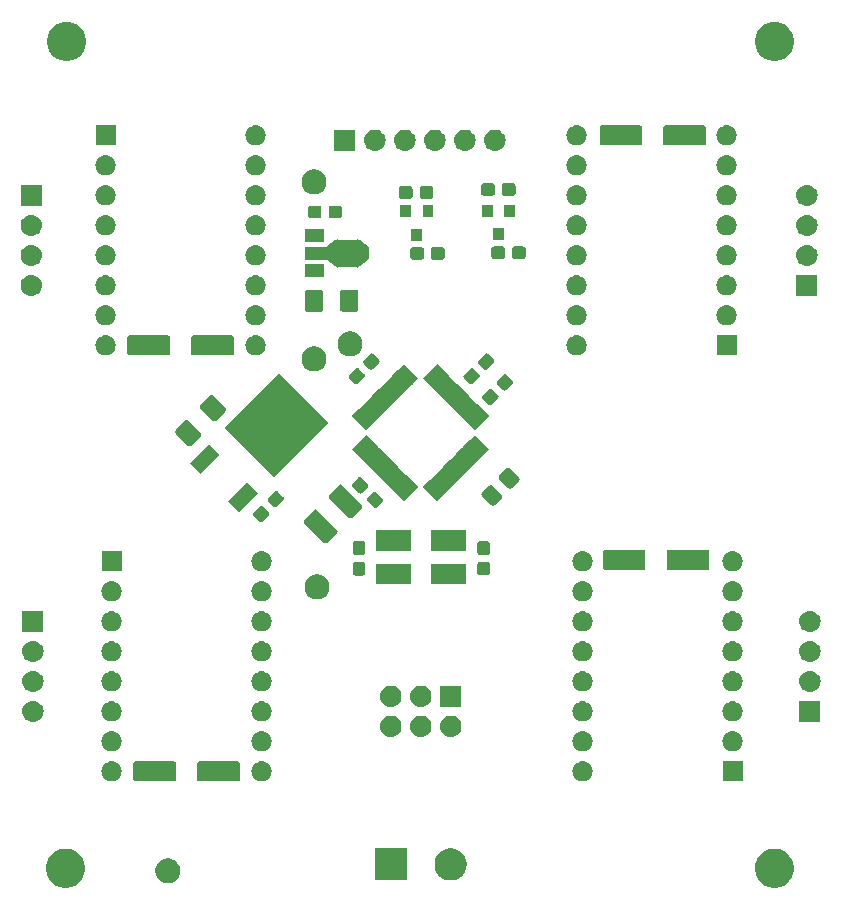
<source format=gbr>
G04 #@! TF.GenerationSoftware,KiCad,Pcbnew,5.1.4+dfsg1-1*
G04 #@! TF.CreationDate,2019-10-01T15:35:31+02:00*
G04 #@! TF.ProjectId,rover-pcb,726f7665-722d-4706-9362-2e6b69636164,1*
G04 #@! TF.SameCoordinates,Original*
G04 #@! TF.FileFunction,Soldermask,Top*
G04 #@! TF.FilePolarity,Negative*
%FSLAX46Y46*%
G04 Gerber Fmt 4.6, Leading zero omitted, Abs format (unit mm)*
G04 Created by KiCad (PCBNEW 5.1.4+dfsg1-1) date 2019-10-01 15:35:31*
%MOMM*%
%LPD*%
G04 APERTURE LIST*
%ADD10C,0.100000*%
G04 APERTURE END LIST*
D10*
G36*
X196375256Y-130391298D02*
G01*
X196481579Y-130412447D01*
X196782042Y-130536903D01*
X197052451Y-130717585D01*
X197282415Y-130947549D01*
X197463097Y-131217958D01*
X197587553Y-131518421D01*
X197592430Y-131542938D01*
X197645366Y-131809063D01*
X197651000Y-131837391D01*
X197651000Y-132162609D01*
X197587553Y-132481579D01*
X197463097Y-132782042D01*
X197282415Y-133052451D01*
X197052451Y-133282415D01*
X196782042Y-133463097D01*
X196481579Y-133587553D01*
X196375256Y-133608702D01*
X196162611Y-133651000D01*
X195837389Y-133651000D01*
X195624744Y-133608702D01*
X195518421Y-133587553D01*
X195217958Y-133463097D01*
X194947549Y-133282415D01*
X194717585Y-133052451D01*
X194536903Y-132782042D01*
X194412447Y-132481579D01*
X194349000Y-132162609D01*
X194349000Y-131837391D01*
X194354635Y-131809063D01*
X194407570Y-131542938D01*
X194412447Y-131518421D01*
X194536903Y-131217958D01*
X194717585Y-130947549D01*
X194947549Y-130717585D01*
X195217958Y-130536903D01*
X195518421Y-130412447D01*
X195624744Y-130391298D01*
X195837389Y-130349000D01*
X196162611Y-130349000D01*
X196375256Y-130391298D01*
X196375256Y-130391298D01*
G37*
G36*
X136375256Y-130391298D02*
G01*
X136481579Y-130412447D01*
X136782042Y-130536903D01*
X137052451Y-130717585D01*
X137282415Y-130947549D01*
X137463097Y-131217958D01*
X137587553Y-131518421D01*
X137592430Y-131542938D01*
X137645366Y-131809063D01*
X137651000Y-131837391D01*
X137651000Y-132162609D01*
X137587553Y-132481579D01*
X137463097Y-132782042D01*
X137282415Y-133052451D01*
X137052451Y-133282415D01*
X136782042Y-133463097D01*
X136481579Y-133587553D01*
X136375256Y-133608702D01*
X136162611Y-133651000D01*
X135837389Y-133651000D01*
X135624744Y-133608702D01*
X135518421Y-133587553D01*
X135217958Y-133463097D01*
X134947549Y-133282415D01*
X134717585Y-133052451D01*
X134536903Y-132782042D01*
X134412447Y-132481579D01*
X134349000Y-132162609D01*
X134349000Y-131837391D01*
X134354635Y-131809063D01*
X134407570Y-131542938D01*
X134412447Y-131518421D01*
X134536903Y-131217958D01*
X134717585Y-130947549D01*
X134947549Y-130717585D01*
X135217958Y-130536903D01*
X135518421Y-130412447D01*
X135624744Y-130391298D01*
X135837389Y-130349000D01*
X136162611Y-130349000D01*
X136375256Y-130391298D01*
X136375256Y-130391298D01*
G37*
G36*
X144959564Y-131196389D02*
G01*
X145150833Y-131275615D01*
X145150835Y-131275616D01*
X145322973Y-131390635D01*
X145469365Y-131537027D01*
X145584385Y-131709167D01*
X145663611Y-131900436D01*
X145704000Y-132103484D01*
X145704000Y-132310516D01*
X145663611Y-132513564D01*
X145584385Y-132704833D01*
X145584384Y-132704835D01*
X145469365Y-132876973D01*
X145322973Y-133023365D01*
X145150835Y-133138384D01*
X145150834Y-133138385D01*
X145150833Y-133138385D01*
X144959564Y-133217611D01*
X144756516Y-133258000D01*
X144549484Y-133258000D01*
X144346436Y-133217611D01*
X144155167Y-133138385D01*
X144155166Y-133138385D01*
X144155165Y-133138384D01*
X143983027Y-133023365D01*
X143836635Y-132876973D01*
X143721616Y-132704835D01*
X143721615Y-132704833D01*
X143642389Y-132513564D01*
X143602000Y-132310516D01*
X143602000Y-132103484D01*
X143642389Y-131900436D01*
X143721615Y-131709167D01*
X143836635Y-131537027D01*
X143983027Y-131390635D01*
X144155165Y-131275616D01*
X144155167Y-131275615D01*
X144346436Y-131196389D01*
X144549484Y-131156000D01*
X144756516Y-131156000D01*
X144959564Y-131196389D01*
X144959564Y-131196389D01*
G37*
G36*
X168986072Y-130376918D02*
G01*
X169231939Y-130478759D01*
X169318955Y-130536902D01*
X169453211Y-130626609D01*
X169641391Y-130814789D01*
X169789242Y-131036063D01*
X169891082Y-131281928D01*
X169943000Y-131542937D01*
X169943000Y-131809063D01*
X169937365Y-131837391D01*
X169891082Y-132070072D01*
X169789241Y-132315939D01*
X169641390Y-132537212D01*
X169453212Y-132725390D01*
X169231939Y-132873241D01*
X169231938Y-132873242D01*
X169231937Y-132873242D01*
X168986072Y-132975082D01*
X168725063Y-133027000D01*
X168458937Y-133027000D01*
X168197928Y-132975082D01*
X167952063Y-132873242D01*
X167952062Y-132873242D01*
X167952061Y-132873241D01*
X167730788Y-132725390D01*
X167542610Y-132537212D01*
X167394759Y-132315939D01*
X167292918Y-132070072D01*
X167246635Y-131837391D01*
X167241000Y-131809063D01*
X167241000Y-131542937D01*
X167292918Y-131281928D01*
X167394758Y-131036063D01*
X167542609Y-130814789D01*
X167730789Y-130626609D01*
X167865045Y-130536902D01*
X167952061Y-130478759D01*
X168197928Y-130376918D01*
X168458937Y-130325000D01*
X168725063Y-130325000D01*
X168986072Y-130376918D01*
X168986072Y-130376918D01*
G37*
G36*
X164863000Y-133027000D02*
G01*
X162161000Y-133027000D01*
X162161000Y-130325000D01*
X164863000Y-130325000D01*
X164863000Y-133027000D01*
X164863000Y-133027000D01*
G37*
G36*
X193319000Y-124653000D02*
G01*
X191617000Y-124653000D01*
X191617000Y-122951000D01*
X193319000Y-122951000D01*
X193319000Y-124653000D01*
X193319000Y-124653000D01*
G37*
G36*
X179934823Y-122963313D02*
G01*
X180095242Y-123011976D01*
X180189481Y-123062348D01*
X180243078Y-123090996D01*
X180372659Y-123197341D01*
X180479004Y-123326922D01*
X180479005Y-123326924D01*
X180558024Y-123474758D01*
X180606687Y-123635177D01*
X180623117Y-123802000D01*
X180606687Y-123968823D01*
X180558024Y-124129242D01*
X180487114Y-124261906D01*
X180479004Y-124277078D01*
X180372659Y-124406659D01*
X180243078Y-124513004D01*
X180243076Y-124513005D01*
X180095242Y-124592024D01*
X179934823Y-124640687D01*
X179809804Y-124653000D01*
X179726196Y-124653000D01*
X179601177Y-124640687D01*
X179440758Y-124592024D01*
X179292924Y-124513005D01*
X179292922Y-124513004D01*
X179163341Y-124406659D01*
X179056996Y-124277078D01*
X179048886Y-124261906D01*
X178977976Y-124129242D01*
X178929313Y-123968823D01*
X178912883Y-123802000D01*
X178929313Y-123635177D01*
X178977976Y-123474758D01*
X179056995Y-123326924D01*
X179056996Y-123326922D01*
X179163341Y-123197341D01*
X179292922Y-123090996D01*
X179346519Y-123062348D01*
X179440758Y-123011976D01*
X179601177Y-122963313D01*
X179726196Y-122951000D01*
X179809804Y-122951000D01*
X179934823Y-122963313D01*
X179934823Y-122963313D01*
G37*
G36*
X152756823Y-122963313D02*
G01*
X152917242Y-123011976D01*
X153011481Y-123062348D01*
X153065078Y-123090996D01*
X153194659Y-123197341D01*
X153301004Y-123326922D01*
X153301005Y-123326924D01*
X153380024Y-123474758D01*
X153428687Y-123635177D01*
X153445117Y-123802000D01*
X153428687Y-123968823D01*
X153380024Y-124129242D01*
X153309114Y-124261906D01*
X153301004Y-124277078D01*
X153194659Y-124406659D01*
X153065078Y-124513004D01*
X153065076Y-124513005D01*
X152917242Y-124592024D01*
X152756823Y-124640687D01*
X152631804Y-124653000D01*
X152548196Y-124653000D01*
X152423177Y-124640687D01*
X152262758Y-124592024D01*
X152114924Y-124513005D01*
X152114922Y-124513004D01*
X151985341Y-124406659D01*
X151878996Y-124277078D01*
X151870886Y-124261906D01*
X151799976Y-124129242D01*
X151751313Y-123968823D01*
X151734883Y-123802000D01*
X151751313Y-123635177D01*
X151799976Y-123474758D01*
X151878995Y-123326924D01*
X151878996Y-123326922D01*
X151985341Y-123197341D01*
X152114922Y-123090996D01*
X152168519Y-123062348D01*
X152262758Y-123011976D01*
X152423177Y-122963313D01*
X152548196Y-122951000D01*
X152631804Y-122951000D01*
X152756823Y-122963313D01*
X152756823Y-122963313D01*
G37*
G36*
X140056823Y-122963313D02*
G01*
X140217242Y-123011976D01*
X140311481Y-123062348D01*
X140365078Y-123090996D01*
X140494659Y-123197341D01*
X140601004Y-123326922D01*
X140601005Y-123326924D01*
X140680024Y-123474758D01*
X140728687Y-123635177D01*
X140745117Y-123802000D01*
X140728687Y-123968823D01*
X140680024Y-124129242D01*
X140609114Y-124261906D01*
X140601004Y-124277078D01*
X140494659Y-124406659D01*
X140365078Y-124513004D01*
X140365076Y-124513005D01*
X140217242Y-124592024D01*
X140056823Y-124640687D01*
X139931804Y-124653000D01*
X139848196Y-124653000D01*
X139723177Y-124640687D01*
X139562758Y-124592024D01*
X139414924Y-124513005D01*
X139414922Y-124513004D01*
X139285341Y-124406659D01*
X139178996Y-124277078D01*
X139170886Y-124261906D01*
X139099976Y-124129242D01*
X139051313Y-123968823D01*
X139034883Y-123802000D01*
X139051313Y-123635177D01*
X139099976Y-123474758D01*
X139178995Y-123326924D01*
X139178996Y-123326922D01*
X139285341Y-123197341D01*
X139414922Y-123090996D01*
X139468519Y-123062348D01*
X139562758Y-123011976D01*
X139723177Y-122963313D01*
X139848196Y-122951000D01*
X139931804Y-122951000D01*
X140056823Y-122963313D01*
X140056823Y-122963313D01*
G37*
G36*
X145195997Y-122955051D02*
G01*
X145229652Y-122965261D01*
X145260665Y-122981838D01*
X145287851Y-123004149D01*
X145310162Y-123031335D01*
X145326739Y-123062348D01*
X145336949Y-123096003D01*
X145341000Y-123137138D01*
X145341000Y-124466862D01*
X145336949Y-124507997D01*
X145326739Y-124541652D01*
X145310162Y-124572665D01*
X145287851Y-124599851D01*
X145260665Y-124622162D01*
X145229652Y-124638739D01*
X145195997Y-124648949D01*
X145154862Y-124653000D01*
X141925138Y-124653000D01*
X141884003Y-124648949D01*
X141850348Y-124638739D01*
X141819335Y-124622162D01*
X141792149Y-124599851D01*
X141769838Y-124572665D01*
X141753261Y-124541652D01*
X141743051Y-124507997D01*
X141739000Y-124466862D01*
X141739000Y-123137138D01*
X141743051Y-123096003D01*
X141753261Y-123062348D01*
X141769838Y-123031335D01*
X141792149Y-123004149D01*
X141819335Y-122981838D01*
X141850348Y-122965261D01*
X141884003Y-122955051D01*
X141925138Y-122951000D01*
X145154862Y-122951000D01*
X145195997Y-122955051D01*
X145195997Y-122955051D01*
G37*
G36*
X150595997Y-122955051D02*
G01*
X150629652Y-122965261D01*
X150660665Y-122981838D01*
X150687851Y-123004149D01*
X150710162Y-123031335D01*
X150726739Y-123062348D01*
X150736949Y-123096003D01*
X150741000Y-123137138D01*
X150741000Y-124466862D01*
X150736949Y-124507997D01*
X150726739Y-124541652D01*
X150710162Y-124572665D01*
X150687851Y-124599851D01*
X150660665Y-124622162D01*
X150629652Y-124638739D01*
X150595997Y-124648949D01*
X150554862Y-124653000D01*
X147325138Y-124653000D01*
X147284003Y-124648949D01*
X147250348Y-124638739D01*
X147219335Y-124622162D01*
X147192149Y-124599851D01*
X147169838Y-124572665D01*
X147153261Y-124541652D01*
X147143051Y-124507997D01*
X147139000Y-124466862D01*
X147139000Y-123137138D01*
X147143051Y-123096003D01*
X147153261Y-123062348D01*
X147169838Y-123031335D01*
X147192149Y-123004149D01*
X147219335Y-122981838D01*
X147250348Y-122965261D01*
X147284003Y-122955051D01*
X147325138Y-122951000D01*
X150554862Y-122951000D01*
X150595997Y-122955051D01*
X150595997Y-122955051D01*
G37*
G36*
X192634823Y-120423313D02*
G01*
X192795242Y-120471976D01*
X192927906Y-120542886D01*
X192943078Y-120550996D01*
X193072659Y-120657341D01*
X193179004Y-120786922D01*
X193179005Y-120786924D01*
X193258024Y-120934758D01*
X193306687Y-121095177D01*
X193323117Y-121262000D01*
X193306687Y-121428823D01*
X193258024Y-121589242D01*
X193187114Y-121721906D01*
X193179004Y-121737078D01*
X193072659Y-121866659D01*
X192943078Y-121973004D01*
X192943076Y-121973005D01*
X192795242Y-122052024D01*
X192634823Y-122100687D01*
X192509804Y-122113000D01*
X192426196Y-122113000D01*
X192301177Y-122100687D01*
X192140758Y-122052024D01*
X191992924Y-121973005D01*
X191992922Y-121973004D01*
X191863341Y-121866659D01*
X191756996Y-121737078D01*
X191748886Y-121721906D01*
X191677976Y-121589242D01*
X191629313Y-121428823D01*
X191612883Y-121262000D01*
X191629313Y-121095177D01*
X191677976Y-120934758D01*
X191756995Y-120786924D01*
X191756996Y-120786922D01*
X191863341Y-120657341D01*
X191992922Y-120550996D01*
X192008094Y-120542886D01*
X192140758Y-120471976D01*
X192301177Y-120423313D01*
X192426196Y-120411000D01*
X192509804Y-120411000D01*
X192634823Y-120423313D01*
X192634823Y-120423313D01*
G37*
G36*
X140056823Y-120423313D02*
G01*
X140217242Y-120471976D01*
X140349906Y-120542886D01*
X140365078Y-120550996D01*
X140494659Y-120657341D01*
X140601004Y-120786922D01*
X140601005Y-120786924D01*
X140680024Y-120934758D01*
X140728687Y-121095177D01*
X140745117Y-121262000D01*
X140728687Y-121428823D01*
X140680024Y-121589242D01*
X140609114Y-121721906D01*
X140601004Y-121737078D01*
X140494659Y-121866659D01*
X140365078Y-121973004D01*
X140365076Y-121973005D01*
X140217242Y-122052024D01*
X140056823Y-122100687D01*
X139931804Y-122113000D01*
X139848196Y-122113000D01*
X139723177Y-122100687D01*
X139562758Y-122052024D01*
X139414924Y-121973005D01*
X139414922Y-121973004D01*
X139285341Y-121866659D01*
X139178996Y-121737078D01*
X139170886Y-121721906D01*
X139099976Y-121589242D01*
X139051313Y-121428823D01*
X139034883Y-121262000D01*
X139051313Y-121095177D01*
X139099976Y-120934758D01*
X139178995Y-120786924D01*
X139178996Y-120786922D01*
X139285341Y-120657341D01*
X139414922Y-120550996D01*
X139430094Y-120542886D01*
X139562758Y-120471976D01*
X139723177Y-120423313D01*
X139848196Y-120411000D01*
X139931804Y-120411000D01*
X140056823Y-120423313D01*
X140056823Y-120423313D01*
G37*
G36*
X152756823Y-120423313D02*
G01*
X152917242Y-120471976D01*
X153049906Y-120542886D01*
X153065078Y-120550996D01*
X153194659Y-120657341D01*
X153301004Y-120786922D01*
X153301005Y-120786924D01*
X153380024Y-120934758D01*
X153428687Y-121095177D01*
X153445117Y-121262000D01*
X153428687Y-121428823D01*
X153380024Y-121589242D01*
X153309114Y-121721906D01*
X153301004Y-121737078D01*
X153194659Y-121866659D01*
X153065078Y-121973004D01*
X153065076Y-121973005D01*
X152917242Y-122052024D01*
X152756823Y-122100687D01*
X152631804Y-122113000D01*
X152548196Y-122113000D01*
X152423177Y-122100687D01*
X152262758Y-122052024D01*
X152114924Y-121973005D01*
X152114922Y-121973004D01*
X151985341Y-121866659D01*
X151878996Y-121737078D01*
X151870886Y-121721906D01*
X151799976Y-121589242D01*
X151751313Y-121428823D01*
X151734883Y-121262000D01*
X151751313Y-121095177D01*
X151799976Y-120934758D01*
X151878995Y-120786924D01*
X151878996Y-120786922D01*
X151985341Y-120657341D01*
X152114922Y-120550996D01*
X152130094Y-120542886D01*
X152262758Y-120471976D01*
X152423177Y-120423313D01*
X152548196Y-120411000D01*
X152631804Y-120411000D01*
X152756823Y-120423313D01*
X152756823Y-120423313D01*
G37*
G36*
X179934823Y-120423313D02*
G01*
X180095242Y-120471976D01*
X180227906Y-120542886D01*
X180243078Y-120550996D01*
X180372659Y-120657341D01*
X180479004Y-120786922D01*
X180479005Y-120786924D01*
X180558024Y-120934758D01*
X180606687Y-121095177D01*
X180623117Y-121262000D01*
X180606687Y-121428823D01*
X180558024Y-121589242D01*
X180487114Y-121721906D01*
X180479004Y-121737078D01*
X180372659Y-121866659D01*
X180243078Y-121973004D01*
X180243076Y-121973005D01*
X180095242Y-122052024D01*
X179934823Y-122100687D01*
X179809804Y-122113000D01*
X179726196Y-122113000D01*
X179601177Y-122100687D01*
X179440758Y-122052024D01*
X179292924Y-121973005D01*
X179292922Y-121973004D01*
X179163341Y-121866659D01*
X179056996Y-121737078D01*
X179048886Y-121721906D01*
X178977976Y-121589242D01*
X178929313Y-121428823D01*
X178912883Y-121262000D01*
X178929313Y-121095177D01*
X178977976Y-120934758D01*
X179056995Y-120786924D01*
X179056996Y-120786922D01*
X179163341Y-120657341D01*
X179292922Y-120550996D01*
X179308094Y-120542886D01*
X179440758Y-120471976D01*
X179601177Y-120423313D01*
X179726196Y-120411000D01*
X179809804Y-120411000D01*
X179934823Y-120423313D01*
X179934823Y-120423313D01*
G37*
G36*
X166231294Y-119090633D02*
G01*
X166403695Y-119142931D01*
X166562583Y-119227858D01*
X166701849Y-119342151D01*
X166816142Y-119481417D01*
X166901069Y-119640305D01*
X166953367Y-119812706D01*
X166971025Y-119992000D01*
X166953367Y-120171294D01*
X166901069Y-120343695D01*
X166816142Y-120502583D01*
X166701849Y-120641849D01*
X166562583Y-120756142D01*
X166403695Y-120841069D01*
X166231294Y-120893367D01*
X166096931Y-120906600D01*
X166007069Y-120906600D01*
X165872706Y-120893367D01*
X165700305Y-120841069D01*
X165541417Y-120756142D01*
X165402151Y-120641849D01*
X165287858Y-120502583D01*
X165202931Y-120343695D01*
X165150633Y-120171294D01*
X165132975Y-119992000D01*
X165150633Y-119812706D01*
X165202931Y-119640305D01*
X165287858Y-119481417D01*
X165402151Y-119342151D01*
X165541417Y-119227858D01*
X165700305Y-119142931D01*
X165872706Y-119090633D01*
X166007069Y-119077400D01*
X166096931Y-119077400D01*
X166231294Y-119090633D01*
X166231294Y-119090633D01*
G37*
G36*
X168771294Y-119090633D02*
G01*
X168943695Y-119142931D01*
X169102583Y-119227858D01*
X169241849Y-119342151D01*
X169356142Y-119481417D01*
X169441069Y-119640305D01*
X169493367Y-119812706D01*
X169511025Y-119992000D01*
X169493367Y-120171294D01*
X169441069Y-120343695D01*
X169356142Y-120502583D01*
X169241849Y-120641849D01*
X169102583Y-120756142D01*
X168943695Y-120841069D01*
X168771294Y-120893367D01*
X168636931Y-120906600D01*
X168547069Y-120906600D01*
X168412706Y-120893367D01*
X168240305Y-120841069D01*
X168081417Y-120756142D01*
X167942151Y-120641849D01*
X167827858Y-120502583D01*
X167742931Y-120343695D01*
X167690633Y-120171294D01*
X167672975Y-119992000D01*
X167690633Y-119812706D01*
X167742931Y-119640305D01*
X167827858Y-119481417D01*
X167942151Y-119342151D01*
X168081417Y-119227858D01*
X168240305Y-119142931D01*
X168412706Y-119090633D01*
X168547069Y-119077400D01*
X168636931Y-119077400D01*
X168771294Y-119090633D01*
X168771294Y-119090633D01*
G37*
G36*
X163691294Y-119090633D02*
G01*
X163863695Y-119142931D01*
X164022583Y-119227858D01*
X164161849Y-119342151D01*
X164276142Y-119481417D01*
X164361069Y-119640305D01*
X164413367Y-119812706D01*
X164431025Y-119992000D01*
X164413367Y-120171294D01*
X164361069Y-120343695D01*
X164276142Y-120502583D01*
X164161849Y-120641849D01*
X164022583Y-120756142D01*
X163863695Y-120841069D01*
X163691294Y-120893367D01*
X163556931Y-120906600D01*
X163467069Y-120906600D01*
X163332706Y-120893367D01*
X163160305Y-120841069D01*
X163001417Y-120756142D01*
X162862151Y-120641849D01*
X162747858Y-120502583D01*
X162662931Y-120343695D01*
X162610633Y-120171294D01*
X162592975Y-119992000D01*
X162610633Y-119812706D01*
X162662931Y-119640305D01*
X162747858Y-119481417D01*
X162862151Y-119342151D01*
X163001417Y-119227858D01*
X163160305Y-119142931D01*
X163332706Y-119090633D01*
X163467069Y-119077400D01*
X163556931Y-119077400D01*
X163691294Y-119090633D01*
X163691294Y-119090633D01*
G37*
G36*
X199910000Y-119623000D02*
G01*
X198108000Y-119623000D01*
X198108000Y-117821000D01*
X199910000Y-117821000D01*
X199910000Y-119623000D01*
X199910000Y-119623000D01*
G37*
G36*
X133333442Y-117827518D02*
G01*
X133399627Y-117834037D01*
X133569466Y-117885557D01*
X133725991Y-117969222D01*
X133761729Y-117998552D01*
X133863186Y-118081814D01*
X133946448Y-118183271D01*
X133975778Y-118219009D01*
X134059443Y-118375534D01*
X134110963Y-118545373D01*
X134128359Y-118722000D01*
X134110963Y-118898627D01*
X134059443Y-119068466D01*
X133975778Y-119224991D01*
X133973425Y-119227858D01*
X133863186Y-119362186D01*
X133761729Y-119445448D01*
X133725991Y-119474778D01*
X133569466Y-119558443D01*
X133399627Y-119609963D01*
X133333442Y-119616482D01*
X133267260Y-119623000D01*
X133178740Y-119623000D01*
X133112558Y-119616482D01*
X133046373Y-119609963D01*
X132876534Y-119558443D01*
X132720009Y-119474778D01*
X132684271Y-119445448D01*
X132582814Y-119362186D01*
X132472575Y-119227858D01*
X132470222Y-119224991D01*
X132386557Y-119068466D01*
X132335037Y-118898627D01*
X132317641Y-118722000D01*
X132335037Y-118545373D01*
X132386557Y-118375534D01*
X132470222Y-118219009D01*
X132499552Y-118183271D01*
X132582814Y-118081814D01*
X132684271Y-117998552D01*
X132720009Y-117969222D01*
X132876534Y-117885557D01*
X133046373Y-117834037D01*
X133112558Y-117827518D01*
X133178740Y-117821000D01*
X133267260Y-117821000D01*
X133333442Y-117827518D01*
X133333442Y-117827518D01*
G37*
G36*
X140056823Y-117883313D02*
G01*
X140217242Y-117931976D01*
X140286922Y-117969221D01*
X140365078Y-118010996D01*
X140494659Y-118117341D01*
X140601004Y-118246922D01*
X140601005Y-118246924D01*
X140680024Y-118394758D01*
X140728687Y-118555177D01*
X140745117Y-118722000D01*
X140728687Y-118888823D01*
X140680024Y-119049242D01*
X140609114Y-119181906D01*
X140601004Y-119197078D01*
X140494659Y-119326659D01*
X140365078Y-119433004D01*
X140365076Y-119433005D01*
X140217242Y-119512024D01*
X140056823Y-119560687D01*
X139931804Y-119573000D01*
X139848196Y-119573000D01*
X139723177Y-119560687D01*
X139562758Y-119512024D01*
X139414924Y-119433005D01*
X139414922Y-119433004D01*
X139285341Y-119326659D01*
X139178996Y-119197078D01*
X139170886Y-119181906D01*
X139099976Y-119049242D01*
X139051313Y-118888823D01*
X139034883Y-118722000D01*
X139051313Y-118555177D01*
X139099976Y-118394758D01*
X139178995Y-118246924D01*
X139178996Y-118246922D01*
X139285341Y-118117341D01*
X139414922Y-118010996D01*
X139493078Y-117969221D01*
X139562758Y-117931976D01*
X139723177Y-117883313D01*
X139848196Y-117871000D01*
X139931804Y-117871000D01*
X140056823Y-117883313D01*
X140056823Y-117883313D01*
G37*
G36*
X152756823Y-117883313D02*
G01*
X152917242Y-117931976D01*
X152986922Y-117969221D01*
X153065078Y-118010996D01*
X153194659Y-118117341D01*
X153301004Y-118246922D01*
X153301005Y-118246924D01*
X153380024Y-118394758D01*
X153428687Y-118555177D01*
X153445117Y-118722000D01*
X153428687Y-118888823D01*
X153380024Y-119049242D01*
X153309114Y-119181906D01*
X153301004Y-119197078D01*
X153194659Y-119326659D01*
X153065078Y-119433004D01*
X153065076Y-119433005D01*
X152917242Y-119512024D01*
X152756823Y-119560687D01*
X152631804Y-119573000D01*
X152548196Y-119573000D01*
X152423177Y-119560687D01*
X152262758Y-119512024D01*
X152114924Y-119433005D01*
X152114922Y-119433004D01*
X151985341Y-119326659D01*
X151878996Y-119197078D01*
X151870886Y-119181906D01*
X151799976Y-119049242D01*
X151751313Y-118888823D01*
X151734883Y-118722000D01*
X151751313Y-118555177D01*
X151799976Y-118394758D01*
X151878995Y-118246924D01*
X151878996Y-118246922D01*
X151985341Y-118117341D01*
X152114922Y-118010996D01*
X152193078Y-117969221D01*
X152262758Y-117931976D01*
X152423177Y-117883313D01*
X152548196Y-117871000D01*
X152631804Y-117871000D01*
X152756823Y-117883313D01*
X152756823Y-117883313D01*
G37*
G36*
X179934823Y-117883313D02*
G01*
X180095242Y-117931976D01*
X180164922Y-117969221D01*
X180243078Y-118010996D01*
X180372659Y-118117341D01*
X180479004Y-118246922D01*
X180479005Y-118246924D01*
X180558024Y-118394758D01*
X180606687Y-118555177D01*
X180623117Y-118722000D01*
X180606687Y-118888823D01*
X180558024Y-119049242D01*
X180487114Y-119181906D01*
X180479004Y-119197078D01*
X180372659Y-119326659D01*
X180243078Y-119433004D01*
X180243076Y-119433005D01*
X180095242Y-119512024D01*
X179934823Y-119560687D01*
X179809804Y-119573000D01*
X179726196Y-119573000D01*
X179601177Y-119560687D01*
X179440758Y-119512024D01*
X179292924Y-119433005D01*
X179292922Y-119433004D01*
X179163341Y-119326659D01*
X179056996Y-119197078D01*
X179048886Y-119181906D01*
X178977976Y-119049242D01*
X178929313Y-118888823D01*
X178912883Y-118722000D01*
X178929313Y-118555177D01*
X178977976Y-118394758D01*
X179056995Y-118246924D01*
X179056996Y-118246922D01*
X179163341Y-118117341D01*
X179292922Y-118010996D01*
X179371078Y-117969221D01*
X179440758Y-117931976D01*
X179601177Y-117883313D01*
X179726196Y-117871000D01*
X179809804Y-117871000D01*
X179934823Y-117883313D01*
X179934823Y-117883313D01*
G37*
G36*
X192634823Y-117883313D02*
G01*
X192795242Y-117931976D01*
X192864922Y-117969221D01*
X192943078Y-118010996D01*
X193072659Y-118117341D01*
X193179004Y-118246922D01*
X193179005Y-118246924D01*
X193258024Y-118394758D01*
X193306687Y-118555177D01*
X193323117Y-118722000D01*
X193306687Y-118888823D01*
X193258024Y-119049242D01*
X193187114Y-119181906D01*
X193179004Y-119197078D01*
X193072659Y-119326659D01*
X192943078Y-119433004D01*
X192943076Y-119433005D01*
X192795242Y-119512024D01*
X192634823Y-119560687D01*
X192509804Y-119573000D01*
X192426196Y-119573000D01*
X192301177Y-119560687D01*
X192140758Y-119512024D01*
X191992924Y-119433005D01*
X191992922Y-119433004D01*
X191863341Y-119326659D01*
X191756996Y-119197078D01*
X191748886Y-119181906D01*
X191677976Y-119049242D01*
X191629313Y-118888823D01*
X191612883Y-118722000D01*
X191629313Y-118555177D01*
X191677976Y-118394758D01*
X191756995Y-118246924D01*
X191756996Y-118246922D01*
X191863341Y-118117341D01*
X191992922Y-118010996D01*
X192071078Y-117969221D01*
X192140758Y-117931976D01*
X192301177Y-117883313D01*
X192426196Y-117871000D01*
X192509804Y-117871000D01*
X192634823Y-117883313D01*
X192634823Y-117883313D01*
G37*
G36*
X166231294Y-116550633D02*
G01*
X166403695Y-116602931D01*
X166562583Y-116687858D01*
X166701849Y-116802151D01*
X166816142Y-116941417D01*
X166901069Y-117100305D01*
X166953367Y-117272706D01*
X166971025Y-117452000D01*
X166953367Y-117631294D01*
X166901069Y-117803695D01*
X166816142Y-117962583D01*
X166701849Y-118101849D01*
X166562583Y-118216142D01*
X166403695Y-118301069D01*
X166231294Y-118353367D01*
X166096931Y-118366600D01*
X166007069Y-118366600D01*
X165872706Y-118353367D01*
X165700305Y-118301069D01*
X165541417Y-118216142D01*
X165402151Y-118101849D01*
X165287858Y-117962583D01*
X165202931Y-117803695D01*
X165150633Y-117631294D01*
X165132975Y-117452000D01*
X165150633Y-117272706D01*
X165202931Y-117100305D01*
X165287858Y-116941417D01*
X165402151Y-116802151D01*
X165541417Y-116687858D01*
X165700305Y-116602931D01*
X165872706Y-116550633D01*
X166007069Y-116537400D01*
X166096931Y-116537400D01*
X166231294Y-116550633D01*
X166231294Y-116550633D01*
G37*
G36*
X163691294Y-116550633D02*
G01*
X163863695Y-116602931D01*
X164022583Y-116687858D01*
X164161849Y-116802151D01*
X164276142Y-116941417D01*
X164361069Y-117100305D01*
X164413367Y-117272706D01*
X164431025Y-117452000D01*
X164413367Y-117631294D01*
X164361069Y-117803695D01*
X164276142Y-117962583D01*
X164161849Y-118101849D01*
X164022583Y-118216142D01*
X163863695Y-118301069D01*
X163691294Y-118353367D01*
X163556931Y-118366600D01*
X163467069Y-118366600D01*
X163332706Y-118353367D01*
X163160305Y-118301069D01*
X163001417Y-118216142D01*
X162862151Y-118101849D01*
X162747858Y-117962583D01*
X162662931Y-117803695D01*
X162610633Y-117631294D01*
X162592975Y-117452000D01*
X162610633Y-117272706D01*
X162662931Y-117100305D01*
X162747858Y-116941417D01*
X162862151Y-116802151D01*
X163001417Y-116687858D01*
X163160305Y-116602931D01*
X163332706Y-116550633D01*
X163467069Y-116537400D01*
X163556931Y-116537400D01*
X163691294Y-116550633D01*
X163691294Y-116550633D01*
G37*
G36*
X169506600Y-118366600D02*
G01*
X167677400Y-118366600D01*
X167677400Y-116537400D01*
X169506600Y-116537400D01*
X169506600Y-118366600D01*
X169506600Y-118366600D01*
G37*
G36*
X133333443Y-115287519D02*
G01*
X133399627Y-115294037D01*
X133569466Y-115345557D01*
X133725991Y-115429222D01*
X133761729Y-115458552D01*
X133863186Y-115541814D01*
X133946448Y-115643271D01*
X133975778Y-115679009D01*
X134059443Y-115835534D01*
X134110963Y-116005373D01*
X134128359Y-116182000D01*
X134110963Y-116358627D01*
X134059443Y-116528466D01*
X133975778Y-116684991D01*
X133973425Y-116687858D01*
X133863186Y-116822186D01*
X133761729Y-116905448D01*
X133725991Y-116934778D01*
X133569466Y-117018443D01*
X133399627Y-117069963D01*
X133333443Y-117076481D01*
X133267260Y-117083000D01*
X133178740Y-117083000D01*
X133112557Y-117076481D01*
X133046373Y-117069963D01*
X132876534Y-117018443D01*
X132720009Y-116934778D01*
X132684271Y-116905448D01*
X132582814Y-116822186D01*
X132472575Y-116687858D01*
X132470222Y-116684991D01*
X132386557Y-116528466D01*
X132335037Y-116358627D01*
X132317641Y-116182000D01*
X132335037Y-116005373D01*
X132386557Y-115835534D01*
X132470222Y-115679009D01*
X132499552Y-115643271D01*
X132582814Y-115541814D01*
X132684271Y-115458552D01*
X132720009Y-115429222D01*
X132876534Y-115345557D01*
X133046373Y-115294037D01*
X133112557Y-115287519D01*
X133178740Y-115281000D01*
X133267260Y-115281000D01*
X133333443Y-115287519D01*
X133333443Y-115287519D01*
G37*
G36*
X199119443Y-115287519D02*
G01*
X199185627Y-115294037D01*
X199355466Y-115345557D01*
X199511991Y-115429222D01*
X199547729Y-115458552D01*
X199649186Y-115541814D01*
X199732448Y-115643271D01*
X199761778Y-115679009D01*
X199845443Y-115835534D01*
X199896963Y-116005373D01*
X199914359Y-116182000D01*
X199896963Y-116358627D01*
X199845443Y-116528466D01*
X199761778Y-116684991D01*
X199759425Y-116687858D01*
X199649186Y-116822186D01*
X199547729Y-116905448D01*
X199511991Y-116934778D01*
X199355466Y-117018443D01*
X199185627Y-117069963D01*
X199119443Y-117076481D01*
X199053260Y-117083000D01*
X198964740Y-117083000D01*
X198898557Y-117076481D01*
X198832373Y-117069963D01*
X198662534Y-117018443D01*
X198506009Y-116934778D01*
X198470271Y-116905448D01*
X198368814Y-116822186D01*
X198258575Y-116687858D01*
X198256222Y-116684991D01*
X198172557Y-116528466D01*
X198121037Y-116358627D01*
X198103641Y-116182000D01*
X198121037Y-116005373D01*
X198172557Y-115835534D01*
X198256222Y-115679009D01*
X198285552Y-115643271D01*
X198368814Y-115541814D01*
X198470271Y-115458552D01*
X198506009Y-115429222D01*
X198662534Y-115345557D01*
X198832373Y-115294037D01*
X198898557Y-115287519D01*
X198964740Y-115281000D01*
X199053260Y-115281000D01*
X199119443Y-115287519D01*
X199119443Y-115287519D01*
G37*
G36*
X192634823Y-115343313D02*
G01*
X192795242Y-115391976D01*
X192864922Y-115429221D01*
X192943078Y-115470996D01*
X193072659Y-115577341D01*
X193179004Y-115706922D01*
X193179005Y-115706924D01*
X193258024Y-115854758D01*
X193306687Y-116015177D01*
X193323117Y-116182000D01*
X193306687Y-116348823D01*
X193258024Y-116509242D01*
X193187114Y-116641906D01*
X193179004Y-116657078D01*
X193072659Y-116786659D01*
X192943078Y-116893004D01*
X192943076Y-116893005D01*
X192795242Y-116972024D01*
X192634823Y-117020687D01*
X192509804Y-117033000D01*
X192426196Y-117033000D01*
X192301177Y-117020687D01*
X192140758Y-116972024D01*
X191992924Y-116893005D01*
X191992922Y-116893004D01*
X191863341Y-116786659D01*
X191756996Y-116657078D01*
X191748886Y-116641906D01*
X191677976Y-116509242D01*
X191629313Y-116348823D01*
X191612883Y-116182000D01*
X191629313Y-116015177D01*
X191677976Y-115854758D01*
X191756995Y-115706924D01*
X191756996Y-115706922D01*
X191863341Y-115577341D01*
X191992922Y-115470996D01*
X192071078Y-115429221D01*
X192140758Y-115391976D01*
X192301177Y-115343313D01*
X192426196Y-115331000D01*
X192509804Y-115331000D01*
X192634823Y-115343313D01*
X192634823Y-115343313D01*
G37*
G36*
X152756823Y-115343313D02*
G01*
X152917242Y-115391976D01*
X152986922Y-115429221D01*
X153065078Y-115470996D01*
X153194659Y-115577341D01*
X153301004Y-115706922D01*
X153301005Y-115706924D01*
X153380024Y-115854758D01*
X153428687Y-116015177D01*
X153445117Y-116182000D01*
X153428687Y-116348823D01*
X153380024Y-116509242D01*
X153309114Y-116641906D01*
X153301004Y-116657078D01*
X153194659Y-116786659D01*
X153065078Y-116893004D01*
X153065076Y-116893005D01*
X152917242Y-116972024D01*
X152756823Y-117020687D01*
X152631804Y-117033000D01*
X152548196Y-117033000D01*
X152423177Y-117020687D01*
X152262758Y-116972024D01*
X152114924Y-116893005D01*
X152114922Y-116893004D01*
X151985341Y-116786659D01*
X151878996Y-116657078D01*
X151870886Y-116641906D01*
X151799976Y-116509242D01*
X151751313Y-116348823D01*
X151734883Y-116182000D01*
X151751313Y-116015177D01*
X151799976Y-115854758D01*
X151878995Y-115706924D01*
X151878996Y-115706922D01*
X151985341Y-115577341D01*
X152114922Y-115470996D01*
X152193078Y-115429221D01*
X152262758Y-115391976D01*
X152423177Y-115343313D01*
X152548196Y-115331000D01*
X152631804Y-115331000D01*
X152756823Y-115343313D01*
X152756823Y-115343313D01*
G37*
G36*
X140056823Y-115343313D02*
G01*
X140217242Y-115391976D01*
X140286922Y-115429221D01*
X140365078Y-115470996D01*
X140494659Y-115577341D01*
X140601004Y-115706922D01*
X140601005Y-115706924D01*
X140680024Y-115854758D01*
X140728687Y-116015177D01*
X140745117Y-116182000D01*
X140728687Y-116348823D01*
X140680024Y-116509242D01*
X140609114Y-116641906D01*
X140601004Y-116657078D01*
X140494659Y-116786659D01*
X140365078Y-116893004D01*
X140365076Y-116893005D01*
X140217242Y-116972024D01*
X140056823Y-117020687D01*
X139931804Y-117033000D01*
X139848196Y-117033000D01*
X139723177Y-117020687D01*
X139562758Y-116972024D01*
X139414924Y-116893005D01*
X139414922Y-116893004D01*
X139285341Y-116786659D01*
X139178996Y-116657078D01*
X139170886Y-116641906D01*
X139099976Y-116509242D01*
X139051313Y-116348823D01*
X139034883Y-116182000D01*
X139051313Y-116015177D01*
X139099976Y-115854758D01*
X139178995Y-115706924D01*
X139178996Y-115706922D01*
X139285341Y-115577341D01*
X139414922Y-115470996D01*
X139493078Y-115429221D01*
X139562758Y-115391976D01*
X139723177Y-115343313D01*
X139848196Y-115331000D01*
X139931804Y-115331000D01*
X140056823Y-115343313D01*
X140056823Y-115343313D01*
G37*
G36*
X179934823Y-115343313D02*
G01*
X180095242Y-115391976D01*
X180164922Y-115429221D01*
X180243078Y-115470996D01*
X180372659Y-115577341D01*
X180479004Y-115706922D01*
X180479005Y-115706924D01*
X180558024Y-115854758D01*
X180606687Y-116015177D01*
X180623117Y-116182000D01*
X180606687Y-116348823D01*
X180558024Y-116509242D01*
X180487114Y-116641906D01*
X180479004Y-116657078D01*
X180372659Y-116786659D01*
X180243078Y-116893004D01*
X180243076Y-116893005D01*
X180095242Y-116972024D01*
X179934823Y-117020687D01*
X179809804Y-117033000D01*
X179726196Y-117033000D01*
X179601177Y-117020687D01*
X179440758Y-116972024D01*
X179292924Y-116893005D01*
X179292922Y-116893004D01*
X179163341Y-116786659D01*
X179056996Y-116657078D01*
X179048886Y-116641906D01*
X178977976Y-116509242D01*
X178929313Y-116348823D01*
X178912883Y-116182000D01*
X178929313Y-116015177D01*
X178977976Y-115854758D01*
X179056995Y-115706924D01*
X179056996Y-115706922D01*
X179163341Y-115577341D01*
X179292922Y-115470996D01*
X179371078Y-115429221D01*
X179440758Y-115391976D01*
X179601177Y-115343313D01*
X179726196Y-115331000D01*
X179809804Y-115331000D01*
X179934823Y-115343313D01*
X179934823Y-115343313D01*
G37*
G36*
X199119442Y-112747518D02*
G01*
X199185627Y-112754037D01*
X199355466Y-112805557D01*
X199511991Y-112889222D01*
X199547729Y-112918552D01*
X199649186Y-113001814D01*
X199732448Y-113103271D01*
X199761778Y-113139009D01*
X199845443Y-113295534D01*
X199896963Y-113465373D01*
X199914359Y-113642000D01*
X199896963Y-113818627D01*
X199845443Y-113988466D01*
X199761778Y-114144991D01*
X199732448Y-114180729D01*
X199649186Y-114282186D01*
X199547729Y-114365448D01*
X199511991Y-114394778D01*
X199355466Y-114478443D01*
X199185627Y-114529963D01*
X199119443Y-114536481D01*
X199053260Y-114543000D01*
X198964740Y-114543000D01*
X198898557Y-114536481D01*
X198832373Y-114529963D01*
X198662534Y-114478443D01*
X198506009Y-114394778D01*
X198470271Y-114365448D01*
X198368814Y-114282186D01*
X198285552Y-114180729D01*
X198256222Y-114144991D01*
X198172557Y-113988466D01*
X198121037Y-113818627D01*
X198103641Y-113642000D01*
X198121037Y-113465373D01*
X198172557Y-113295534D01*
X198256222Y-113139009D01*
X198285552Y-113103271D01*
X198368814Y-113001814D01*
X198470271Y-112918552D01*
X198506009Y-112889222D01*
X198662534Y-112805557D01*
X198832373Y-112754037D01*
X198898558Y-112747518D01*
X198964740Y-112741000D01*
X199053260Y-112741000D01*
X199119442Y-112747518D01*
X199119442Y-112747518D01*
G37*
G36*
X133333442Y-112747518D02*
G01*
X133399627Y-112754037D01*
X133569466Y-112805557D01*
X133725991Y-112889222D01*
X133761729Y-112918552D01*
X133863186Y-113001814D01*
X133946448Y-113103271D01*
X133975778Y-113139009D01*
X134059443Y-113295534D01*
X134110963Y-113465373D01*
X134128359Y-113642000D01*
X134110963Y-113818627D01*
X134059443Y-113988466D01*
X133975778Y-114144991D01*
X133946448Y-114180729D01*
X133863186Y-114282186D01*
X133761729Y-114365448D01*
X133725991Y-114394778D01*
X133569466Y-114478443D01*
X133399627Y-114529963D01*
X133333443Y-114536481D01*
X133267260Y-114543000D01*
X133178740Y-114543000D01*
X133112557Y-114536481D01*
X133046373Y-114529963D01*
X132876534Y-114478443D01*
X132720009Y-114394778D01*
X132684271Y-114365448D01*
X132582814Y-114282186D01*
X132499552Y-114180729D01*
X132470222Y-114144991D01*
X132386557Y-113988466D01*
X132335037Y-113818627D01*
X132317641Y-113642000D01*
X132335037Y-113465373D01*
X132386557Y-113295534D01*
X132470222Y-113139009D01*
X132499552Y-113103271D01*
X132582814Y-113001814D01*
X132684271Y-112918552D01*
X132720009Y-112889222D01*
X132876534Y-112805557D01*
X133046373Y-112754037D01*
X133112558Y-112747518D01*
X133178740Y-112741000D01*
X133267260Y-112741000D01*
X133333442Y-112747518D01*
X133333442Y-112747518D01*
G37*
G36*
X140056823Y-112803313D02*
G01*
X140217242Y-112851976D01*
X140286922Y-112889221D01*
X140365078Y-112930996D01*
X140494659Y-113037341D01*
X140601004Y-113166922D01*
X140601005Y-113166924D01*
X140680024Y-113314758D01*
X140728687Y-113475177D01*
X140745117Y-113642000D01*
X140728687Y-113808823D01*
X140680024Y-113969242D01*
X140669747Y-113988468D01*
X140601004Y-114117078D01*
X140494659Y-114246659D01*
X140365078Y-114353004D01*
X140365076Y-114353005D01*
X140217242Y-114432024D01*
X140056823Y-114480687D01*
X139931804Y-114493000D01*
X139848196Y-114493000D01*
X139723177Y-114480687D01*
X139562758Y-114432024D01*
X139414924Y-114353005D01*
X139414922Y-114353004D01*
X139285341Y-114246659D01*
X139178996Y-114117078D01*
X139110253Y-113988468D01*
X139099976Y-113969242D01*
X139051313Y-113808823D01*
X139034883Y-113642000D01*
X139051313Y-113475177D01*
X139099976Y-113314758D01*
X139178995Y-113166924D01*
X139178996Y-113166922D01*
X139285341Y-113037341D01*
X139414922Y-112930996D01*
X139493078Y-112889221D01*
X139562758Y-112851976D01*
X139723177Y-112803313D01*
X139848196Y-112791000D01*
X139931804Y-112791000D01*
X140056823Y-112803313D01*
X140056823Y-112803313D01*
G37*
G36*
X152756823Y-112803313D02*
G01*
X152917242Y-112851976D01*
X152986922Y-112889221D01*
X153065078Y-112930996D01*
X153194659Y-113037341D01*
X153301004Y-113166922D01*
X153301005Y-113166924D01*
X153380024Y-113314758D01*
X153428687Y-113475177D01*
X153445117Y-113642000D01*
X153428687Y-113808823D01*
X153380024Y-113969242D01*
X153369747Y-113988468D01*
X153301004Y-114117078D01*
X153194659Y-114246659D01*
X153065078Y-114353004D01*
X153065076Y-114353005D01*
X152917242Y-114432024D01*
X152756823Y-114480687D01*
X152631804Y-114493000D01*
X152548196Y-114493000D01*
X152423177Y-114480687D01*
X152262758Y-114432024D01*
X152114924Y-114353005D01*
X152114922Y-114353004D01*
X151985341Y-114246659D01*
X151878996Y-114117078D01*
X151810253Y-113988468D01*
X151799976Y-113969242D01*
X151751313Y-113808823D01*
X151734883Y-113642000D01*
X151751313Y-113475177D01*
X151799976Y-113314758D01*
X151878995Y-113166924D01*
X151878996Y-113166922D01*
X151985341Y-113037341D01*
X152114922Y-112930996D01*
X152193078Y-112889221D01*
X152262758Y-112851976D01*
X152423177Y-112803313D01*
X152548196Y-112791000D01*
X152631804Y-112791000D01*
X152756823Y-112803313D01*
X152756823Y-112803313D01*
G37*
G36*
X179934823Y-112803313D02*
G01*
X180095242Y-112851976D01*
X180164922Y-112889221D01*
X180243078Y-112930996D01*
X180372659Y-113037341D01*
X180479004Y-113166922D01*
X180479005Y-113166924D01*
X180558024Y-113314758D01*
X180606687Y-113475177D01*
X180623117Y-113642000D01*
X180606687Y-113808823D01*
X180558024Y-113969242D01*
X180547747Y-113988468D01*
X180479004Y-114117078D01*
X180372659Y-114246659D01*
X180243078Y-114353004D01*
X180243076Y-114353005D01*
X180095242Y-114432024D01*
X179934823Y-114480687D01*
X179809804Y-114493000D01*
X179726196Y-114493000D01*
X179601177Y-114480687D01*
X179440758Y-114432024D01*
X179292924Y-114353005D01*
X179292922Y-114353004D01*
X179163341Y-114246659D01*
X179056996Y-114117078D01*
X178988253Y-113988468D01*
X178977976Y-113969242D01*
X178929313Y-113808823D01*
X178912883Y-113642000D01*
X178929313Y-113475177D01*
X178977976Y-113314758D01*
X179056995Y-113166924D01*
X179056996Y-113166922D01*
X179163341Y-113037341D01*
X179292922Y-112930996D01*
X179371078Y-112889221D01*
X179440758Y-112851976D01*
X179601177Y-112803313D01*
X179726196Y-112791000D01*
X179809804Y-112791000D01*
X179934823Y-112803313D01*
X179934823Y-112803313D01*
G37*
G36*
X192634823Y-112803313D02*
G01*
X192795242Y-112851976D01*
X192864922Y-112889221D01*
X192943078Y-112930996D01*
X193072659Y-113037341D01*
X193179004Y-113166922D01*
X193179005Y-113166924D01*
X193258024Y-113314758D01*
X193306687Y-113475177D01*
X193323117Y-113642000D01*
X193306687Y-113808823D01*
X193258024Y-113969242D01*
X193247747Y-113988468D01*
X193179004Y-114117078D01*
X193072659Y-114246659D01*
X192943078Y-114353004D01*
X192943076Y-114353005D01*
X192795242Y-114432024D01*
X192634823Y-114480687D01*
X192509804Y-114493000D01*
X192426196Y-114493000D01*
X192301177Y-114480687D01*
X192140758Y-114432024D01*
X191992924Y-114353005D01*
X191992922Y-114353004D01*
X191863341Y-114246659D01*
X191756996Y-114117078D01*
X191688253Y-113988468D01*
X191677976Y-113969242D01*
X191629313Y-113808823D01*
X191612883Y-113642000D01*
X191629313Y-113475177D01*
X191677976Y-113314758D01*
X191756995Y-113166924D01*
X191756996Y-113166922D01*
X191863341Y-113037341D01*
X191992922Y-112930996D01*
X192071078Y-112889221D01*
X192140758Y-112851976D01*
X192301177Y-112803313D01*
X192426196Y-112791000D01*
X192509804Y-112791000D01*
X192634823Y-112803313D01*
X192634823Y-112803313D01*
G37*
G36*
X134124000Y-112003000D02*
G01*
X132322000Y-112003000D01*
X132322000Y-110201000D01*
X134124000Y-110201000D01*
X134124000Y-112003000D01*
X134124000Y-112003000D01*
G37*
G36*
X199119442Y-110207518D02*
G01*
X199185627Y-110214037D01*
X199355466Y-110265557D01*
X199511991Y-110349222D01*
X199547729Y-110378552D01*
X199649186Y-110461814D01*
X199732448Y-110563271D01*
X199761778Y-110599009D01*
X199845443Y-110755534D01*
X199896963Y-110925373D01*
X199914359Y-111102000D01*
X199896963Y-111278627D01*
X199845443Y-111448466D01*
X199761778Y-111604991D01*
X199732448Y-111640729D01*
X199649186Y-111742186D01*
X199547729Y-111825448D01*
X199511991Y-111854778D01*
X199355466Y-111938443D01*
X199185627Y-111989963D01*
X199119442Y-111996482D01*
X199053260Y-112003000D01*
X198964740Y-112003000D01*
X198898558Y-111996482D01*
X198832373Y-111989963D01*
X198662534Y-111938443D01*
X198506009Y-111854778D01*
X198470271Y-111825448D01*
X198368814Y-111742186D01*
X198285552Y-111640729D01*
X198256222Y-111604991D01*
X198172557Y-111448466D01*
X198121037Y-111278627D01*
X198103641Y-111102000D01*
X198121037Y-110925373D01*
X198172557Y-110755534D01*
X198256222Y-110599009D01*
X198285552Y-110563271D01*
X198368814Y-110461814D01*
X198470271Y-110378552D01*
X198506009Y-110349222D01*
X198662534Y-110265557D01*
X198832373Y-110214037D01*
X198898558Y-110207518D01*
X198964740Y-110201000D01*
X199053260Y-110201000D01*
X199119442Y-110207518D01*
X199119442Y-110207518D01*
G37*
G36*
X152756823Y-110263313D02*
G01*
X152917242Y-110311976D01*
X152986922Y-110349221D01*
X153065078Y-110390996D01*
X153194659Y-110497341D01*
X153301004Y-110626922D01*
X153301005Y-110626924D01*
X153380024Y-110774758D01*
X153428687Y-110935177D01*
X153445117Y-111102000D01*
X153428687Y-111268823D01*
X153380024Y-111429242D01*
X153369747Y-111448468D01*
X153301004Y-111577078D01*
X153194659Y-111706659D01*
X153065078Y-111813004D01*
X153065076Y-111813005D01*
X152917242Y-111892024D01*
X152756823Y-111940687D01*
X152631804Y-111953000D01*
X152548196Y-111953000D01*
X152423177Y-111940687D01*
X152262758Y-111892024D01*
X152114924Y-111813005D01*
X152114922Y-111813004D01*
X151985341Y-111706659D01*
X151878996Y-111577078D01*
X151810253Y-111448468D01*
X151799976Y-111429242D01*
X151751313Y-111268823D01*
X151734883Y-111102000D01*
X151751313Y-110935177D01*
X151799976Y-110774758D01*
X151878995Y-110626924D01*
X151878996Y-110626922D01*
X151985341Y-110497341D01*
X152114922Y-110390996D01*
X152193078Y-110349221D01*
X152262758Y-110311976D01*
X152423177Y-110263313D01*
X152548196Y-110251000D01*
X152631804Y-110251000D01*
X152756823Y-110263313D01*
X152756823Y-110263313D01*
G37*
G36*
X140056823Y-110263313D02*
G01*
X140217242Y-110311976D01*
X140286922Y-110349221D01*
X140365078Y-110390996D01*
X140494659Y-110497341D01*
X140601004Y-110626922D01*
X140601005Y-110626924D01*
X140680024Y-110774758D01*
X140728687Y-110935177D01*
X140745117Y-111102000D01*
X140728687Y-111268823D01*
X140680024Y-111429242D01*
X140669747Y-111448468D01*
X140601004Y-111577078D01*
X140494659Y-111706659D01*
X140365078Y-111813004D01*
X140365076Y-111813005D01*
X140217242Y-111892024D01*
X140056823Y-111940687D01*
X139931804Y-111953000D01*
X139848196Y-111953000D01*
X139723177Y-111940687D01*
X139562758Y-111892024D01*
X139414924Y-111813005D01*
X139414922Y-111813004D01*
X139285341Y-111706659D01*
X139178996Y-111577078D01*
X139110253Y-111448468D01*
X139099976Y-111429242D01*
X139051313Y-111268823D01*
X139034883Y-111102000D01*
X139051313Y-110935177D01*
X139099976Y-110774758D01*
X139178995Y-110626924D01*
X139178996Y-110626922D01*
X139285341Y-110497341D01*
X139414922Y-110390996D01*
X139493078Y-110349221D01*
X139562758Y-110311976D01*
X139723177Y-110263313D01*
X139848196Y-110251000D01*
X139931804Y-110251000D01*
X140056823Y-110263313D01*
X140056823Y-110263313D01*
G37*
G36*
X192634823Y-110263313D02*
G01*
X192795242Y-110311976D01*
X192864922Y-110349221D01*
X192943078Y-110390996D01*
X193072659Y-110497341D01*
X193179004Y-110626922D01*
X193179005Y-110626924D01*
X193258024Y-110774758D01*
X193306687Y-110935177D01*
X193323117Y-111102000D01*
X193306687Y-111268823D01*
X193258024Y-111429242D01*
X193247747Y-111448468D01*
X193179004Y-111577078D01*
X193072659Y-111706659D01*
X192943078Y-111813004D01*
X192943076Y-111813005D01*
X192795242Y-111892024D01*
X192634823Y-111940687D01*
X192509804Y-111953000D01*
X192426196Y-111953000D01*
X192301177Y-111940687D01*
X192140758Y-111892024D01*
X191992924Y-111813005D01*
X191992922Y-111813004D01*
X191863341Y-111706659D01*
X191756996Y-111577078D01*
X191688253Y-111448468D01*
X191677976Y-111429242D01*
X191629313Y-111268823D01*
X191612883Y-111102000D01*
X191629313Y-110935177D01*
X191677976Y-110774758D01*
X191756995Y-110626924D01*
X191756996Y-110626922D01*
X191863341Y-110497341D01*
X191992922Y-110390996D01*
X192071078Y-110349221D01*
X192140758Y-110311976D01*
X192301177Y-110263313D01*
X192426196Y-110251000D01*
X192509804Y-110251000D01*
X192634823Y-110263313D01*
X192634823Y-110263313D01*
G37*
G36*
X179934823Y-110263313D02*
G01*
X180095242Y-110311976D01*
X180164922Y-110349221D01*
X180243078Y-110390996D01*
X180372659Y-110497341D01*
X180479004Y-110626922D01*
X180479005Y-110626924D01*
X180558024Y-110774758D01*
X180606687Y-110935177D01*
X180623117Y-111102000D01*
X180606687Y-111268823D01*
X180558024Y-111429242D01*
X180547747Y-111448468D01*
X180479004Y-111577078D01*
X180372659Y-111706659D01*
X180243078Y-111813004D01*
X180243076Y-111813005D01*
X180095242Y-111892024D01*
X179934823Y-111940687D01*
X179809804Y-111953000D01*
X179726196Y-111953000D01*
X179601177Y-111940687D01*
X179440758Y-111892024D01*
X179292924Y-111813005D01*
X179292922Y-111813004D01*
X179163341Y-111706659D01*
X179056996Y-111577078D01*
X178988253Y-111448468D01*
X178977976Y-111429242D01*
X178929313Y-111268823D01*
X178912883Y-111102000D01*
X178929313Y-110935177D01*
X178977976Y-110774758D01*
X179056995Y-110626924D01*
X179056996Y-110626922D01*
X179163341Y-110497341D01*
X179292922Y-110390996D01*
X179371078Y-110349221D01*
X179440758Y-110311976D01*
X179601177Y-110263313D01*
X179726196Y-110251000D01*
X179809804Y-110251000D01*
X179934823Y-110263313D01*
X179934823Y-110263313D01*
G37*
G36*
X179934823Y-107723313D02*
G01*
X180095242Y-107771976D01*
X180227906Y-107842886D01*
X180243078Y-107850996D01*
X180372659Y-107957341D01*
X180479004Y-108086922D01*
X180479005Y-108086924D01*
X180558024Y-108234758D01*
X180606687Y-108395177D01*
X180623117Y-108562000D01*
X180606687Y-108728823D01*
X180558024Y-108889242D01*
X180500231Y-108997365D01*
X180479004Y-109037078D01*
X180372659Y-109166659D01*
X180243078Y-109273004D01*
X180243076Y-109273005D01*
X180095242Y-109352024D01*
X179934823Y-109400687D01*
X179809804Y-109413000D01*
X179726196Y-109413000D01*
X179601177Y-109400687D01*
X179440758Y-109352024D01*
X179292924Y-109273005D01*
X179292922Y-109273004D01*
X179163341Y-109166659D01*
X179056996Y-109037078D01*
X179035769Y-108997365D01*
X178977976Y-108889242D01*
X178929313Y-108728823D01*
X178912883Y-108562000D01*
X178929313Y-108395177D01*
X178977976Y-108234758D01*
X179056995Y-108086924D01*
X179056996Y-108086922D01*
X179163341Y-107957341D01*
X179292922Y-107850996D01*
X179308094Y-107842886D01*
X179440758Y-107771976D01*
X179601177Y-107723313D01*
X179726196Y-107711000D01*
X179809804Y-107711000D01*
X179934823Y-107723313D01*
X179934823Y-107723313D01*
G37*
G36*
X192634823Y-107723313D02*
G01*
X192795242Y-107771976D01*
X192927906Y-107842886D01*
X192943078Y-107850996D01*
X193072659Y-107957341D01*
X193179004Y-108086922D01*
X193179005Y-108086924D01*
X193258024Y-108234758D01*
X193306687Y-108395177D01*
X193323117Y-108562000D01*
X193306687Y-108728823D01*
X193258024Y-108889242D01*
X193200231Y-108997365D01*
X193179004Y-109037078D01*
X193072659Y-109166659D01*
X192943078Y-109273004D01*
X192943076Y-109273005D01*
X192795242Y-109352024D01*
X192634823Y-109400687D01*
X192509804Y-109413000D01*
X192426196Y-109413000D01*
X192301177Y-109400687D01*
X192140758Y-109352024D01*
X191992924Y-109273005D01*
X191992922Y-109273004D01*
X191863341Y-109166659D01*
X191756996Y-109037078D01*
X191735769Y-108997365D01*
X191677976Y-108889242D01*
X191629313Y-108728823D01*
X191612883Y-108562000D01*
X191629313Y-108395177D01*
X191677976Y-108234758D01*
X191756995Y-108086924D01*
X191756996Y-108086922D01*
X191863341Y-107957341D01*
X191992922Y-107850996D01*
X192008094Y-107842886D01*
X192140758Y-107771976D01*
X192301177Y-107723313D01*
X192426196Y-107711000D01*
X192509804Y-107711000D01*
X192634823Y-107723313D01*
X192634823Y-107723313D01*
G37*
G36*
X152756823Y-107723313D02*
G01*
X152917242Y-107771976D01*
X153049906Y-107842886D01*
X153065078Y-107850996D01*
X153194659Y-107957341D01*
X153301004Y-108086922D01*
X153301005Y-108086924D01*
X153380024Y-108234758D01*
X153428687Y-108395177D01*
X153445117Y-108562000D01*
X153428687Y-108728823D01*
X153380024Y-108889242D01*
X153322231Y-108997365D01*
X153301004Y-109037078D01*
X153194659Y-109166659D01*
X153065078Y-109273004D01*
X153065076Y-109273005D01*
X152917242Y-109352024D01*
X152756823Y-109400687D01*
X152631804Y-109413000D01*
X152548196Y-109413000D01*
X152423177Y-109400687D01*
X152262758Y-109352024D01*
X152114924Y-109273005D01*
X152114922Y-109273004D01*
X151985341Y-109166659D01*
X151878996Y-109037078D01*
X151857769Y-108997365D01*
X151799976Y-108889242D01*
X151751313Y-108728823D01*
X151734883Y-108562000D01*
X151751313Y-108395177D01*
X151799976Y-108234758D01*
X151878995Y-108086924D01*
X151878996Y-108086922D01*
X151985341Y-107957341D01*
X152114922Y-107850996D01*
X152130094Y-107842886D01*
X152262758Y-107771976D01*
X152423177Y-107723313D01*
X152548196Y-107711000D01*
X152631804Y-107711000D01*
X152756823Y-107723313D01*
X152756823Y-107723313D01*
G37*
G36*
X140056823Y-107723313D02*
G01*
X140217242Y-107771976D01*
X140349906Y-107842886D01*
X140365078Y-107850996D01*
X140494659Y-107957341D01*
X140601004Y-108086922D01*
X140601005Y-108086924D01*
X140680024Y-108234758D01*
X140728687Y-108395177D01*
X140745117Y-108562000D01*
X140728687Y-108728823D01*
X140680024Y-108889242D01*
X140622231Y-108997365D01*
X140601004Y-109037078D01*
X140494659Y-109166659D01*
X140365078Y-109273004D01*
X140365076Y-109273005D01*
X140217242Y-109352024D01*
X140056823Y-109400687D01*
X139931804Y-109413000D01*
X139848196Y-109413000D01*
X139723177Y-109400687D01*
X139562758Y-109352024D01*
X139414924Y-109273005D01*
X139414922Y-109273004D01*
X139285341Y-109166659D01*
X139178996Y-109037078D01*
X139157769Y-108997365D01*
X139099976Y-108889242D01*
X139051313Y-108728823D01*
X139034883Y-108562000D01*
X139051313Y-108395177D01*
X139099976Y-108234758D01*
X139178995Y-108086924D01*
X139178996Y-108086922D01*
X139285341Y-107957341D01*
X139414922Y-107850996D01*
X139430094Y-107842886D01*
X139562758Y-107771976D01*
X139723177Y-107723313D01*
X139848196Y-107711000D01*
X139931804Y-107711000D01*
X140056823Y-107723313D01*
X140056823Y-107723313D01*
G37*
G36*
X157595564Y-107170389D02*
G01*
X157786833Y-107249615D01*
X157786835Y-107249616D01*
X157958973Y-107364635D01*
X158105365Y-107511027D01*
X158220385Y-107683167D01*
X158299611Y-107874436D01*
X158340000Y-108077484D01*
X158340000Y-108284516D01*
X158299611Y-108487564D01*
X158220385Y-108678833D01*
X158220384Y-108678835D01*
X158105365Y-108850973D01*
X157958973Y-108997365D01*
X157786835Y-109112384D01*
X157786834Y-109112385D01*
X157786833Y-109112385D01*
X157595564Y-109191611D01*
X157392516Y-109232000D01*
X157185484Y-109232000D01*
X156982436Y-109191611D01*
X156791167Y-109112385D01*
X156791166Y-109112385D01*
X156791165Y-109112384D01*
X156619027Y-108997365D01*
X156472635Y-108850973D01*
X156357616Y-108678835D01*
X156357615Y-108678833D01*
X156278389Y-108487564D01*
X156238000Y-108284516D01*
X156238000Y-108077484D01*
X156278389Y-107874436D01*
X156357615Y-107683167D01*
X156472635Y-107511027D01*
X156619027Y-107364635D01*
X156791165Y-107249616D01*
X156791167Y-107249615D01*
X156982436Y-107170389D01*
X157185484Y-107130000D01*
X157392516Y-107130000D01*
X157595564Y-107170389D01*
X157595564Y-107170389D01*
G37*
G36*
X165242000Y-107970000D02*
G01*
X162290000Y-107970000D01*
X162290000Y-106218000D01*
X165242000Y-106218000D01*
X165242000Y-107970000D01*
X165242000Y-107970000D01*
G37*
G36*
X169892000Y-107970000D02*
G01*
X166940000Y-107970000D01*
X166940000Y-106218000D01*
X169892000Y-106218000D01*
X169892000Y-107970000D01*
X169892000Y-107970000D01*
G37*
G36*
X161209499Y-106071445D02*
G01*
X161246995Y-106082820D01*
X161281554Y-106101292D01*
X161311847Y-106126153D01*
X161336708Y-106156446D01*
X161355180Y-106191005D01*
X161366555Y-106228501D01*
X161371000Y-106273638D01*
X161371000Y-107012362D01*
X161366555Y-107057499D01*
X161355180Y-107094995D01*
X161336708Y-107129554D01*
X161311847Y-107159847D01*
X161281554Y-107184708D01*
X161246995Y-107203180D01*
X161209499Y-107214555D01*
X161164362Y-107219000D01*
X160525638Y-107219000D01*
X160480501Y-107214555D01*
X160443005Y-107203180D01*
X160408446Y-107184708D01*
X160378153Y-107159847D01*
X160353292Y-107129554D01*
X160334820Y-107094995D01*
X160323445Y-107057499D01*
X160319000Y-107012362D01*
X160319000Y-106273638D01*
X160323445Y-106228501D01*
X160334820Y-106191005D01*
X160353292Y-106156446D01*
X160378153Y-106126153D01*
X160408446Y-106101292D01*
X160443005Y-106082820D01*
X160480501Y-106071445D01*
X160525638Y-106067000D01*
X161164362Y-106067000D01*
X161209499Y-106071445D01*
X161209499Y-106071445D01*
G37*
G36*
X171750499Y-106057445D02*
G01*
X171787995Y-106068820D01*
X171822554Y-106087292D01*
X171852847Y-106112153D01*
X171877708Y-106142446D01*
X171896180Y-106177005D01*
X171907555Y-106214501D01*
X171912000Y-106259638D01*
X171912000Y-106998362D01*
X171907555Y-107043499D01*
X171896180Y-107080995D01*
X171877708Y-107115554D01*
X171852847Y-107145847D01*
X171822554Y-107170708D01*
X171787995Y-107189180D01*
X171750499Y-107200555D01*
X171705362Y-107205000D01*
X171066638Y-107205000D01*
X171021501Y-107200555D01*
X170984005Y-107189180D01*
X170949446Y-107170708D01*
X170919153Y-107145847D01*
X170894292Y-107115554D01*
X170875820Y-107080995D01*
X170864445Y-107043499D01*
X170860000Y-106998362D01*
X170860000Y-106259638D01*
X170864445Y-106214501D01*
X170875820Y-106177005D01*
X170894292Y-106142446D01*
X170919153Y-106112153D01*
X170949446Y-106087292D01*
X170984005Y-106068820D01*
X171021501Y-106057445D01*
X171066638Y-106053000D01*
X171705362Y-106053000D01*
X171750499Y-106057445D01*
X171750499Y-106057445D01*
G37*
G36*
X179934823Y-105183313D02*
G01*
X180095242Y-105231976D01*
X180144032Y-105258055D01*
X180243078Y-105310996D01*
X180372659Y-105417341D01*
X180479004Y-105546922D01*
X180479005Y-105546924D01*
X180558024Y-105694758D01*
X180606687Y-105855177D01*
X180623117Y-106022000D01*
X180606687Y-106188823D01*
X180558024Y-106349242D01*
X180488099Y-106480063D01*
X180479004Y-106497078D01*
X180372659Y-106626659D01*
X180243078Y-106733004D01*
X180243076Y-106733005D01*
X180095242Y-106812024D01*
X179934823Y-106860687D01*
X179809804Y-106873000D01*
X179726196Y-106873000D01*
X179601177Y-106860687D01*
X179440758Y-106812024D01*
X179292924Y-106733005D01*
X179292922Y-106733004D01*
X179163341Y-106626659D01*
X179056996Y-106497078D01*
X179047901Y-106480063D01*
X178977976Y-106349242D01*
X178929313Y-106188823D01*
X178912883Y-106022000D01*
X178929313Y-105855177D01*
X178977976Y-105694758D01*
X179056995Y-105546924D01*
X179056996Y-105546922D01*
X179163341Y-105417341D01*
X179292922Y-105310996D01*
X179391968Y-105258055D01*
X179440758Y-105231976D01*
X179601177Y-105183313D01*
X179726196Y-105171000D01*
X179809804Y-105171000D01*
X179934823Y-105183313D01*
X179934823Y-105183313D01*
G37*
G36*
X192634823Y-105183313D02*
G01*
X192795242Y-105231976D01*
X192844032Y-105258055D01*
X192943078Y-105310996D01*
X193072659Y-105417341D01*
X193179004Y-105546922D01*
X193179005Y-105546924D01*
X193258024Y-105694758D01*
X193306687Y-105855177D01*
X193323117Y-106022000D01*
X193306687Y-106188823D01*
X193258024Y-106349242D01*
X193188099Y-106480063D01*
X193179004Y-106497078D01*
X193072659Y-106626659D01*
X192943078Y-106733004D01*
X192943076Y-106733005D01*
X192795242Y-106812024D01*
X192634823Y-106860687D01*
X192509804Y-106873000D01*
X192426196Y-106873000D01*
X192301177Y-106860687D01*
X192140758Y-106812024D01*
X191992924Y-106733005D01*
X191992922Y-106733004D01*
X191863341Y-106626659D01*
X191756996Y-106497078D01*
X191747901Y-106480063D01*
X191677976Y-106349242D01*
X191629313Y-106188823D01*
X191612883Y-106022000D01*
X191629313Y-105855177D01*
X191677976Y-105694758D01*
X191756995Y-105546924D01*
X191756996Y-105546922D01*
X191863341Y-105417341D01*
X191992922Y-105310996D01*
X192091968Y-105258055D01*
X192140758Y-105231976D01*
X192301177Y-105183313D01*
X192426196Y-105171000D01*
X192509804Y-105171000D01*
X192634823Y-105183313D01*
X192634823Y-105183313D01*
G37*
G36*
X140741000Y-106873000D02*
G01*
X139039000Y-106873000D01*
X139039000Y-105171000D01*
X140741000Y-105171000D01*
X140741000Y-106873000D01*
X140741000Y-106873000D01*
G37*
G36*
X152756823Y-105183313D02*
G01*
X152917242Y-105231976D01*
X152966032Y-105258055D01*
X153065078Y-105310996D01*
X153194659Y-105417341D01*
X153301004Y-105546922D01*
X153301005Y-105546924D01*
X153380024Y-105694758D01*
X153428687Y-105855177D01*
X153445117Y-106022000D01*
X153428687Y-106188823D01*
X153380024Y-106349242D01*
X153310099Y-106480063D01*
X153301004Y-106497078D01*
X153194659Y-106626659D01*
X153065078Y-106733004D01*
X153065076Y-106733005D01*
X152917242Y-106812024D01*
X152756823Y-106860687D01*
X152631804Y-106873000D01*
X152548196Y-106873000D01*
X152423177Y-106860687D01*
X152262758Y-106812024D01*
X152114924Y-106733005D01*
X152114922Y-106733004D01*
X151985341Y-106626659D01*
X151878996Y-106497078D01*
X151869901Y-106480063D01*
X151799976Y-106349242D01*
X151751313Y-106188823D01*
X151734883Y-106022000D01*
X151751313Y-105855177D01*
X151799976Y-105694758D01*
X151878995Y-105546924D01*
X151878996Y-105546922D01*
X151985341Y-105417341D01*
X152114922Y-105310996D01*
X152213968Y-105258055D01*
X152262758Y-105231976D01*
X152423177Y-105183313D01*
X152548196Y-105171000D01*
X152631804Y-105171000D01*
X152756823Y-105183313D01*
X152756823Y-105183313D01*
G37*
G36*
X184946997Y-105048051D02*
G01*
X184980652Y-105058261D01*
X185011665Y-105074838D01*
X185038851Y-105097149D01*
X185061162Y-105124335D01*
X185077739Y-105155348D01*
X185087949Y-105189003D01*
X185092000Y-105230138D01*
X185092000Y-106559862D01*
X185087949Y-106600997D01*
X185077739Y-106634652D01*
X185061162Y-106665665D01*
X185038851Y-106692851D01*
X185011665Y-106715162D01*
X184980652Y-106731739D01*
X184946997Y-106741949D01*
X184905862Y-106746000D01*
X181676138Y-106746000D01*
X181635003Y-106741949D01*
X181601348Y-106731739D01*
X181570335Y-106715162D01*
X181543149Y-106692851D01*
X181520838Y-106665665D01*
X181504261Y-106634652D01*
X181494051Y-106600997D01*
X181490000Y-106559862D01*
X181490000Y-105230138D01*
X181494051Y-105189003D01*
X181504261Y-105155348D01*
X181520838Y-105124335D01*
X181543149Y-105097149D01*
X181570335Y-105074838D01*
X181601348Y-105058261D01*
X181635003Y-105048051D01*
X181676138Y-105044000D01*
X184905862Y-105044000D01*
X184946997Y-105048051D01*
X184946997Y-105048051D01*
G37*
G36*
X190346997Y-105048051D02*
G01*
X190380652Y-105058261D01*
X190411665Y-105074838D01*
X190438851Y-105097149D01*
X190461162Y-105124335D01*
X190477739Y-105155348D01*
X190487949Y-105189003D01*
X190492000Y-105230138D01*
X190492000Y-106559862D01*
X190487949Y-106600997D01*
X190477739Y-106634652D01*
X190461162Y-106665665D01*
X190438851Y-106692851D01*
X190411665Y-106715162D01*
X190380652Y-106731739D01*
X190346997Y-106741949D01*
X190305862Y-106746000D01*
X187076138Y-106746000D01*
X187035003Y-106741949D01*
X187001348Y-106731739D01*
X186970335Y-106715162D01*
X186943149Y-106692851D01*
X186920838Y-106665665D01*
X186904261Y-106634652D01*
X186894051Y-106600997D01*
X186890000Y-106559862D01*
X186890000Y-105230138D01*
X186894051Y-105189003D01*
X186904261Y-105155348D01*
X186920838Y-105124335D01*
X186943149Y-105097149D01*
X186970335Y-105074838D01*
X187001348Y-105058261D01*
X187035003Y-105048051D01*
X187076138Y-105044000D01*
X190305862Y-105044000D01*
X190346997Y-105048051D01*
X190346997Y-105048051D01*
G37*
G36*
X161209499Y-104321445D02*
G01*
X161246995Y-104332820D01*
X161281554Y-104351292D01*
X161311847Y-104376153D01*
X161336708Y-104406446D01*
X161355180Y-104441005D01*
X161366555Y-104478501D01*
X161371000Y-104523638D01*
X161371000Y-105262362D01*
X161366555Y-105307499D01*
X161355180Y-105344995D01*
X161336708Y-105379554D01*
X161311847Y-105409847D01*
X161281554Y-105434708D01*
X161246995Y-105453180D01*
X161209499Y-105464555D01*
X161164362Y-105469000D01*
X160525638Y-105469000D01*
X160480501Y-105464555D01*
X160443005Y-105453180D01*
X160408446Y-105434708D01*
X160378153Y-105409847D01*
X160353292Y-105379554D01*
X160334820Y-105344995D01*
X160323445Y-105307499D01*
X160319000Y-105262362D01*
X160319000Y-104523638D01*
X160323445Y-104478501D01*
X160334820Y-104441005D01*
X160353292Y-104406446D01*
X160378153Y-104376153D01*
X160408446Y-104351292D01*
X160443005Y-104332820D01*
X160480501Y-104321445D01*
X160525638Y-104317000D01*
X161164362Y-104317000D01*
X161209499Y-104321445D01*
X161209499Y-104321445D01*
G37*
G36*
X171750499Y-104307445D02*
G01*
X171787995Y-104318820D01*
X171822554Y-104337292D01*
X171852847Y-104362153D01*
X171877708Y-104392446D01*
X171896180Y-104427005D01*
X171907555Y-104464501D01*
X171912000Y-104509638D01*
X171912000Y-105248362D01*
X171907555Y-105293499D01*
X171896180Y-105330995D01*
X171877708Y-105365554D01*
X171852847Y-105395847D01*
X171822554Y-105420708D01*
X171787995Y-105439180D01*
X171750499Y-105450555D01*
X171705362Y-105455000D01*
X171066638Y-105455000D01*
X171021501Y-105450555D01*
X170984005Y-105439180D01*
X170949446Y-105420708D01*
X170919153Y-105395847D01*
X170894292Y-105365554D01*
X170875820Y-105330995D01*
X170864445Y-105293499D01*
X170860000Y-105248362D01*
X170860000Y-104509638D01*
X170864445Y-104464501D01*
X170875820Y-104427005D01*
X170894292Y-104392446D01*
X170919153Y-104362153D01*
X170949446Y-104337292D01*
X170984005Y-104318820D01*
X171021501Y-104307445D01*
X171066638Y-104303000D01*
X171705362Y-104303000D01*
X171750499Y-104307445D01*
X171750499Y-104307445D01*
G37*
G36*
X165242000Y-105120000D02*
G01*
X162290000Y-105120000D01*
X162290000Y-103368000D01*
X165242000Y-103368000D01*
X165242000Y-105120000D01*
X165242000Y-105120000D01*
G37*
G36*
X169892000Y-105120000D02*
G01*
X166940000Y-105120000D01*
X166940000Y-103368000D01*
X169892000Y-103368000D01*
X169892000Y-105120000D01*
X169892000Y-105120000D01*
G37*
G36*
X157201572Y-101614324D02*
G01*
X157236491Y-101624917D01*
X157268673Y-101642119D01*
X157301647Y-101669180D01*
X158974820Y-103342353D01*
X159001881Y-103375327D01*
X159019083Y-103407509D01*
X159029676Y-103442428D01*
X159033252Y-103478745D01*
X159029676Y-103515062D01*
X159019083Y-103549981D01*
X159001881Y-103582163D01*
X158974820Y-103615137D01*
X158167853Y-104422104D01*
X158134879Y-104449165D01*
X158102697Y-104466367D01*
X158067778Y-104476960D01*
X158031461Y-104480536D01*
X157995144Y-104476960D01*
X157960225Y-104466367D01*
X157928043Y-104449165D01*
X157895069Y-104422104D01*
X156221896Y-102748931D01*
X156194835Y-102715957D01*
X156177633Y-102683775D01*
X156167040Y-102648856D01*
X156163464Y-102612539D01*
X156167040Y-102576222D01*
X156177633Y-102541303D01*
X156194835Y-102509121D01*
X156221896Y-102476147D01*
X157028863Y-101669180D01*
X157061837Y-101642119D01*
X157094019Y-101624917D01*
X157128938Y-101614324D01*
X157165255Y-101610748D01*
X157201572Y-101614324D01*
X157201572Y-101614324D01*
G37*
G36*
X152633418Y-101297199D02*
G01*
X152670914Y-101308574D01*
X152705473Y-101327046D01*
X152740537Y-101355822D01*
X153192178Y-101807463D01*
X153220954Y-101842527D01*
X153239426Y-101877086D01*
X153250801Y-101914582D01*
X153254641Y-101953581D01*
X153250801Y-101992580D01*
X153239426Y-102030076D01*
X153220954Y-102064635D01*
X153192178Y-102099699D01*
X152669827Y-102622050D01*
X152634763Y-102650826D01*
X152600204Y-102669298D01*
X152562708Y-102680673D01*
X152523709Y-102684513D01*
X152484710Y-102680673D01*
X152447214Y-102669298D01*
X152412655Y-102650826D01*
X152377591Y-102622050D01*
X151925950Y-102170409D01*
X151897174Y-102135345D01*
X151878702Y-102100786D01*
X151867327Y-102063290D01*
X151863487Y-102024291D01*
X151867327Y-101985292D01*
X151878702Y-101947796D01*
X151897174Y-101913237D01*
X151925950Y-101878173D01*
X152448301Y-101355822D01*
X152483365Y-101327046D01*
X152517924Y-101308574D01*
X152555420Y-101297199D01*
X152594419Y-101293359D01*
X152633418Y-101297199D01*
X152633418Y-101297199D01*
G37*
G36*
X159305214Y-99510682D02*
G01*
X159340133Y-99521275D01*
X159372315Y-99538477D01*
X159405289Y-99565538D01*
X161078462Y-101238711D01*
X161105523Y-101271685D01*
X161122725Y-101303867D01*
X161133318Y-101338786D01*
X161136894Y-101375103D01*
X161133318Y-101411420D01*
X161122725Y-101446339D01*
X161105523Y-101478521D01*
X161078462Y-101511495D01*
X160271495Y-102318462D01*
X160238521Y-102345523D01*
X160206339Y-102362725D01*
X160171420Y-102373318D01*
X160135103Y-102376894D01*
X160098786Y-102373318D01*
X160063867Y-102362725D01*
X160031685Y-102345523D01*
X159998711Y-102318462D01*
X158325538Y-100645289D01*
X158298477Y-100612315D01*
X158281275Y-100580133D01*
X158270682Y-100545214D01*
X158267106Y-100508897D01*
X158270682Y-100472580D01*
X158281275Y-100437661D01*
X158298477Y-100405479D01*
X158325538Y-100372505D01*
X159132505Y-99565538D01*
X159165479Y-99538477D01*
X159197661Y-99521275D01*
X159232580Y-99510682D01*
X159268897Y-99507106D01*
X159305214Y-99510682D01*
X159305214Y-99510682D01*
G37*
G36*
X152270703Y-100201682D02*
G01*
X150642944Y-101829441D01*
X149722291Y-100908788D01*
X151350050Y-99281029D01*
X152270703Y-100201682D01*
X152270703Y-100201682D01*
G37*
G36*
X162182144Y-100123263D02*
G01*
X162219640Y-100134638D01*
X162254199Y-100153110D01*
X162289263Y-100181886D01*
X162811614Y-100704237D01*
X162840390Y-100739301D01*
X162858862Y-100773860D01*
X162870237Y-100811356D01*
X162874077Y-100850355D01*
X162870237Y-100889354D01*
X162858862Y-100926850D01*
X162840390Y-100961409D01*
X162811614Y-100996473D01*
X162359973Y-101448114D01*
X162324909Y-101476890D01*
X162290350Y-101495362D01*
X162252854Y-101506737D01*
X162213855Y-101510577D01*
X162174856Y-101506737D01*
X162137360Y-101495362D01*
X162102801Y-101476890D01*
X162067737Y-101448114D01*
X161545386Y-100925763D01*
X161516610Y-100890699D01*
X161498138Y-100856140D01*
X161486763Y-100818644D01*
X161482923Y-100779645D01*
X161486763Y-100740646D01*
X161498138Y-100703150D01*
X161516610Y-100668591D01*
X161545386Y-100633527D01*
X161997027Y-100181886D01*
X162032091Y-100153110D01*
X162066650Y-100134638D01*
X162104146Y-100123263D01*
X162143145Y-100119423D01*
X162182144Y-100123263D01*
X162182144Y-100123263D01*
G37*
G36*
X153870854Y-100059763D02*
G01*
X153908350Y-100071138D01*
X153942909Y-100089610D01*
X153977973Y-100118386D01*
X154429614Y-100570027D01*
X154458390Y-100605091D01*
X154476862Y-100639650D01*
X154488237Y-100677146D01*
X154492077Y-100716145D01*
X154488237Y-100755144D01*
X154476862Y-100792640D01*
X154458390Y-100827199D01*
X154429614Y-100862263D01*
X153907263Y-101384614D01*
X153872199Y-101413390D01*
X153837640Y-101431862D01*
X153800144Y-101443237D01*
X153761145Y-101447077D01*
X153722146Y-101443237D01*
X153684650Y-101431862D01*
X153650091Y-101413390D01*
X153615027Y-101384614D01*
X153163386Y-100932973D01*
X153134610Y-100897909D01*
X153116138Y-100863350D01*
X153104763Y-100825854D01*
X153100923Y-100786855D01*
X153104763Y-100747856D01*
X153116138Y-100710360D01*
X153134610Y-100675801D01*
X153163386Y-100640737D01*
X153685737Y-100118386D01*
X153720801Y-100089610D01*
X153755360Y-100071138D01*
X153792856Y-100059763D01*
X153831855Y-100055923D01*
X153870854Y-100059763D01*
X153870854Y-100059763D01*
G37*
G36*
X172046239Y-99537320D02*
G01*
X172083932Y-99548754D01*
X172118668Y-99567321D01*
X172153881Y-99596219D01*
X172922281Y-100364619D01*
X172951179Y-100399832D01*
X172969746Y-100434568D01*
X172981180Y-100472261D01*
X172985040Y-100511456D01*
X172981180Y-100550651D01*
X172969746Y-100588344D01*
X172951179Y-100623080D01*
X172922281Y-100658293D01*
X172330657Y-101249917D01*
X172295444Y-101278815D01*
X172260708Y-101297382D01*
X172223015Y-101308816D01*
X172183820Y-101312676D01*
X172144625Y-101308816D01*
X172106932Y-101297382D01*
X172072196Y-101278815D01*
X172036983Y-101249917D01*
X171268583Y-100481517D01*
X171239685Y-100446304D01*
X171221118Y-100411568D01*
X171209684Y-100373875D01*
X171205824Y-100334680D01*
X171209684Y-100295485D01*
X171221118Y-100257792D01*
X171239685Y-100223056D01*
X171268583Y-100187843D01*
X171860207Y-99596219D01*
X171895420Y-99567321D01*
X171930156Y-99548754D01*
X171967849Y-99537320D01*
X172007044Y-99533460D01*
X172046239Y-99537320D01*
X172046239Y-99537320D01*
G37*
G36*
X171869368Y-96496536D02*
G01*
X171408334Y-96957570D01*
X171303682Y-97062221D01*
X170842648Y-97523255D01*
X170737997Y-97627907D01*
X168579907Y-99785997D01*
X168475255Y-99890648D01*
X168014221Y-100351682D01*
X167909570Y-100456334D01*
X167448536Y-100917368D01*
X166245040Y-99713872D01*
X166706074Y-99252838D01*
X166706075Y-99252839D01*
X166722339Y-99236575D01*
X166722348Y-99236564D01*
X166810726Y-99148187D01*
X166810725Y-99148186D01*
X167271759Y-98687152D01*
X167271760Y-98687153D01*
X167360137Y-98598775D01*
X167360148Y-98598766D01*
X167376412Y-98582502D01*
X167376411Y-98582501D01*
X167837445Y-98121467D01*
X167837446Y-98121468D01*
X167925833Y-98033080D01*
X167942097Y-98016817D01*
X167942096Y-98016816D01*
X168403130Y-97555782D01*
X168403131Y-97555783D01*
X168507783Y-97451131D01*
X168507782Y-97451130D01*
X168968816Y-96990096D01*
X168968817Y-96990097D01*
X169057204Y-96901709D01*
X169073468Y-96885446D01*
X169073467Y-96885445D01*
X169534501Y-96424411D01*
X169534502Y-96424412D01*
X169550766Y-96408148D01*
X169550775Y-96408137D01*
X169639153Y-96319760D01*
X169639152Y-96319759D01*
X170100186Y-95858725D01*
X170100187Y-95858726D01*
X170188564Y-95770348D01*
X170188575Y-95770339D01*
X170204839Y-95754075D01*
X170204838Y-95754074D01*
X170665872Y-95293040D01*
X171869368Y-96496536D01*
X171869368Y-96496536D01*
G37*
G36*
X161899162Y-95754074D02*
G01*
X161899162Y-95754075D01*
X161915426Y-95770339D01*
X161915432Y-95770344D01*
X162003814Y-95858726D01*
X162003814Y-95858725D01*
X162464848Y-96319759D01*
X162464848Y-96319760D01*
X162553230Y-96408142D01*
X162553235Y-96408148D01*
X162569499Y-96424412D01*
X162569499Y-96424411D01*
X163030533Y-96885445D01*
X163030533Y-96885446D01*
X163135184Y-96990097D01*
X163135184Y-96990096D01*
X163596218Y-97451130D01*
X163596218Y-97451131D01*
X163700870Y-97555783D01*
X163700870Y-97555782D01*
X164161904Y-98016816D01*
X164161904Y-98016817D01*
X164266555Y-98121468D01*
X164266555Y-98121467D01*
X164727589Y-98582501D01*
X164727589Y-98582502D01*
X164743853Y-98598766D01*
X164743859Y-98598771D01*
X164832241Y-98687153D01*
X164832241Y-98687152D01*
X165293275Y-99148186D01*
X165293275Y-99148187D01*
X165381657Y-99236569D01*
X165381662Y-99236575D01*
X165397926Y-99252839D01*
X165397926Y-99252838D01*
X165858960Y-99713872D01*
X164655464Y-100917368D01*
X164194430Y-100456334D01*
X164194431Y-100456334D01*
X164106049Y-100367952D01*
X164106044Y-100367946D01*
X164089780Y-100351682D01*
X164089779Y-100351682D01*
X163628745Y-99890648D01*
X163628746Y-99890648D01*
X163612482Y-99874384D01*
X163612476Y-99874379D01*
X163524094Y-99785997D01*
X163524093Y-99785997D01*
X163063059Y-99324963D01*
X163063060Y-99324963D01*
X162958409Y-99220312D01*
X162958408Y-99220312D01*
X162497374Y-98759278D01*
X162497375Y-98759278D01*
X162392723Y-98654626D01*
X162392722Y-98654626D01*
X161931688Y-98193592D01*
X161931689Y-98193592D01*
X161827038Y-98088941D01*
X161827037Y-98088941D01*
X161366003Y-97627907D01*
X161366004Y-97627907D01*
X161277622Y-97539525D01*
X161277617Y-97539519D01*
X161261353Y-97523255D01*
X161261352Y-97523255D01*
X160800318Y-97062221D01*
X160800319Y-97062221D01*
X160784055Y-97045957D01*
X160784049Y-97045952D01*
X160695667Y-96957570D01*
X160695666Y-96957570D01*
X160234632Y-96496536D01*
X161438128Y-95293040D01*
X161899162Y-95754074D01*
X161899162Y-95754074D01*
G37*
G36*
X160944708Y-98885827D02*
G01*
X160982204Y-98897202D01*
X161016763Y-98915674D01*
X161051827Y-98944450D01*
X161574178Y-99466801D01*
X161602954Y-99501865D01*
X161621426Y-99536424D01*
X161632801Y-99573920D01*
X161636641Y-99612919D01*
X161632801Y-99651918D01*
X161621426Y-99689414D01*
X161602954Y-99723973D01*
X161574178Y-99759037D01*
X161122537Y-100210678D01*
X161087473Y-100239454D01*
X161052914Y-100257926D01*
X161015418Y-100269301D01*
X160976419Y-100273141D01*
X160937420Y-100269301D01*
X160899924Y-100257926D01*
X160865365Y-100239454D01*
X160830301Y-100210678D01*
X160307950Y-99688327D01*
X160279174Y-99653263D01*
X160260702Y-99618704D01*
X160249327Y-99581208D01*
X160245487Y-99542209D01*
X160249327Y-99503210D01*
X160260702Y-99465714D01*
X160279174Y-99431155D01*
X160307950Y-99396091D01*
X160759591Y-98944450D01*
X160794655Y-98915674D01*
X160829214Y-98897202D01*
X160866710Y-98885827D01*
X160905709Y-98881987D01*
X160944708Y-98885827D01*
X160944708Y-98885827D01*
G37*
G36*
X173495807Y-98087752D02*
G01*
X173533500Y-98099186D01*
X173568236Y-98117753D01*
X173603449Y-98146651D01*
X174371849Y-98915051D01*
X174400747Y-98950264D01*
X174419314Y-98985000D01*
X174430748Y-99022693D01*
X174434608Y-99061888D01*
X174430748Y-99101083D01*
X174419314Y-99138776D01*
X174400747Y-99173512D01*
X174371849Y-99208725D01*
X173780225Y-99800349D01*
X173745012Y-99829247D01*
X173710276Y-99847814D01*
X173672583Y-99859248D01*
X173633388Y-99863108D01*
X173594193Y-99859248D01*
X173556500Y-99847814D01*
X173521764Y-99829247D01*
X173486551Y-99800349D01*
X172718151Y-99031949D01*
X172689253Y-98996736D01*
X172670686Y-98962000D01*
X172659252Y-98924307D01*
X172655392Y-98885112D01*
X172659252Y-98845917D01*
X172670686Y-98808224D01*
X172689253Y-98773488D01*
X172718151Y-98738275D01*
X173309775Y-98146651D01*
X173344988Y-98117753D01*
X173379724Y-98099186D01*
X173417417Y-98087752D01*
X173456612Y-98083892D01*
X173495807Y-98087752D01*
X173495807Y-98087752D01*
G37*
G36*
X158224542Y-94276127D02*
G01*
X153626934Y-98873735D01*
X149453590Y-94700391D01*
X154051198Y-90102783D01*
X158224542Y-94276127D01*
X158224542Y-94276127D01*
G37*
G36*
X149046296Y-96977275D02*
G01*
X147418537Y-98605034D01*
X146497884Y-97684381D01*
X148125643Y-96056622D01*
X149046296Y-96977275D01*
X149046296Y-96977275D01*
G37*
G36*
X146288412Y-94050381D02*
G01*
X146323331Y-94060974D01*
X146355513Y-94078176D01*
X146388487Y-94105237D01*
X146441519Y-94158269D01*
X146441525Y-94158274D01*
X147372226Y-95088975D01*
X147372231Y-95088981D01*
X147425263Y-95142013D01*
X147452324Y-95174987D01*
X147469526Y-95207169D01*
X147480119Y-95242088D01*
X147483695Y-95278405D01*
X147480119Y-95314722D01*
X147469526Y-95349641D01*
X147452324Y-95381823D01*
X147425263Y-95414797D01*
X147372231Y-95467829D01*
X147372226Y-95467835D01*
X146671335Y-96168726D01*
X146671329Y-96168731D01*
X146618297Y-96221763D01*
X146585323Y-96248824D01*
X146553141Y-96266026D01*
X146518222Y-96276619D01*
X146481905Y-96280195D01*
X146445588Y-96276619D01*
X146410669Y-96266026D01*
X146378487Y-96248824D01*
X146345513Y-96221763D01*
X146292481Y-96168731D01*
X146292475Y-96168726D01*
X145361774Y-95238025D01*
X145361769Y-95238019D01*
X145308737Y-95184987D01*
X145281676Y-95152013D01*
X145264474Y-95119831D01*
X145253881Y-95084912D01*
X145250305Y-95048595D01*
X145253881Y-95012278D01*
X145264474Y-94977359D01*
X145281676Y-94945177D01*
X145308737Y-94912203D01*
X145361769Y-94859171D01*
X145361774Y-94859165D01*
X146062665Y-94158274D01*
X146062671Y-94158269D01*
X146115703Y-94105237D01*
X146148677Y-94078176D01*
X146180859Y-94060974D01*
X146215778Y-94050381D01*
X146252095Y-94046805D01*
X146288412Y-94050381D01*
X146288412Y-94050381D01*
G37*
G36*
X165858960Y-90486128D02*
G01*
X165381662Y-90963426D01*
X165293275Y-91051814D01*
X164832241Y-91512848D01*
X164743853Y-91601235D01*
X164266555Y-92078533D01*
X164178167Y-92166920D01*
X164161904Y-92183184D01*
X163135184Y-93209904D01*
X163046796Y-93298291D01*
X163030533Y-93314555D01*
X162553235Y-93791853D01*
X162464848Y-93880241D01*
X162003814Y-94341275D01*
X161915426Y-94429662D01*
X161438128Y-94906960D01*
X160234632Y-93703464D01*
X160695666Y-93242430D01*
X160695667Y-93242431D01*
X160784044Y-93154053D01*
X160784055Y-93154044D01*
X160800319Y-93137780D01*
X160800318Y-93137779D01*
X161261352Y-92676745D01*
X161261353Y-92676746D01*
X161277617Y-92660482D01*
X161277626Y-92660471D01*
X161366004Y-92572094D01*
X161366003Y-92572093D01*
X161827037Y-92111059D01*
X161827038Y-92111060D01*
X161931689Y-92006409D01*
X161931688Y-92006408D01*
X162392722Y-91545374D01*
X162392723Y-91545375D01*
X162497375Y-91440723D01*
X162497374Y-91440722D01*
X162958408Y-90979688D01*
X162958409Y-90979689D01*
X163063060Y-90875038D01*
X163063059Y-90875037D01*
X163524093Y-90414003D01*
X163524094Y-90414004D01*
X163612471Y-90325626D01*
X163612482Y-90325617D01*
X163628746Y-90309353D01*
X163628745Y-90309352D01*
X164089779Y-89848318D01*
X164089780Y-89848319D01*
X164106044Y-89832055D01*
X164106053Y-89832044D01*
X164194431Y-89743667D01*
X164194430Y-89743666D01*
X164655464Y-89282632D01*
X165858960Y-90486128D01*
X165858960Y-90486128D01*
G37*
G36*
X167909570Y-89743666D02*
G01*
X167909570Y-89743667D01*
X167997952Y-89832049D01*
X167997957Y-89832055D01*
X168014221Y-89848319D01*
X168014221Y-89848318D01*
X168475255Y-90309352D01*
X168475255Y-90309353D01*
X168491519Y-90325617D01*
X168491525Y-90325622D01*
X168579907Y-90414004D01*
X168579907Y-90414003D01*
X169040941Y-90875037D01*
X169040941Y-90875038D01*
X169145592Y-90979689D01*
X169145592Y-90979688D01*
X169606626Y-91440722D01*
X169606626Y-91440723D01*
X169711278Y-91545375D01*
X169711278Y-91545374D01*
X170172312Y-92006408D01*
X170172312Y-92006409D01*
X170276963Y-92111060D01*
X170276963Y-92111059D01*
X170737997Y-92572093D01*
X170737997Y-92572094D01*
X170826379Y-92660476D01*
X170826384Y-92660482D01*
X170842648Y-92676746D01*
X170842648Y-92676745D01*
X171303682Y-93137779D01*
X171303682Y-93137780D01*
X171319946Y-93154044D01*
X171319952Y-93154049D01*
X171408334Y-93242431D01*
X171408334Y-93242430D01*
X171869368Y-93703464D01*
X170665872Y-94906960D01*
X170204838Y-94445926D01*
X170204839Y-94445926D01*
X170188575Y-94429662D01*
X170188569Y-94429657D01*
X170100187Y-94341275D01*
X170100186Y-94341275D01*
X169639152Y-93880241D01*
X169639153Y-93880241D01*
X169550771Y-93791859D01*
X169550766Y-93791853D01*
X169534502Y-93775589D01*
X169534501Y-93775589D01*
X169073467Y-93314555D01*
X169073468Y-93314555D01*
X168968817Y-93209904D01*
X168968816Y-93209904D01*
X168507782Y-92748870D01*
X168507783Y-92748870D01*
X168403131Y-92644218D01*
X168403130Y-92644218D01*
X167942096Y-92183184D01*
X167942097Y-92183184D01*
X167837446Y-92078533D01*
X167837445Y-92078533D01*
X167376411Y-91617499D01*
X167376412Y-91617499D01*
X167360148Y-91601235D01*
X167360142Y-91601230D01*
X167271760Y-91512848D01*
X167271759Y-91512848D01*
X166810725Y-91051814D01*
X166810726Y-91051814D01*
X166722344Y-90963432D01*
X166722339Y-90963426D01*
X166706075Y-90947162D01*
X166706074Y-90947162D01*
X166245040Y-90486128D01*
X167448536Y-89282632D01*
X167909570Y-89743666D01*
X167909570Y-89743666D01*
G37*
G36*
X148392054Y-91946739D02*
G01*
X148426973Y-91957332D01*
X148459155Y-91974534D01*
X148492129Y-92001595D01*
X148545161Y-92054627D01*
X148545167Y-92054632D01*
X149475868Y-92985333D01*
X149475873Y-92985339D01*
X149528905Y-93038371D01*
X149555966Y-93071345D01*
X149573168Y-93103527D01*
X149583761Y-93138446D01*
X149587337Y-93174763D01*
X149583761Y-93211080D01*
X149573168Y-93245999D01*
X149555966Y-93278181D01*
X149528905Y-93311155D01*
X149475873Y-93364187D01*
X149475868Y-93364193D01*
X148774977Y-94065084D01*
X148774971Y-94065089D01*
X148721939Y-94118121D01*
X148688965Y-94145182D01*
X148656783Y-94162384D01*
X148621864Y-94172977D01*
X148585547Y-94176553D01*
X148549230Y-94172977D01*
X148514311Y-94162384D01*
X148482129Y-94145182D01*
X148449155Y-94118121D01*
X148396123Y-94065089D01*
X148396117Y-94065084D01*
X147465416Y-93134383D01*
X147465411Y-93134377D01*
X147412379Y-93081345D01*
X147385318Y-93048371D01*
X147368116Y-93016189D01*
X147357523Y-92981270D01*
X147353947Y-92944953D01*
X147357523Y-92908636D01*
X147368116Y-92873717D01*
X147385318Y-92841535D01*
X147412379Y-92808561D01*
X147465411Y-92755529D01*
X147465416Y-92755523D01*
X148166307Y-92054632D01*
X148166313Y-92054627D01*
X148219345Y-92001595D01*
X148252319Y-91974534D01*
X148284501Y-91957332D01*
X148319420Y-91946739D01*
X148355737Y-91943163D01*
X148392054Y-91946739D01*
X148392054Y-91946739D01*
G37*
G36*
X172034136Y-91407481D02*
G01*
X172071632Y-91418856D01*
X172106191Y-91437328D01*
X172141255Y-91466104D01*
X172592896Y-91917745D01*
X172621672Y-91952809D01*
X172640144Y-91987368D01*
X172651519Y-92024864D01*
X172655359Y-92063863D01*
X172651519Y-92102862D01*
X172640144Y-92140358D01*
X172621672Y-92174917D01*
X172592896Y-92209981D01*
X172070545Y-92732332D01*
X172035481Y-92761108D01*
X172000922Y-92779580D01*
X171963426Y-92790955D01*
X171924427Y-92794795D01*
X171885428Y-92790955D01*
X171847932Y-92779580D01*
X171813373Y-92761108D01*
X171778309Y-92732332D01*
X171326668Y-92280691D01*
X171297892Y-92245627D01*
X171279420Y-92211068D01*
X171268045Y-92173572D01*
X171264205Y-92134573D01*
X171268045Y-92095574D01*
X171279420Y-92058078D01*
X171297892Y-92023519D01*
X171326668Y-91988455D01*
X171849019Y-91466104D01*
X171884083Y-91437328D01*
X171918642Y-91418856D01*
X171956138Y-91407481D01*
X171995137Y-91403641D01*
X172034136Y-91407481D01*
X172034136Y-91407481D01*
G37*
G36*
X173271572Y-90170045D02*
G01*
X173309068Y-90181420D01*
X173343627Y-90199892D01*
X173378691Y-90228668D01*
X173830332Y-90680309D01*
X173859108Y-90715373D01*
X173877580Y-90749932D01*
X173888955Y-90787428D01*
X173892795Y-90826427D01*
X173888955Y-90865426D01*
X173877580Y-90902922D01*
X173859108Y-90937481D01*
X173830332Y-90972545D01*
X173307981Y-91494896D01*
X173272917Y-91523672D01*
X173238358Y-91542144D01*
X173200862Y-91553519D01*
X173161863Y-91557359D01*
X173122864Y-91553519D01*
X173085368Y-91542144D01*
X173050809Y-91523672D01*
X173015745Y-91494896D01*
X172564104Y-91043255D01*
X172535328Y-91008191D01*
X172516856Y-90973632D01*
X172505481Y-90936136D01*
X172501641Y-90897137D01*
X172505481Y-90858138D01*
X172516856Y-90820642D01*
X172535328Y-90786083D01*
X172564104Y-90751019D01*
X173086455Y-90228668D01*
X173121519Y-90199892D01*
X173156078Y-90181420D01*
X173193574Y-90170045D01*
X173232573Y-90166205D01*
X173271572Y-90170045D01*
X173271572Y-90170045D01*
G37*
G36*
X160728854Y-89645763D02*
G01*
X160766350Y-89657138D01*
X160800909Y-89675610D01*
X160835973Y-89704386D01*
X161287614Y-90156027D01*
X161316390Y-90191091D01*
X161334862Y-90225650D01*
X161346237Y-90263146D01*
X161350077Y-90302145D01*
X161346237Y-90341144D01*
X161334862Y-90378640D01*
X161316390Y-90413199D01*
X161287614Y-90448263D01*
X160765263Y-90970614D01*
X160730199Y-90999390D01*
X160695640Y-91017862D01*
X160658144Y-91029237D01*
X160619145Y-91033077D01*
X160580146Y-91029237D01*
X160542650Y-91017862D01*
X160508091Y-90999390D01*
X160473027Y-90970614D01*
X160021386Y-90518973D01*
X159992610Y-90483909D01*
X159974138Y-90449350D01*
X159962763Y-90411854D01*
X159958923Y-90372855D01*
X159962763Y-90333856D01*
X159974138Y-90296360D01*
X159992610Y-90261801D01*
X160021386Y-90226737D01*
X160543737Y-89704386D01*
X160578801Y-89675610D01*
X160613360Y-89657138D01*
X160650856Y-89645763D01*
X160689855Y-89641923D01*
X160728854Y-89645763D01*
X160728854Y-89645763D01*
G37*
G36*
X170444354Y-89645763D02*
G01*
X170481850Y-89657138D01*
X170516409Y-89675610D01*
X170551473Y-89704386D01*
X171003114Y-90156027D01*
X171031890Y-90191091D01*
X171050362Y-90225650D01*
X171061737Y-90263146D01*
X171065577Y-90302145D01*
X171061737Y-90341144D01*
X171050362Y-90378640D01*
X171031890Y-90413199D01*
X171003114Y-90448263D01*
X170480763Y-90970614D01*
X170445699Y-90999390D01*
X170411140Y-91017862D01*
X170373644Y-91029237D01*
X170334645Y-91033077D01*
X170295646Y-91029237D01*
X170258150Y-91017862D01*
X170223591Y-90999390D01*
X170188527Y-90970614D01*
X169736886Y-90518973D01*
X169708110Y-90483909D01*
X169689638Y-90449350D01*
X169678263Y-90411854D01*
X169674423Y-90372855D01*
X169678263Y-90333856D01*
X169689638Y-90296360D01*
X169708110Y-90261801D01*
X169736886Y-90226737D01*
X170259237Y-89704386D01*
X170294301Y-89675610D01*
X170328860Y-89657138D01*
X170366356Y-89645763D01*
X170405355Y-89641923D01*
X170444354Y-89645763D01*
X170444354Y-89645763D01*
G37*
G36*
X157341564Y-87866389D02*
G01*
X157532833Y-87945615D01*
X157532835Y-87945616D01*
X157704973Y-88060635D01*
X157851365Y-88207027D01*
X157960892Y-88370945D01*
X157966385Y-88379167D01*
X158045611Y-88570436D01*
X158086000Y-88773484D01*
X158086000Y-88980516D01*
X158045611Y-89183564D01*
X157966385Y-89374833D01*
X157966384Y-89374835D01*
X157851365Y-89546973D01*
X157704973Y-89693365D01*
X157532835Y-89808384D01*
X157532834Y-89808385D01*
X157532833Y-89808385D01*
X157341564Y-89887611D01*
X157138516Y-89928000D01*
X156931484Y-89928000D01*
X156728436Y-89887611D01*
X156537167Y-89808385D01*
X156537166Y-89808385D01*
X156537165Y-89808384D01*
X156365027Y-89693365D01*
X156218635Y-89546973D01*
X156103616Y-89374835D01*
X156103615Y-89374833D01*
X156024389Y-89183564D01*
X155984000Y-88980516D01*
X155984000Y-88773484D01*
X156024389Y-88570436D01*
X156103615Y-88379167D01*
X156109109Y-88370945D01*
X156218635Y-88207027D01*
X156365027Y-88060635D01*
X156537165Y-87945616D01*
X156537167Y-87945615D01*
X156728436Y-87866389D01*
X156931484Y-87826000D01*
X157138516Y-87826000D01*
X157341564Y-87866389D01*
X157341564Y-87866389D01*
G37*
G36*
X161966290Y-88408327D02*
G01*
X162003786Y-88419702D01*
X162038345Y-88438174D01*
X162073409Y-88466950D01*
X162525050Y-88918591D01*
X162553826Y-88953655D01*
X162572298Y-88988214D01*
X162583673Y-89025710D01*
X162587513Y-89064709D01*
X162583673Y-89103708D01*
X162572298Y-89141204D01*
X162553826Y-89175763D01*
X162525050Y-89210827D01*
X162002699Y-89733178D01*
X161967635Y-89761954D01*
X161933076Y-89780426D01*
X161895580Y-89791801D01*
X161856581Y-89795641D01*
X161817582Y-89791801D01*
X161780086Y-89780426D01*
X161745527Y-89761954D01*
X161710463Y-89733178D01*
X161258822Y-89281537D01*
X161230046Y-89246473D01*
X161211574Y-89211914D01*
X161200199Y-89174418D01*
X161196359Y-89135419D01*
X161200199Y-89096420D01*
X161211574Y-89058924D01*
X161230046Y-89024365D01*
X161258822Y-88989301D01*
X161781173Y-88466950D01*
X161816237Y-88438174D01*
X161850796Y-88419702D01*
X161888292Y-88408327D01*
X161927291Y-88404487D01*
X161966290Y-88408327D01*
X161966290Y-88408327D01*
G37*
G36*
X171681790Y-88408327D02*
G01*
X171719286Y-88419702D01*
X171753845Y-88438174D01*
X171788909Y-88466950D01*
X172240550Y-88918591D01*
X172269326Y-88953655D01*
X172287798Y-88988214D01*
X172299173Y-89025710D01*
X172303013Y-89064709D01*
X172299173Y-89103708D01*
X172287798Y-89141204D01*
X172269326Y-89175763D01*
X172240550Y-89210827D01*
X171718199Y-89733178D01*
X171683135Y-89761954D01*
X171648576Y-89780426D01*
X171611080Y-89791801D01*
X171572081Y-89795641D01*
X171533082Y-89791801D01*
X171495586Y-89780426D01*
X171461027Y-89761954D01*
X171425963Y-89733178D01*
X170974322Y-89281537D01*
X170945546Y-89246473D01*
X170927074Y-89211914D01*
X170915699Y-89174418D01*
X170911859Y-89135419D01*
X170915699Y-89096420D01*
X170927074Y-89058924D01*
X170945546Y-89024365D01*
X170974322Y-88989301D01*
X171496673Y-88466950D01*
X171531737Y-88438174D01*
X171566296Y-88419702D01*
X171603792Y-88408327D01*
X171642791Y-88404487D01*
X171681790Y-88408327D01*
X171681790Y-88408327D01*
G37*
G36*
X160389564Y-86596389D02*
G01*
X160580833Y-86675615D01*
X160580835Y-86675616D01*
X160752973Y-86790635D01*
X160899365Y-86937027D01*
X160904008Y-86943975D01*
X161014385Y-87109167D01*
X161093611Y-87300436D01*
X161134000Y-87503484D01*
X161134000Y-87710516D01*
X161093611Y-87913564D01*
X161032692Y-88060635D01*
X161014384Y-88104835D01*
X160899365Y-88276973D01*
X160752973Y-88423365D01*
X160580835Y-88538384D01*
X160580834Y-88538385D01*
X160580833Y-88538385D01*
X160389564Y-88617611D01*
X160186516Y-88658000D01*
X159979484Y-88658000D01*
X159776436Y-88617611D01*
X159585167Y-88538385D01*
X159585166Y-88538385D01*
X159585165Y-88538384D01*
X159413027Y-88423365D01*
X159266635Y-88276973D01*
X159151616Y-88104835D01*
X159133308Y-88060635D01*
X159072389Y-87913564D01*
X159032000Y-87710516D01*
X159032000Y-87503484D01*
X159072389Y-87300436D01*
X159151615Y-87109167D01*
X159261993Y-86943975D01*
X159266635Y-86937027D01*
X159413027Y-86790635D01*
X159585165Y-86675616D01*
X159585167Y-86675615D01*
X159776436Y-86596389D01*
X159979484Y-86556000D01*
X160186516Y-86556000D01*
X160389564Y-86596389D01*
X160389564Y-86596389D01*
G37*
G36*
X152248823Y-86895313D02*
G01*
X152409242Y-86943976D01*
X152503481Y-86994348D01*
X152557078Y-87022996D01*
X152686659Y-87129341D01*
X152793004Y-87258922D01*
X152793005Y-87258924D01*
X152872024Y-87406758D01*
X152920687Y-87567177D01*
X152937117Y-87734000D01*
X152920687Y-87900823D01*
X152872024Y-88061242D01*
X152848724Y-88104833D01*
X152793004Y-88209078D01*
X152686659Y-88338659D01*
X152557078Y-88445004D01*
X152557076Y-88445005D01*
X152409242Y-88524024D01*
X152248823Y-88572687D01*
X152123804Y-88585000D01*
X152040196Y-88585000D01*
X151915177Y-88572687D01*
X151754758Y-88524024D01*
X151606924Y-88445005D01*
X151606922Y-88445004D01*
X151477341Y-88338659D01*
X151370996Y-88209078D01*
X151315276Y-88104833D01*
X151291976Y-88061242D01*
X151243313Y-87900823D01*
X151226883Y-87734000D01*
X151243313Y-87567177D01*
X151291976Y-87406758D01*
X151370995Y-87258924D01*
X151370996Y-87258922D01*
X151477341Y-87129341D01*
X151606922Y-87022996D01*
X151660519Y-86994348D01*
X151754758Y-86943976D01*
X151915177Y-86895313D01*
X152040196Y-86883000D01*
X152123804Y-86883000D01*
X152248823Y-86895313D01*
X152248823Y-86895313D01*
G37*
G36*
X150087997Y-86887051D02*
G01*
X150121652Y-86897261D01*
X150152665Y-86913838D01*
X150179851Y-86936149D01*
X150202162Y-86963335D01*
X150218739Y-86994348D01*
X150228949Y-87028003D01*
X150233000Y-87069138D01*
X150233000Y-88398862D01*
X150228949Y-88439997D01*
X150218739Y-88473652D01*
X150202162Y-88504665D01*
X150179851Y-88531851D01*
X150152665Y-88554162D01*
X150121652Y-88570739D01*
X150087997Y-88580949D01*
X150046862Y-88585000D01*
X146817138Y-88585000D01*
X146776003Y-88580949D01*
X146742348Y-88570739D01*
X146711335Y-88554162D01*
X146684149Y-88531851D01*
X146661838Y-88504665D01*
X146645261Y-88473652D01*
X146635051Y-88439997D01*
X146631000Y-88398862D01*
X146631000Y-87069138D01*
X146635051Y-87028003D01*
X146645261Y-86994348D01*
X146661838Y-86963335D01*
X146684149Y-86936149D01*
X146711335Y-86913838D01*
X146742348Y-86897261D01*
X146776003Y-86887051D01*
X146817138Y-86883000D01*
X150046862Y-86883000D01*
X150087997Y-86887051D01*
X150087997Y-86887051D01*
G37*
G36*
X144687997Y-86887051D02*
G01*
X144721652Y-86897261D01*
X144752665Y-86913838D01*
X144779851Y-86936149D01*
X144802162Y-86963335D01*
X144818739Y-86994348D01*
X144828949Y-87028003D01*
X144833000Y-87069138D01*
X144833000Y-88398862D01*
X144828949Y-88439997D01*
X144818739Y-88473652D01*
X144802162Y-88504665D01*
X144779851Y-88531851D01*
X144752665Y-88554162D01*
X144721652Y-88570739D01*
X144687997Y-88580949D01*
X144646862Y-88585000D01*
X141417138Y-88585000D01*
X141376003Y-88580949D01*
X141342348Y-88570739D01*
X141311335Y-88554162D01*
X141284149Y-88531851D01*
X141261838Y-88504665D01*
X141245261Y-88473652D01*
X141235051Y-88439997D01*
X141231000Y-88398862D01*
X141231000Y-87069138D01*
X141235051Y-87028003D01*
X141245261Y-86994348D01*
X141261838Y-86963335D01*
X141284149Y-86936149D01*
X141311335Y-86913838D01*
X141342348Y-86897261D01*
X141376003Y-86887051D01*
X141417138Y-86883000D01*
X144646862Y-86883000D01*
X144687997Y-86887051D01*
X144687997Y-86887051D01*
G37*
G36*
X139548823Y-86895313D02*
G01*
X139709242Y-86943976D01*
X139803481Y-86994348D01*
X139857078Y-87022996D01*
X139986659Y-87129341D01*
X140093004Y-87258922D01*
X140093005Y-87258924D01*
X140172024Y-87406758D01*
X140220687Y-87567177D01*
X140237117Y-87734000D01*
X140220687Y-87900823D01*
X140172024Y-88061242D01*
X140148724Y-88104833D01*
X140093004Y-88209078D01*
X139986659Y-88338659D01*
X139857078Y-88445004D01*
X139857076Y-88445005D01*
X139709242Y-88524024D01*
X139548823Y-88572687D01*
X139423804Y-88585000D01*
X139340196Y-88585000D01*
X139215177Y-88572687D01*
X139054758Y-88524024D01*
X138906924Y-88445005D01*
X138906922Y-88445004D01*
X138777341Y-88338659D01*
X138670996Y-88209078D01*
X138615276Y-88104833D01*
X138591976Y-88061242D01*
X138543313Y-87900823D01*
X138526883Y-87734000D01*
X138543313Y-87567177D01*
X138591976Y-87406758D01*
X138670995Y-87258924D01*
X138670996Y-87258922D01*
X138777341Y-87129341D01*
X138906922Y-87022996D01*
X138960519Y-86994348D01*
X139054758Y-86943976D01*
X139215177Y-86895313D01*
X139340196Y-86883000D01*
X139423804Y-86883000D01*
X139548823Y-86895313D01*
X139548823Y-86895313D01*
G37*
G36*
X192811000Y-88585000D02*
G01*
X191109000Y-88585000D01*
X191109000Y-86883000D01*
X192811000Y-86883000D01*
X192811000Y-88585000D01*
X192811000Y-88585000D01*
G37*
G36*
X179426823Y-86895313D02*
G01*
X179587242Y-86943976D01*
X179681481Y-86994348D01*
X179735078Y-87022996D01*
X179864659Y-87129341D01*
X179971004Y-87258922D01*
X179971005Y-87258924D01*
X180050024Y-87406758D01*
X180098687Y-87567177D01*
X180115117Y-87734000D01*
X180098687Y-87900823D01*
X180050024Y-88061242D01*
X180026724Y-88104833D01*
X179971004Y-88209078D01*
X179864659Y-88338659D01*
X179735078Y-88445004D01*
X179735076Y-88445005D01*
X179587242Y-88524024D01*
X179426823Y-88572687D01*
X179301804Y-88585000D01*
X179218196Y-88585000D01*
X179093177Y-88572687D01*
X178932758Y-88524024D01*
X178784924Y-88445005D01*
X178784922Y-88445004D01*
X178655341Y-88338659D01*
X178548996Y-88209078D01*
X178493276Y-88104833D01*
X178469976Y-88061242D01*
X178421313Y-87900823D01*
X178404883Y-87734000D01*
X178421313Y-87567177D01*
X178469976Y-87406758D01*
X178548995Y-87258924D01*
X178548996Y-87258922D01*
X178655341Y-87129341D01*
X178784922Y-87022996D01*
X178838519Y-86994348D01*
X178932758Y-86943976D01*
X179093177Y-86895313D01*
X179218196Y-86883000D01*
X179301804Y-86883000D01*
X179426823Y-86895313D01*
X179426823Y-86895313D01*
G37*
G36*
X139548823Y-84355313D02*
G01*
X139709242Y-84403976D01*
X139841906Y-84474886D01*
X139857078Y-84482996D01*
X139986659Y-84589341D01*
X140093004Y-84718922D01*
X140093005Y-84718924D01*
X140172024Y-84866758D01*
X140220687Y-85027177D01*
X140237117Y-85194000D01*
X140220687Y-85360823D01*
X140172024Y-85521242D01*
X140101114Y-85653906D01*
X140093004Y-85669078D01*
X139986659Y-85798659D01*
X139857078Y-85905004D01*
X139857076Y-85905005D01*
X139709242Y-85984024D01*
X139548823Y-86032687D01*
X139423804Y-86045000D01*
X139340196Y-86045000D01*
X139215177Y-86032687D01*
X139054758Y-85984024D01*
X138906924Y-85905005D01*
X138906922Y-85905004D01*
X138777341Y-85798659D01*
X138670996Y-85669078D01*
X138662886Y-85653906D01*
X138591976Y-85521242D01*
X138543313Y-85360823D01*
X138526883Y-85194000D01*
X138543313Y-85027177D01*
X138591976Y-84866758D01*
X138670995Y-84718924D01*
X138670996Y-84718922D01*
X138777341Y-84589341D01*
X138906922Y-84482996D01*
X138922094Y-84474886D01*
X139054758Y-84403976D01*
X139215177Y-84355313D01*
X139340196Y-84343000D01*
X139423804Y-84343000D01*
X139548823Y-84355313D01*
X139548823Y-84355313D01*
G37*
G36*
X179426823Y-84355313D02*
G01*
X179587242Y-84403976D01*
X179719906Y-84474886D01*
X179735078Y-84482996D01*
X179864659Y-84589341D01*
X179971004Y-84718922D01*
X179971005Y-84718924D01*
X180050024Y-84866758D01*
X180098687Y-85027177D01*
X180115117Y-85194000D01*
X180098687Y-85360823D01*
X180050024Y-85521242D01*
X179979114Y-85653906D01*
X179971004Y-85669078D01*
X179864659Y-85798659D01*
X179735078Y-85905004D01*
X179735076Y-85905005D01*
X179587242Y-85984024D01*
X179426823Y-86032687D01*
X179301804Y-86045000D01*
X179218196Y-86045000D01*
X179093177Y-86032687D01*
X178932758Y-85984024D01*
X178784924Y-85905005D01*
X178784922Y-85905004D01*
X178655341Y-85798659D01*
X178548996Y-85669078D01*
X178540886Y-85653906D01*
X178469976Y-85521242D01*
X178421313Y-85360823D01*
X178404883Y-85194000D01*
X178421313Y-85027177D01*
X178469976Y-84866758D01*
X178548995Y-84718924D01*
X178548996Y-84718922D01*
X178655341Y-84589341D01*
X178784922Y-84482996D01*
X178800094Y-84474886D01*
X178932758Y-84403976D01*
X179093177Y-84355313D01*
X179218196Y-84343000D01*
X179301804Y-84343000D01*
X179426823Y-84355313D01*
X179426823Y-84355313D01*
G37*
G36*
X152248823Y-84355313D02*
G01*
X152409242Y-84403976D01*
X152541906Y-84474886D01*
X152557078Y-84482996D01*
X152686659Y-84589341D01*
X152793004Y-84718922D01*
X152793005Y-84718924D01*
X152872024Y-84866758D01*
X152920687Y-85027177D01*
X152937117Y-85194000D01*
X152920687Y-85360823D01*
X152872024Y-85521242D01*
X152801114Y-85653906D01*
X152793004Y-85669078D01*
X152686659Y-85798659D01*
X152557078Y-85905004D01*
X152557076Y-85905005D01*
X152409242Y-85984024D01*
X152248823Y-86032687D01*
X152123804Y-86045000D01*
X152040196Y-86045000D01*
X151915177Y-86032687D01*
X151754758Y-85984024D01*
X151606924Y-85905005D01*
X151606922Y-85905004D01*
X151477341Y-85798659D01*
X151370996Y-85669078D01*
X151362886Y-85653906D01*
X151291976Y-85521242D01*
X151243313Y-85360823D01*
X151226883Y-85194000D01*
X151243313Y-85027177D01*
X151291976Y-84866758D01*
X151370995Y-84718924D01*
X151370996Y-84718922D01*
X151477341Y-84589341D01*
X151606922Y-84482996D01*
X151622094Y-84474886D01*
X151754758Y-84403976D01*
X151915177Y-84355313D01*
X152040196Y-84343000D01*
X152123804Y-84343000D01*
X152248823Y-84355313D01*
X152248823Y-84355313D01*
G37*
G36*
X192126823Y-84355313D02*
G01*
X192287242Y-84403976D01*
X192419906Y-84474886D01*
X192435078Y-84482996D01*
X192564659Y-84589341D01*
X192671004Y-84718922D01*
X192671005Y-84718924D01*
X192750024Y-84866758D01*
X192798687Y-85027177D01*
X192815117Y-85194000D01*
X192798687Y-85360823D01*
X192750024Y-85521242D01*
X192679114Y-85653906D01*
X192671004Y-85669078D01*
X192564659Y-85798659D01*
X192435078Y-85905004D01*
X192435076Y-85905005D01*
X192287242Y-85984024D01*
X192126823Y-86032687D01*
X192001804Y-86045000D01*
X191918196Y-86045000D01*
X191793177Y-86032687D01*
X191632758Y-85984024D01*
X191484924Y-85905005D01*
X191484922Y-85905004D01*
X191355341Y-85798659D01*
X191248996Y-85669078D01*
X191240886Y-85653906D01*
X191169976Y-85521242D01*
X191121313Y-85360823D01*
X191104883Y-85194000D01*
X191121313Y-85027177D01*
X191169976Y-84866758D01*
X191248995Y-84718924D01*
X191248996Y-84718922D01*
X191355341Y-84589341D01*
X191484922Y-84482996D01*
X191500094Y-84474886D01*
X191632758Y-84403976D01*
X191793177Y-84355313D01*
X191918196Y-84343000D01*
X192001804Y-84343000D01*
X192126823Y-84355313D01*
X192126823Y-84355313D01*
G37*
G36*
X160623062Y-83027581D02*
G01*
X160657981Y-83038174D01*
X160690163Y-83055376D01*
X160718373Y-83078527D01*
X160741524Y-83106737D01*
X160758726Y-83138919D01*
X160769319Y-83173838D01*
X160773500Y-83216295D01*
X160773500Y-84682505D01*
X160769319Y-84724962D01*
X160758726Y-84759881D01*
X160741524Y-84792063D01*
X160718373Y-84820273D01*
X160690163Y-84843424D01*
X160657981Y-84860626D01*
X160623062Y-84871219D01*
X160580605Y-84875400D01*
X159439395Y-84875400D01*
X159396938Y-84871219D01*
X159362019Y-84860626D01*
X159329837Y-84843424D01*
X159301627Y-84820273D01*
X159278476Y-84792063D01*
X159261274Y-84759881D01*
X159250681Y-84724962D01*
X159246500Y-84682505D01*
X159246500Y-83216295D01*
X159250681Y-83173838D01*
X159261274Y-83138919D01*
X159278476Y-83106737D01*
X159301627Y-83078527D01*
X159329837Y-83055376D01*
X159362019Y-83038174D01*
X159396938Y-83027581D01*
X159439395Y-83023400D01*
X160580605Y-83023400D01*
X160623062Y-83027581D01*
X160623062Y-83027581D01*
G37*
G36*
X157648062Y-83027581D02*
G01*
X157682981Y-83038174D01*
X157715163Y-83055376D01*
X157743373Y-83078527D01*
X157766524Y-83106737D01*
X157783726Y-83138919D01*
X157794319Y-83173838D01*
X157798500Y-83216295D01*
X157798500Y-84682505D01*
X157794319Y-84724962D01*
X157783726Y-84759881D01*
X157766524Y-84792063D01*
X157743373Y-84820273D01*
X157715163Y-84843424D01*
X157682981Y-84860626D01*
X157648062Y-84871219D01*
X157605605Y-84875400D01*
X156464395Y-84875400D01*
X156421938Y-84871219D01*
X156387019Y-84860626D01*
X156354837Y-84843424D01*
X156326627Y-84820273D01*
X156303476Y-84792063D01*
X156286274Y-84759881D01*
X156275681Y-84724962D01*
X156271500Y-84682505D01*
X156271500Y-83216295D01*
X156275681Y-83173838D01*
X156286274Y-83138919D01*
X156303476Y-83106737D01*
X156326627Y-83078527D01*
X156354837Y-83055376D01*
X156387019Y-83038174D01*
X156421938Y-83027581D01*
X156464395Y-83023400D01*
X157605605Y-83023400D01*
X157648062Y-83027581D01*
X157648062Y-83027581D01*
G37*
G36*
X199656000Y-83555000D02*
G01*
X197854000Y-83555000D01*
X197854000Y-81753000D01*
X199656000Y-81753000D01*
X199656000Y-83555000D01*
X199656000Y-83555000D01*
G37*
G36*
X133206442Y-81759518D02*
G01*
X133272627Y-81766037D01*
X133442466Y-81817557D01*
X133598991Y-81901222D01*
X133634729Y-81930552D01*
X133736186Y-82013814D01*
X133819448Y-82115271D01*
X133848778Y-82151009D01*
X133932443Y-82307534D01*
X133983963Y-82477373D01*
X134001359Y-82654000D01*
X133983963Y-82830627D01*
X133932443Y-83000466D01*
X133932442Y-83000468D01*
X133909285Y-83043792D01*
X133848778Y-83156991D01*
X133819448Y-83192729D01*
X133736186Y-83294186D01*
X133634729Y-83377448D01*
X133598991Y-83406778D01*
X133442466Y-83490443D01*
X133272627Y-83541963D01*
X133206443Y-83548481D01*
X133140260Y-83555000D01*
X133051740Y-83555000D01*
X132985557Y-83548481D01*
X132919373Y-83541963D01*
X132749534Y-83490443D01*
X132593009Y-83406778D01*
X132557271Y-83377448D01*
X132455814Y-83294186D01*
X132372552Y-83192729D01*
X132343222Y-83156991D01*
X132282715Y-83043792D01*
X132259558Y-83000468D01*
X132259557Y-83000466D01*
X132208037Y-82830627D01*
X132190641Y-82654000D01*
X132208037Y-82477373D01*
X132259557Y-82307534D01*
X132343222Y-82151009D01*
X132372552Y-82115271D01*
X132455814Y-82013814D01*
X132557271Y-81930552D01*
X132593009Y-81901222D01*
X132749534Y-81817557D01*
X132919373Y-81766037D01*
X132985558Y-81759518D01*
X133051740Y-81753000D01*
X133140260Y-81753000D01*
X133206442Y-81759518D01*
X133206442Y-81759518D01*
G37*
G36*
X179426823Y-81815313D02*
G01*
X179587242Y-81863976D01*
X179656922Y-81901221D01*
X179735078Y-81942996D01*
X179864659Y-82049341D01*
X179971004Y-82178922D01*
X179971005Y-82178924D01*
X180050024Y-82326758D01*
X180098687Y-82487177D01*
X180115117Y-82654000D01*
X180098687Y-82820823D01*
X180050024Y-82981242D01*
X180003358Y-83068548D01*
X179971004Y-83129078D01*
X179864659Y-83258659D01*
X179735078Y-83365004D01*
X179735076Y-83365005D01*
X179587242Y-83444024D01*
X179426823Y-83492687D01*
X179301804Y-83505000D01*
X179218196Y-83505000D01*
X179093177Y-83492687D01*
X178932758Y-83444024D01*
X178784924Y-83365005D01*
X178784922Y-83365004D01*
X178655341Y-83258659D01*
X178548996Y-83129078D01*
X178516642Y-83068548D01*
X178469976Y-82981242D01*
X178421313Y-82820823D01*
X178404883Y-82654000D01*
X178421313Y-82487177D01*
X178469976Y-82326758D01*
X178548995Y-82178924D01*
X178548996Y-82178922D01*
X178655341Y-82049341D01*
X178784922Y-81942996D01*
X178863078Y-81901221D01*
X178932758Y-81863976D01*
X179093177Y-81815313D01*
X179218196Y-81803000D01*
X179301804Y-81803000D01*
X179426823Y-81815313D01*
X179426823Y-81815313D01*
G37*
G36*
X139548823Y-81815313D02*
G01*
X139709242Y-81863976D01*
X139778922Y-81901221D01*
X139857078Y-81942996D01*
X139986659Y-82049341D01*
X140093004Y-82178922D01*
X140093005Y-82178924D01*
X140172024Y-82326758D01*
X140220687Y-82487177D01*
X140237117Y-82654000D01*
X140220687Y-82820823D01*
X140172024Y-82981242D01*
X140125358Y-83068548D01*
X140093004Y-83129078D01*
X139986659Y-83258659D01*
X139857078Y-83365004D01*
X139857076Y-83365005D01*
X139709242Y-83444024D01*
X139548823Y-83492687D01*
X139423804Y-83505000D01*
X139340196Y-83505000D01*
X139215177Y-83492687D01*
X139054758Y-83444024D01*
X138906924Y-83365005D01*
X138906922Y-83365004D01*
X138777341Y-83258659D01*
X138670996Y-83129078D01*
X138638642Y-83068548D01*
X138591976Y-82981242D01*
X138543313Y-82820823D01*
X138526883Y-82654000D01*
X138543313Y-82487177D01*
X138591976Y-82326758D01*
X138670995Y-82178924D01*
X138670996Y-82178922D01*
X138777341Y-82049341D01*
X138906922Y-81942996D01*
X138985078Y-81901221D01*
X139054758Y-81863976D01*
X139215177Y-81815313D01*
X139340196Y-81803000D01*
X139423804Y-81803000D01*
X139548823Y-81815313D01*
X139548823Y-81815313D01*
G37*
G36*
X192126823Y-81815313D02*
G01*
X192287242Y-81863976D01*
X192356922Y-81901221D01*
X192435078Y-81942996D01*
X192564659Y-82049341D01*
X192671004Y-82178922D01*
X192671005Y-82178924D01*
X192750024Y-82326758D01*
X192798687Y-82487177D01*
X192815117Y-82654000D01*
X192798687Y-82820823D01*
X192750024Y-82981242D01*
X192703358Y-83068548D01*
X192671004Y-83129078D01*
X192564659Y-83258659D01*
X192435078Y-83365004D01*
X192435076Y-83365005D01*
X192287242Y-83444024D01*
X192126823Y-83492687D01*
X192001804Y-83505000D01*
X191918196Y-83505000D01*
X191793177Y-83492687D01*
X191632758Y-83444024D01*
X191484924Y-83365005D01*
X191484922Y-83365004D01*
X191355341Y-83258659D01*
X191248996Y-83129078D01*
X191216642Y-83068548D01*
X191169976Y-82981242D01*
X191121313Y-82820823D01*
X191104883Y-82654000D01*
X191121313Y-82487177D01*
X191169976Y-82326758D01*
X191248995Y-82178924D01*
X191248996Y-82178922D01*
X191355341Y-82049341D01*
X191484922Y-81942996D01*
X191563078Y-81901221D01*
X191632758Y-81863976D01*
X191793177Y-81815313D01*
X191918196Y-81803000D01*
X192001804Y-81803000D01*
X192126823Y-81815313D01*
X192126823Y-81815313D01*
G37*
G36*
X152248823Y-81815313D02*
G01*
X152409242Y-81863976D01*
X152478922Y-81901221D01*
X152557078Y-81942996D01*
X152686659Y-82049341D01*
X152793004Y-82178922D01*
X152793005Y-82178924D01*
X152872024Y-82326758D01*
X152920687Y-82487177D01*
X152937117Y-82654000D01*
X152920687Y-82820823D01*
X152872024Y-82981242D01*
X152825358Y-83068548D01*
X152793004Y-83129078D01*
X152686659Y-83258659D01*
X152557078Y-83365004D01*
X152557076Y-83365005D01*
X152409242Y-83444024D01*
X152248823Y-83492687D01*
X152123804Y-83505000D01*
X152040196Y-83505000D01*
X151915177Y-83492687D01*
X151754758Y-83444024D01*
X151606924Y-83365005D01*
X151606922Y-83365004D01*
X151477341Y-83258659D01*
X151370996Y-83129078D01*
X151338642Y-83068548D01*
X151291976Y-82981242D01*
X151243313Y-82820823D01*
X151226883Y-82654000D01*
X151243313Y-82487177D01*
X151291976Y-82326758D01*
X151370995Y-82178924D01*
X151370996Y-82178922D01*
X151477341Y-82049341D01*
X151606922Y-81942996D01*
X151685078Y-81901221D01*
X151754758Y-81863976D01*
X151915177Y-81815313D01*
X152040196Y-81803000D01*
X152123804Y-81803000D01*
X152248823Y-81815313D01*
X152248823Y-81815313D01*
G37*
G36*
X157849200Y-81983400D02*
G01*
X156247200Y-81983400D01*
X156247200Y-80881400D01*
X157849200Y-80881400D01*
X157849200Y-81983400D01*
X157849200Y-81983400D01*
G37*
G36*
X160753976Y-78758521D02*
G01*
X160775284Y-78770622D01*
X160798543Y-78778333D01*
X160826061Y-78781400D01*
X160837435Y-78781400D01*
X160842215Y-78797157D01*
X160853766Y-78818768D01*
X160869311Y-78837710D01*
X160885614Y-78851442D01*
X161671200Y-79405974D01*
X161671200Y-80458826D01*
X160885614Y-81013358D01*
X160867077Y-81029383D01*
X160852022Y-81048717D01*
X160841028Y-81070616D01*
X160837505Y-81083400D01*
X160826061Y-81083400D01*
X160801675Y-81085802D01*
X160778226Y-81092915D01*
X160753976Y-81106279D01*
X160700751Y-81143850D01*
X160698134Y-81138953D01*
X160682589Y-81120011D01*
X160663647Y-81104466D01*
X160642036Y-81092915D01*
X160618587Y-81085802D01*
X160594201Y-81083400D01*
X159127999Y-81083400D01*
X159103613Y-81085802D01*
X159080164Y-81092915D01*
X159058553Y-81104466D01*
X159039611Y-81120011D01*
X159024066Y-81138953D01*
X159021675Y-81143426D01*
X158968204Y-81105996D01*
X158946849Y-81093979D01*
X158923560Y-81086359D01*
X158896522Y-81083400D01*
X158885556Y-81083400D01*
X158881185Y-81068990D01*
X158869634Y-81047379D01*
X158854089Y-81028437D01*
X158837383Y-81014422D01*
X158111060Y-80505996D01*
X158089705Y-80493979D01*
X158066416Y-80486359D01*
X158039378Y-80483400D01*
X156243700Y-80483400D01*
X156243700Y-79381400D01*
X158039378Y-79381400D01*
X158063764Y-79378998D01*
X158087213Y-79371885D01*
X158111060Y-79358804D01*
X158837383Y-78850378D01*
X158855984Y-78834426D01*
X158871115Y-78815152D01*
X158882195Y-78793296D01*
X158885524Y-78781400D01*
X158896522Y-78781400D01*
X158920908Y-78778998D01*
X158944357Y-78771885D01*
X158968204Y-78758804D01*
X159021675Y-78721374D01*
X159024066Y-78725847D01*
X159039611Y-78744789D01*
X159058553Y-78760334D01*
X159080164Y-78771885D01*
X159103613Y-78778998D01*
X159127999Y-78781400D01*
X160594201Y-78781400D01*
X160618587Y-78778998D01*
X160642036Y-78771885D01*
X160663647Y-78760334D01*
X160682589Y-78744789D01*
X160698134Y-78725847D01*
X160700751Y-78720950D01*
X160753976Y-78758521D01*
X160753976Y-78758521D01*
G37*
G36*
X133206443Y-79219519D02*
G01*
X133272627Y-79226037D01*
X133442466Y-79277557D01*
X133598991Y-79361222D01*
X133620651Y-79378998D01*
X133736186Y-79473814D01*
X133814048Y-79568691D01*
X133848778Y-79611009D01*
X133932443Y-79767534D01*
X133983963Y-79937373D01*
X134001359Y-80114000D01*
X133983963Y-80290627D01*
X133932443Y-80460466D01*
X133848778Y-80616991D01*
X133819448Y-80652729D01*
X133736186Y-80754186D01*
X133634729Y-80837448D01*
X133598991Y-80866778D01*
X133442466Y-80950443D01*
X133272627Y-81001963D01*
X133206443Y-81008481D01*
X133140260Y-81015000D01*
X133051740Y-81015000D01*
X132985557Y-81008481D01*
X132919373Y-81001963D01*
X132749534Y-80950443D01*
X132593009Y-80866778D01*
X132557271Y-80837448D01*
X132455814Y-80754186D01*
X132372552Y-80652729D01*
X132343222Y-80616991D01*
X132259557Y-80460466D01*
X132208037Y-80290627D01*
X132190641Y-80114000D01*
X132208037Y-79937373D01*
X132259557Y-79767534D01*
X132343222Y-79611009D01*
X132377952Y-79568691D01*
X132455814Y-79473814D01*
X132571349Y-79378998D01*
X132593009Y-79361222D01*
X132749534Y-79277557D01*
X132919373Y-79226037D01*
X132985557Y-79219519D01*
X133051740Y-79213000D01*
X133140260Y-79213000D01*
X133206443Y-79219519D01*
X133206443Y-79219519D01*
G37*
G36*
X198865443Y-79219519D02*
G01*
X198931627Y-79226037D01*
X199101466Y-79277557D01*
X199257991Y-79361222D01*
X199279651Y-79378998D01*
X199395186Y-79473814D01*
X199473048Y-79568691D01*
X199507778Y-79611009D01*
X199591443Y-79767534D01*
X199642963Y-79937373D01*
X199660359Y-80114000D01*
X199642963Y-80290627D01*
X199591443Y-80460466D01*
X199507778Y-80616991D01*
X199478448Y-80652729D01*
X199395186Y-80754186D01*
X199293729Y-80837448D01*
X199257991Y-80866778D01*
X199101466Y-80950443D01*
X198931627Y-81001963D01*
X198865443Y-81008481D01*
X198799260Y-81015000D01*
X198710740Y-81015000D01*
X198644557Y-81008481D01*
X198578373Y-81001963D01*
X198408534Y-80950443D01*
X198252009Y-80866778D01*
X198216271Y-80837448D01*
X198114814Y-80754186D01*
X198031552Y-80652729D01*
X198002222Y-80616991D01*
X197918557Y-80460466D01*
X197867037Y-80290627D01*
X197849641Y-80114000D01*
X197867037Y-79937373D01*
X197918557Y-79767534D01*
X198002222Y-79611009D01*
X198036952Y-79568691D01*
X198114814Y-79473814D01*
X198230349Y-79378998D01*
X198252009Y-79361222D01*
X198408534Y-79277557D01*
X198578373Y-79226037D01*
X198644557Y-79219519D01*
X198710740Y-79213000D01*
X198799260Y-79213000D01*
X198865443Y-79219519D01*
X198865443Y-79219519D01*
G37*
G36*
X152248823Y-79275313D02*
G01*
X152409242Y-79323976D01*
X152535181Y-79391292D01*
X152557078Y-79402996D01*
X152686659Y-79509341D01*
X152793004Y-79638922D01*
X152793005Y-79638924D01*
X152872024Y-79786758D01*
X152920687Y-79947177D01*
X152937117Y-80114000D01*
X152920687Y-80280823D01*
X152872024Y-80441242D01*
X152861747Y-80460468D01*
X152793004Y-80589078D01*
X152686659Y-80718659D01*
X152557078Y-80825004D01*
X152557076Y-80825005D01*
X152409242Y-80904024D01*
X152248823Y-80952687D01*
X152123804Y-80965000D01*
X152040196Y-80965000D01*
X151915177Y-80952687D01*
X151754758Y-80904024D01*
X151606924Y-80825005D01*
X151606922Y-80825004D01*
X151477341Y-80718659D01*
X151370996Y-80589078D01*
X151302253Y-80460468D01*
X151291976Y-80441242D01*
X151243313Y-80280823D01*
X151226883Y-80114000D01*
X151243313Y-79947177D01*
X151291976Y-79786758D01*
X151370995Y-79638924D01*
X151370996Y-79638922D01*
X151477341Y-79509341D01*
X151606922Y-79402996D01*
X151628819Y-79391292D01*
X151754758Y-79323976D01*
X151915177Y-79275313D01*
X152040196Y-79263000D01*
X152123804Y-79263000D01*
X152248823Y-79275313D01*
X152248823Y-79275313D01*
G37*
G36*
X139548823Y-79275313D02*
G01*
X139709242Y-79323976D01*
X139835181Y-79391292D01*
X139857078Y-79402996D01*
X139986659Y-79509341D01*
X140093004Y-79638922D01*
X140093005Y-79638924D01*
X140172024Y-79786758D01*
X140220687Y-79947177D01*
X140237117Y-80114000D01*
X140220687Y-80280823D01*
X140172024Y-80441242D01*
X140161747Y-80460468D01*
X140093004Y-80589078D01*
X139986659Y-80718659D01*
X139857078Y-80825004D01*
X139857076Y-80825005D01*
X139709242Y-80904024D01*
X139548823Y-80952687D01*
X139423804Y-80965000D01*
X139340196Y-80965000D01*
X139215177Y-80952687D01*
X139054758Y-80904024D01*
X138906924Y-80825005D01*
X138906922Y-80825004D01*
X138777341Y-80718659D01*
X138670996Y-80589078D01*
X138602253Y-80460468D01*
X138591976Y-80441242D01*
X138543313Y-80280823D01*
X138526883Y-80114000D01*
X138543313Y-79947177D01*
X138591976Y-79786758D01*
X138670995Y-79638924D01*
X138670996Y-79638922D01*
X138777341Y-79509341D01*
X138906922Y-79402996D01*
X138928819Y-79391292D01*
X139054758Y-79323976D01*
X139215177Y-79275313D01*
X139340196Y-79263000D01*
X139423804Y-79263000D01*
X139548823Y-79275313D01*
X139548823Y-79275313D01*
G37*
G36*
X179426823Y-79275313D02*
G01*
X179587242Y-79323976D01*
X179713181Y-79391292D01*
X179735078Y-79402996D01*
X179864659Y-79509341D01*
X179971004Y-79638922D01*
X179971005Y-79638924D01*
X180050024Y-79786758D01*
X180098687Y-79947177D01*
X180115117Y-80114000D01*
X180098687Y-80280823D01*
X180050024Y-80441242D01*
X180039747Y-80460468D01*
X179971004Y-80589078D01*
X179864659Y-80718659D01*
X179735078Y-80825004D01*
X179735076Y-80825005D01*
X179587242Y-80904024D01*
X179426823Y-80952687D01*
X179301804Y-80965000D01*
X179218196Y-80965000D01*
X179093177Y-80952687D01*
X178932758Y-80904024D01*
X178784924Y-80825005D01*
X178784922Y-80825004D01*
X178655341Y-80718659D01*
X178548996Y-80589078D01*
X178480253Y-80460468D01*
X178469976Y-80441242D01*
X178421313Y-80280823D01*
X178404883Y-80114000D01*
X178421313Y-79947177D01*
X178469976Y-79786758D01*
X178548995Y-79638924D01*
X178548996Y-79638922D01*
X178655341Y-79509341D01*
X178784922Y-79402996D01*
X178806819Y-79391292D01*
X178932758Y-79323976D01*
X179093177Y-79275313D01*
X179218196Y-79263000D01*
X179301804Y-79263000D01*
X179426823Y-79275313D01*
X179426823Y-79275313D01*
G37*
G36*
X192126823Y-79275313D02*
G01*
X192287242Y-79323976D01*
X192413181Y-79391292D01*
X192435078Y-79402996D01*
X192564659Y-79509341D01*
X192671004Y-79638922D01*
X192671005Y-79638924D01*
X192750024Y-79786758D01*
X192798687Y-79947177D01*
X192815117Y-80114000D01*
X192798687Y-80280823D01*
X192750024Y-80441242D01*
X192739747Y-80460468D01*
X192671004Y-80589078D01*
X192564659Y-80718659D01*
X192435078Y-80825004D01*
X192435076Y-80825005D01*
X192287242Y-80904024D01*
X192126823Y-80952687D01*
X192001804Y-80965000D01*
X191918196Y-80965000D01*
X191793177Y-80952687D01*
X191632758Y-80904024D01*
X191484924Y-80825005D01*
X191484922Y-80825004D01*
X191355341Y-80718659D01*
X191248996Y-80589078D01*
X191180253Y-80460468D01*
X191169976Y-80441242D01*
X191121313Y-80280823D01*
X191104883Y-80114000D01*
X191121313Y-79947177D01*
X191169976Y-79786758D01*
X191248995Y-79638924D01*
X191248996Y-79638922D01*
X191355341Y-79509341D01*
X191484922Y-79402996D01*
X191506819Y-79391292D01*
X191632758Y-79323976D01*
X191793177Y-79275313D01*
X191918196Y-79263000D01*
X192001804Y-79263000D01*
X192126823Y-79275313D01*
X192126823Y-79275313D01*
G37*
G36*
X167927499Y-79424945D02*
G01*
X167964995Y-79436320D01*
X167999554Y-79454792D01*
X168029847Y-79479653D01*
X168054708Y-79509946D01*
X168073180Y-79544505D01*
X168084555Y-79582001D01*
X168089000Y-79627138D01*
X168089000Y-80265862D01*
X168084555Y-80310999D01*
X168073180Y-80348495D01*
X168054708Y-80383054D01*
X168029847Y-80413347D01*
X167999554Y-80438208D01*
X167964995Y-80456680D01*
X167927499Y-80468055D01*
X167882362Y-80472500D01*
X167143638Y-80472500D01*
X167098501Y-80468055D01*
X167061005Y-80456680D01*
X167026446Y-80438208D01*
X166996153Y-80413347D01*
X166971292Y-80383054D01*
X166952820Y-80348495D01*
X166941445Y-80310999D01*
X166937000Y-80265862D01*
X166937000Y-79627138D01*
X166941445Y-79582001D01*
X166952820Y-79544505D01*
X166971292Y-79509946D01*
X166996153Y-79479653D01*
X167026446Y-79454792D01*
X167061005Y-79436320D01*
X167098501Y-79424945D01*
X167143638Y-79420500D01*
X167882362Y-79420500D01*
X167927499Y-79424945D01*
X167927499Y-79424945D01*
G37*
G36*
X166177499Y-79424945D02*
G01*
X166214995Y-79436320D01*
X166249554Y-79454792D01*
X166279847Y-79479653D01*
X166304708Y-79509946D01*
X166323180Y-79544505D01*
X166334555Y-79582001D01*
X166339000Y-79627138D01*
X166339000Y-80265862D01*
X166334555Y-80310999D01*
X166323180Y-80348495D01*
X166304708Y-80383054D01*
X166279847Y-80413347D01*
X166249554Y-80438208D01*
X166214995Y-80456680D01*
X166177499Y-80468055D01*
X166132362Y-80472500D01*
X165393638Y-80472500D01*
X165348501Y-80468055D01*
X165311005Y-80456680D01*
X165276446Y-80438208D01*
X165246153Y-80413347D01*
X165221292Y-80383054D01*
X165202820Y-80348495D01*
X165191445Y-80310999D01*
X165187000Y-80265862D01*
X165187000Y-79627138D01*
X165191445Y-79582001D01*
X165202820Y-79544505D01*
X165221292Y-79509946D01*
X165246153Y-79479653D01*
X165276446Y-79454792D01*
X165311005Y-79436320D01*
X165348501Y-79424945D01*
X165393638Y-79420500D01*
X166132362Y-79420500D01*
X166177499Y-79424945D01*
X166177499Y-79424945D01*
G37*
G36*
X174785499Y-79361445D02*
G01*
X174822995Y-79372820D01*
X174857554Y-79391292D01*
X174887847Y-79416153D01*
X174912708Y-79446446D01*
X174931180Y-79481005D01*
X174942555Y-79518501D01*
X174947000Y-79563638D01*
X174947000Y-80202362D01*
X174942555Y-80247499D01*
X174931180Y-80284995D01*
X174912708Y-80319554D01*
X174887847Y-80349847D01*
X174857554Y-80374708D01*
X174822995Y-80393180D01*
X174785499Y-80404555D01*
X174740362Y-80409000D01*
X174001638Y-80409000D01*
X173956501Y-80404555D01*
X173919005Y-80393180D01*
X173884446Y-80374708D01*
X173854153Y-80349847D01*
X173829292Y-80319554D01*
X173810820Y-80284995D01*
X173799445Y-80247499D01*
X173795000Y-80202362D01*
X173795000Y-79563638D01*
X173799445Y-79518501D01*
X173810820Y-79481005D01*
X173829292Y-79446446D01*
X173854153Y-79416153D01*
X173884446Y-79391292D01*
X173919005Y-79372820D01*
X173956501Y-79361445D01*
X174001638Y-79357000D01*
X174740362Y-79357000D01*
X174785499Y-79361445D01*
X174785499Y-79361445D01*
G37*
G36*
X173035499Y-79361445D02*
G01*
X173072995Y-79372820D01*
X173107554Y-79391292D01*
X173137847Y-79416153D01*
X173162708Y-79446446D01*
X173181180Y-79481005D01*
X173192555Y-79518501D01*
X173197000Y-79563638D01*
X173197000Y-80202362D01*
X173192555Y-80247499D01*
X173181180Y-80284995D01*
X173162708Y-80319554D01*
X173137847Y-80349847D01*
X173107554Y-80374708D01*
X173072995Y-80393180D01*
X173035499Y-80404555D01*
X172990362Y-80409000D01*
X172251638Y-80409000D01*
X172206501Y-80404555D01*
X172169005Y-80393180D01*
X172134446Y-80374708D01*
X172104153Y-80349847D01*
X172079292Y-80319554D01*
X172060820Y-80284995D01*
X172049445Y-80247499D01*
X172045000Y-80202362D01*
X172045000Y-79563638D01*
X172049445Y-79518501D01*
X172060820Y-79481005D01*
X172079292Y-79446446D01*
X172104153Y-79416153D01*
X172134446Y-79391292D01*
X172169005Y-79372820D01*
X172206501Y-79361445D01*
X172251638Y-79357000D01*
X172990362Y-79357000D01*
X173035499Y-79361445D01*
X173035499Y-79361445D01*
G37*
G36*
X157849200Y-78983400D02*
G01*
X156247200Y-78983400D01*
X156247200Y-77881400D01*
X157849200Y-77881400D01*
X157849200Y-78983400D01*
X157849200Y-78983400D01*
G37*
G36*
X166179000Y-78884000D02*
G01*
X165277000Y-78884000D01*
X165277000Y-77882000D01*
X166179000Y-77882000D01*
X166179000Y-78884000D01*
X166179000Y-78884000D01*
G37*
G36*
X173107000Y-78821000D02*
G01*
X172205000Y-78821000D01*
X172205000Y-77819000D01*
X173107000Y-77819000D01*
X173107000Y-78821000D01*
X173107000Y-78821000D01*
G37*
G36*
X198865443Y-76679519D02*
G01*
X198931627Y-76686037D01*
X199101466Y-76737557D01*
X199257991Y-76821222D01*
X199272336Y-76832995D01*
X199395186Y-76933814D01*
X199478448Y-77035271D01*
X199507778Y-77071009D01*
X199591443Y-77227534D01*
X199642963Y-77397373D01*
X199660359Y-77574000D01*
X199642963Y-77750627D01*
X199591443Y-77920466D01*
X199507778Y-78076991D01*
X199478448Y-78112729D01*
X199395186Y-78214186D01*
X199293729Y-78297448D01*
X199257991Y-78326778D01*
X199101466Y-78410443D01*
X198931627Y-78461963D01*
X198865442Y-78468482D01*
X198799260Y-78475000D01*
X198710740Y-78475000D01*
X198644558Y-78468482D01*
X198578373Y-78461963D01*
X198408534Y-78410443D01*
X198252009Y-78326778D01*
X198216271Y-78297448D01*
X198114814Y-78214186D01*
X198031552Y-78112729D01*
X198002222Y-78076991D01*
X197918557Y-77920466D01*
X197867037Y-77750627D01*
X197849641Y-77574000D01*
X197867037Y-77397373D01*
X197918557Y-77227534D01*
X198002222Y-77071009D01*
X198031552Y-77035271D01*
X198114814Y-76933814D01*
X198237664Y-76832995D01*
X198252009Y-76821222D01*
X198408534Y-76737557D01*
X198578373Y-76686037D01*
X198644557Y-76679519D01*
X198710740Y-76673000D01*
X198799260Y-76673000D01*
X198865443Y-76679519D01*
X198865443Y-76679519D01*
G37*
G36*
X133206443Y-76679519D02*
G01*
X133272627Y-76686037D01*
X133442466Y-76737557D01*
X133598991Y-76821222D01*
X133613336Y-76832995D01*
X133736186Y-76933814D01*
X133819448Y-77035271D01*
X133848778Y-77071009D01*
X133932443Y-77227534D01*
X133983963Y-77397373D01*
X134001359Y-77574000D01*
X133983963Y-77750627D01*
X133932443Y-77920466D01*
X133848778Y-78076991D01*
X133819448Y-78112729D01*
X133736186Y-78214186D01*
X133634729Y-78297448D01*
X133598991Y-78326778D01*
X133442466Y-78410443D01*
X133272627Y-78461963D01*
X133206442Y-78468482D01*
X133140260Y-78475000D01*
X133051740Y-78475000D01*
X132985558Y-78468482D01*
X132919373Y-78461963D01*
X132749534Y-78410443D01*
X132593009Y-78326778D01*
X132557271Y-78297448D01*
X132455814Y-78214186D01*
X132372552Y-78112729D01*
X132343222Y-78076991D01*
X132259557Y-77920466D01*
X132208037Y-77750627D01*
X132190641Y-77574000D01*
X132208037Y-77397373D01*
X132259557Y-77227534D01*
X132343222Y-77071009D01*
X132372552Y-77035271D01*
X132455814Y-76933814D01*
X132578664Y-76832995D01*
X132593009Y-76821222D01*
X132749534Y-76737557D01*
X132919373Y-76686037D01*
X132985557Y-76679519D01*
X133051740Y-76673000D01*
X133140260Y-76673000D01*
X133206443Y-76679519D01*
X133206443Y-76679519D01*
G37*
G36*
X192126823Y-76735313D02*
G01*
X192287242Y-76783976D01*
X192419906Y-76854886D01*
X192435078Y-76862996D01*
X192564659Y-76969341D01*
X192671004Y-77098922D01*
X192671005Y-77098924D01*
X192750024Y-77246758D01*
X192798687Y-77407177D01*
X192815117Y-77574000D01*
X192798687Y-77740823D01*
X192750024Y-77901242D01*
X192739747Y-77920468D01*
X192671004Y-78049078D01*
X192564659Y-78178659D01*
X192435078Y-78285004D01*
X192435076Y-78285005D01*
X192287242Y-78364024D01*
X192126823Y-78412687D01*
X192001804Y-78425000D01*
X191918196Y-78425000D01*
X191793177Y-78412687D01*
X191632758Y-78364024D01*
X191484924Y-78285005D01*
X191484922Y-78285004D01*
X191355341Y-78178659D01*
X191248996Y-78049078D01*
X191180253Y-77920468D01*
X191169976Y-77901242D01*
X191121313Y-77740823D01*
X191104883Y-77574000D01*
X191121313Y-77407177D01*
X191169976Y-77246758D01*
X191248995Y-77098924D01*
X191248996Y-77098922D01*
X191355341Y-76969341D01*
X191484922Y-76862996D01*
X191500094Y-76854886D01*
X191632758Y-76783976D01*
X191793177Y-76735313D01*
X191918196Y-76723000D01*
X192001804Y-76723000D01*
X192126823Y-76735313D01*
X192126823Y-76735313D01*
G37*
G36*
X139548823Y-76735313D02*
G01*
X139709242Y-76783976D01*
X139841906Y-76854886D01*
X139857078Y-76862996D01*
X139986659Y-76969341D01*
X140093004Y-77098922D01*
X140093005Y-77098924D01*
X140172024Y-77246758D01*
X140220687Y-77407177D01*
X140237117Y-77574000D01*
X140220687Y-77740823D01*
X140172024Y-77901242D01*
X140161747Y-77920468D01*
X140093004Y-78049078D01*
X139986659Y-78178659D01*
X139857078Y-78285004D01*
X139857076Y-78285005D01*
X139709242Y-78364024D01*
X139548823Y-78412687D01*
X139423804Y-78425000D01*
X139340196Y-78425000D01*
X139215177Y-78412687D01*
X139054758Y-78364024D01*
X138906924Y-78285005D01*
X138906922Y-78285004D01*
X138777341Y-78178659D01*
X138670996Y-78049078D01*
X138602253Y-77920468D01*
X138591976Y-77901242D01*
X138543313Y-77740823D01*
X138526883Y-77574000D01*
X138543313Y-77407177D01*
X138591976Y-77246758D01*
X138670995Y-77098924D01*
X138670996Y-77098922D01*
X138777341Y-76969341D01*
X138906922Y-76862996D01*
X138922094Y-76854886D01*
X139054758Y-76783976D01*
X139215177Y-76735313D01*
X139340196Y-76723000D01*
X139423804Y-76723000D01*
X139548823Y-76735313D01*
X139548823Y-76735313D01*
G37*
G36*
X152248823Y-76735313D02*
G01*
X152409242Y-76783976D01*
X152541906Y-76854886D01*
X152557078Y-76862996D01*
X152686659Y-76969341D01*
X152793004Y-77098922D01*
X152793005Y-77098924D01*
X152872024Y-77246758D01*
X152920687Y-77407177D01*
X152937117Y-77574000D01*
X152920687Y-77740823D01*
X152872024Y-77901242D01*
X152861747Y-77920468D01*
X152793004Y-78049078D01*
X152686659Y-78178659D01*
X152557078Y-78285004D01*
X152557076Y-78285005D01*
X152409242Y-78364024D01*
X152248823Y-78412687D01*
X152123804Y-78425000D01*
X152040196Y-78425000D01*
X151915177Y-78412687D01*
X151754758Y-78364024D01*
X151606924Y-78285005D01*
X151606922Y-78285004D01*
X151477341Y-78178659D01*
X151370996Y-78049078D01*
X151302253Y-77920468D01*
X151291976Y-77901242D01*
X151243313Y-77740823D01*
X151226883Y-77574000D01*
X151243313Y-77407177D01*
X151291976Y-77246758D01*
X151370995Y-77098924D01*
X151370996Y-77098922D01*
X151477341Y-76969341D01*
X151606922Y-76862996D01*
X151622094Y-76854886D01*
X151754758Y-76783976D01*
X151915177Y-76735313D01*
X152040196Y-76723000D01*
X152123804Y-76723000D01*
X152248823Y-76735313D01*
X152248823Y-76735313D01*
G37*
G36*
X179426823Y-76735313D02*
G01*
X179587242Y-76783976D01*
X179719906Y-76854886D01*
X179735078Y-76862996D01*
X179864659Y-76969341D01*
X179971004Y-77098922D01*
X179971005Y-77098924D01*
X180050024Y-77246758D01*
X180098687Y-77407177D01*
X180115117Y-77574000D01*
X180098687Y-77740823D01*
X180050024Y-77901242D01*
X180039747Y-77920468D01*
X179971004Y-78049078D01*
X179864659Y-78178659D01*
X179735078Y-78285004D01*
X179735076Y-78285005D01*
X179587242Y-78364024D01*
X179426823Y-78412687D01*
X179301804Y-78425000D01*
X179218196Y-78425000D01*
X179093177Y-78412687D01*
X178932758Y-78364024D01*
X178784924Y-78285005D01*
X178784922Y-78285004D01*
X178655341Y-78178659D01*
X178548996Y-78049078D01*
X178480253Y-77920468D01*
X178469976Y-77901242D01*
X178421313Y-77740823D01*
X178404883Y-77574000D01*
X178421313Y-77407177D01*
X178469976Y-77246758D01*
X178548995Y-77098924D01*
X178548996Y-77098922D01*
X178655341Y-76969341D01*
X178784922Y-76862996D01*
X178800094Y-76854886D01*
X178932758Y-76783976D01*
X179093177Y-76735313D01*
X179218196Y-76723000D01*
X179301804Y-76723000D01*
X179426823Y-76735313D01*
X179426823Y-76735313D01*
G37*
G36*
X159252899Y-75909445D02*
G01*
X159290395Y-75920820D01*
X159324954Y-75939292D01*
X159355247Y-75964153D01*
X159380108Y-75994446D01*
X159398580Y-76029005D01*
X159409955Y-76066501D01*
X159414400Y-76111638D01*
X159414400Y-76750362D01*
X159409955Y-76795499D01*
X159398580Y-76832995D01*
X159380108Y-76867554D01*
X159355247Y-76897847D01*
X159324954Y-76922708D01*
X159290395Y-76941180D01*
X159252899Y-76952555D01*
X159207762Y-76957000D01*
X158469038Y-76957000D01*
X158423901Y-76952555D01*
X158386405Y-76941180D01*
X158351846Y-76922708D01*
X158321553Y-76897847D01*
X158296692Y-76867554D01*
X158278220Y-76832995D01*
X158266845Y-76795499D01*
X158262400Y-76750362D01*
X158262400Y-76111638D01*
X158266845Y-76066501D01*
X158278220Y-76029005D01*
X158296692Y-75994446D01*
X158321553Y-75964153D01*
X158351846Y-75939292D01*
X158386405Y-75920820D01*
X158423901Y-75909445D01*
X158469038Y-75905000D01*
X159207762Y-75905000D01*
X159252899Y-75909445D01*
X159252899Y-75909445D01*
G37*
G36*
X157502899Y-75909445D02*
G01*
X157540395Y-75920820D01*
X157574954Y-75939292D01*
X157605247Y-75964153D01*
X157630108Y-75994446D01*
X157648580Y-76029005D01*
X157659955Y-76066501D01*
X157664400Y-76111638D01*
X157664400Y-76750362D01*
X157659955Y-76795499D01*
X157648580Y-76832995D01*
X157630108Y-76867554D01*
X157605247Y-76897847D01*
X157574954Y-76922708D01*
X157540395Y-76941180D01*
X157502899Y-76952555D01*
X157457762Y-76957000D01*
X156719038Y-76957000D01*
X156673901Y-76952555D01*
X156636405Y-76941180D01*
X156601846Y-76922708D01*
X156571553Y-76897847D01*
X156546692Y-76867554D01*
X156528220Y-76832995D01*
X156516845Y-76795499D01*
X156512400Y-76750362D01*
X156512400Y-76111638D01*
X156516845Y-76066501D01*
X156528220Y-76029005D01*
X156546692Y-75994446D01*
X156571553Y-75964153D01*
X156601846Y-75939292D01*
X156636405Y-75920820D01*
X156673901Y-75909445D01*
X156719038Y-75905000D01*
X157457762Y-75905000D01*
X157502899Y-75909445D01*
X157502899Y-75909445D01*
G37*
G36*
X167129000Y-76884000D02*
G01*
X166227000Y-76884000D01*
X166227000Y-75882000D01*
X167129000Y-75882000D01*
X167129000Y-76884000D01*
X167129000Y-76884000D01*
G37*
G36*
X165229000Y-76884000D02*
G01*
X164327000Y-76884000D01*
X164327000Y-75882000D01*
X165229000Y-75882000D01*
X165229000Y-76884000D01*
X165229000Y-76884000D01*
G37*
G36*
X174057000Y-76821000D02*
G01*
X173155000Y-76821000D01*
X173155000Y-75819000D01*
X174057000Y-75819000D01*
X174057000Y-76821000D01*
X174057000Y-76821000D01*
G37*
G36*
X172157000Y-76821000D02*
G01*
X171255000Y-76821000D01*
X171255000Y-75819000D01*
X172157000Y-75819000D01*
X172157000Y-76821000D01*
X172157000Y-76821000D01*
G37*
G36*
X198865442Y-74139518D02*
G01*
X198931627Y-74146037D01*
X199101466Y-74197557D01*
X199257991Y-74281222D01*
X199278828Y-74298323D01*
X199395186Y-74393814D01*
X199450026Y-74460638D01*
X199507778Y-74531009D01*
X199591443Y-74687534D01*
X199642963Y-74857373D01*
X199660359Y-75034000D01*
X199642963Y-75210627D01*
X199591443Y-75380466D01*
X199507778Y-75536991D01*
X199478448Y-75572729D01*
X199395186Y-75674186D01*
X199293729Y-75757448D01*
X199257991Y-75786778D01*
X199101466Y-75870443D01*
X198931627Y-75921963D01*
X198865443Y-75928481D01*
X198799260Y-75935000D01*
X198710740Y-75935000D01*
X198644557Y-75928481D01*
X198578373Y-75921963D01*
X198408534Y-75870443D01*
X198252009Y-75786778D01*
X198216271Y-75757448D01*
X198114814Y-75674186D01*
X198031552Y-75572729D01*
X198002222Y-75536991D01*
X197918557Y-75380466D01*
X197867037Y-75210627D01*
X197849641Y-75034000D01*
X197867037Y-74857373D01*
X197918557Y-74687534D01*
X198002222Y-74531009D01*
X198059974Y-74460638D01*
X198114814Y-74393814D01*
X198231172Y-74298323D01*
X198252009Y-74281222D01*
X198408534Y-74197557D01*
X198578373Y-74146037D01*
X198644558Y-74139518D01*
X198710740Y-74133000D01*
X198799260Y-74133000D01*
X198865442Y-74139518D01*
X198865442Y-74139518D01*
G37*
G36*
X133997000Y-75935000D02*
G01*
X132195000Y-75935000D01*
X132195000Y-74133000D01*
X133997000Y-74133000D01*
X133997000Y-75935000D01*
X133997000Y-75935000D01*
G37*
G36*
X192126823Y-74195313D02*
G01*
X192287242Y-74243976D01*
X192343450Y-74274020D01*
X192435078Y-74322996D01*
X192564659Y-74429341D01*
X192671004Y-74558922D01*
X192671005Y-74558924D01*
X192750024Y-74706758D01*
X192798687Y-74867177D01*
X192815117Y-75034000D01*
X192798687Y-75200823D01*
X192750024Y-75361242D01*
X192739747Y-75380468D01*
X192671004Y-75509078D01*
X192564659Y-75638659D01*
X192435078Y-75745004D01*
X192435076Y-75745005D01*
X192287242Y-75824024D01*
X192126823Y-75872687D01*
X192001804Y-75885000D01*
X191918196Y-75885000D01*
X191793177Y-75872687D01*
X191632758Y-75824024D01*
X191484924Y-75745005D01*
X191484922Y-75745004D01*
X191355341Y-75638659D01*
X191248996Y-75509078D01*
X191180253Y-75380468D01*
X191169976Y-75361242D01*
X191121313Y-75200823D01*
X191104883Y-75034000D01*
X191121313Y-74867177D01*
X191169976Y-74706758D01*
X191248995Y-74558924D01*
X191248996Y-74558922D01*
X191355341Y-74429341D01*
X191484922Y-74322996D01*
X191576550Y-74274020D01*
X191632758Y-74243976D01*
X191793177Y-74195313D01*
X191918196Y-74183000D01*
X192001804Y-74183000D01*
X192126823Y-74195313D01*
X192126823Y-74195313D01*
G37*
G36*
X179426823Y-74195313D02*
G01*
X179587242Y-74243976D01*
X179643450Y-74274020D01*
X179735078Y-74322996D01*
X179864659Y-74429341D01*
X179971004Y-74558922D01*
X179971005Y-74558924D01*
X180050024Y-74706758D01*
X180098687Y-74867177D01*
X180115117Y-75034000D01*
X180098687Y-75200823D01*
X180050024Y-75361242D01*
X180039747Y-75380468D01*
X179971004Y-75509078D01*
X179864659Y-75638659D01*
X179735078Y-75745004D01*
X179735076Y-75745005D01*
X179587242Y-75824024D01*
X179426823Y-75872687D01*
X179301804Y-75885000D01*
X179218196Y-75885000D01*
X179093177Y-75872687D01*
X178932758Y-75824024D01*
X178784924Y-75745005D01*
X178784922Y-75745004D01*
X178655341Y-75638659D01*
X178548996Y-75509078D01*
X178480253Y-75380468D01*
X178469976Y-75361242D01*
X178421313Y-75200823D01*
X178404883Y-75034000D01*
X178421313Y-74867177D01*
X178469976Y-74706758D01*
X178548995Y-74558924D01*
X178548996Y-74558922D01*
X178655341Y-74429341D01*
X178784922Y-74322996D01*
X178876550Y-74274020D01*
X178932758Y-74243976D01*
X179093177Y-74195313D01*
X179218196Y-74183000D01*
X179301804Y-74183000D01*
X179426823Y-74195313D01*
X179426823Y-74195313D01*
G37*
G36*
X152248823Y-74195313D02*
G01*
X152409242Y-74243976D01*
X152465450Y-74274020D01*
X152557078Y-74322996D01*
X152686659Y-74429341D01*
X152793004Y-74558922D01*
X152793005Y-74558924D01*
X152872024Y-74706758D01*
X152920687Y-74867177D01*
X152937117Y-75034000D01*
X152920687Y-75200823D01*
X152872024Y-75361242D01*
X152861747Y-75380468D01*
X152793004Y-75509078D01*
X152686659Y-75638659D01*
X152557078Y-75745004D01*
X152557076Y-75745005D01*
X152409242Y-75824024D01*
X152248823Y-75872687D01*
X152123804Y-75885000D01*
X152040196Y-75885000D01*
X151915177Y-75872687D01*
X151754758Y-75824024D01*
X151606924Y-75745005D01*
X151606922Y-75745004D01*
X151477341Y-75638659D01*
X151370996Y-75509078D01*
X151302253Y-75380468D01*
X151291976Y-75361242D01*
X151243313Y-75200823D01*
X151226883Y-75034000D01*
X151243313Y-74867177D01*
X151291976Y-74706758D01*
X151370995Y-74558924D01*
X151370996Y-74558922D01*
X151477341Y-74429341D01*
X151606922Y-74322996D01*
X151698550Y-74274020D01*
X151754758Y-74243976D01*
X151915177Y-74195313D01*
X152040196Y-74183000D01*
X152123804Y-74183000D01*
X152248823Y-74195313D01*
X152248823Y-74195313D01*
G37*
G36*
X139548823Y-74195313D02*
G01*
X139709242Y-74243976D01*
X139765450Y-74274020D01*
X139857078Y-74322996D01*
X139986659Y-74429341D01*
X140093004Y-74558922D01*
X140093005Y-74558924D01*
X140172024Y-74706758D01*
X140220687Y-74867177D01*
X140237117Y-75034000D01*
X140220687Y-75200823D01*
X140172024Y-75361242D01*
X140161747Y-75380468D01*
X140093004Y-75509078D01*
X139986659Y-75638659D01*
X139857078Y-75745004D01*
X139857076Y-75745005D01*
X139709242Y-75824024D01*
X139548823Y-75872687D01*
X139423804Y-75885000D01*
X139340196Y-75885000D01*
X139215177Y-75872687D01*
X139054758Y-75824024D01*
X138906924Y-75745005D01*
X138906922Y-75745004D01*
X138777341Y-75638659D01*
X138670996Y-75509078D01*
X138602253Y-75380468D01*
X138591976Y-75361242D01*
X138543313Y-75200823D01*
X138526883Y-75034000D01*
X138543313Y-74867177D01*
X138591976Y-74706758D01*
X138670995Y-74558924D01*
X138670996Y-74558922D01*
X138777341Y-74429341D01*
X138906922Y-74322996D01*
X138998550Y-74274020D01*
X139054758Y-74243976D01*
X139215177Y-74195313D01*
X139340196Y-74183000D01*
X139423804Y-74183000D01*
X139548823Y-74195313D01*
X139548823Y-74195313D01*
G37*
G36*
X165210499Y-74258445D02*
G01*
X165247995Y-74269820D01*
X165282554Y-74288292D01*
X165312847Y-74313153D01*
X165337708Y-74343446D01*
X165356180Y-74378005D01*
X165367555Y-74415501D01*
X165372000Y-74460638D01*
X165372000Y-75099362D01*
X165367555Y-75144499D01*
X165356180Y-75181995D01*
X165337708Y-75216554D01*
X165312847Y-75246847D01*
X165282554Y-75271708D01*
X165247995Y-75290180D01*
X165210499Y-75301555D01*
X165165362Y-75306000D01*
X164426638Y-75306000D01*
X164381501Y-75301555D01*
X164344005Y-75290180D01*
X164309446Y-75271708D01*
X164279153Y-75246847D01*
X164254292Y-75216554D01*
X164235820Y-75181995D01*
X164224445Y-75144499D01*
X164220000Y-75099362D01*
X164220000Y-74460638D01*
X164224445Y-74415501D01*
X164235820Y-74378005D01*
X164254292Y-74343446D01*
X164279153Y-74313153D01*
X164309446Y-74288292D01*
X164344005Y-74269820D01*
X164381501Y-74258445D01*
X164426638Y-74254000D01*
X165165362Y-74254000D01*
X165210499Y-74258445D01*
X165210499Y-74258445D01*
G37*
G36*
X166960499Y-74258445D02*
G01*
X166997995Y-74269820D01*
X167032554Y-74288292D01*
X167062847Y-74313153D01*
X167087708Y-74343446D01*
X167106180Y-74378005D01*
X167117555Y-74415501D01*
X167122000Y-74460638D01*
X167122000Y-75099362D01*
X167117555Y-75144499D01*
X167106180Y-75181995D01*
X167087708Y-75216554D01*
X167062847Y-75246847D01*
X167032554Y-75271708D01*
X166997995Y-75290180D01*
X166960499Y-75301555D01*
X166915362Y-75306000D01*
X166176638Y-75306000D01*
X166131501Y-75301555D01*
X166094005Y-75290180D01*
X166059446Y-75271708D01*
X166029153Y-75246847D01*
X166004292Y-75216554D01*
X165985820Y-75181995D01*
X165974445Y-75144499D01*
X165970000Y-75099362D01*
X165970000Y-74460638D01*
X165974445Y-74415501D01*
X165985820Y-74378005D01*
X166004292Y-74343446D01*
X166029153Y-74313153D01*
X166059446Y-74288292D01*
X166094005Y-74269820D01*
X166131501Y-74258445D01*
X166176638Y-74254000D01*
X166915362Y-74254000D01*
X166960499Y-74258445D01*
X166960499Y-74258445D01*
G37*
G36*
X172181499Y-74004445D02*
G01*
X172218995Y-74015820D01*
X172253554Y-74034292D01*
X172283847Y-74059153D01*
X172308708Y-74089446D01*
X172327180Y-74124005D01*
X172338555Y-74161501D01*
X172343000Y-74206638D01*
X172343000Y-74845362D01*
X172338555Y-74890499D01*
X172327180Y-74927995D01*
X172308708Y-74962554D01*
X172283847Y-74992847D01*
X172253554Y-75017708D01*
X172218995Y-75036180D01*
X172181499Y-75047555D01*
X172136362Y-75052000D01*
X171397638Y-75052000D01*
X171352501Y-75047555D01*
X171315005Y-75036180D01*
X171280446Y-75017708D01*
X171250153Y-74992847D01*
X171225292Y-74962554D01*
X171206820Y-74927995D01*
X171195445Y-74890499D01*
X171191000Y-74845362D01*
X171191000Y-74206638D01*
X171195445Y-74161501D01*
X171206820Y-74124005D01*
X171225292Y-74089446D01*
X171250153Y-74059153D01*
X171280446Y-74034292D01*
X171315005Y-74015820D01*
X171352501Y-74004445D01*
X171397638Y-74000000D01*
X172136362Y-74000000D01*
X172181499Y-74004445D01*
X172181499Y-74004445D01*
G37*
G36*
X173931499Y-74004445D02*
G01*
X173968995Y-74015820D01*
X174003554Y-74034292D01*
X174033847Y-74059153D01*
X174058708Y-74089446D01*
X174077180Y-74124005D01*
X174088555Y-74161501D01*
X174093000Y-74206638D01*
X174093000Y-74845362D01*
X174088555Y-74890499D01*
X174077180Y-74927995D01*
X174058708Y-74962554D01*
X174033847Y-74992847D01*
X174003554Y-75017708D01*
X173968995Y-75036180D01*
X173931499Y-75047555D01*
X173886362Y-75052000D01*
X173147638Y-75052000D01*
X173102501Y-75047555D01*
X173065005Y-75036180D01*
X173030446Y-75017708D01*
X173000153Y-74992847D01*
X172975292Y-74962554D01*
X172956820Y-74927995D01*
X172945445Y-74890499D01*
X172941000Y-74845362D01*
X172941000Y-74206638D01*
X172945445Y-74161501D01*
X172956820Y-74124005D01*
X172975292Y-74089446D01*
X173000153Y-74059153D01*
X173030446Y-74034292D01*
X173065005Y-74015820D01*
X173102501Y-74004445D01*
X173147638Y-74000000D01*
X173886362Y-74000000D01*
X173931499Y-74004445D01*
X173931499Y-74004445D01*
G37*
G36*
X157341564Y-72880389D02*
G01*
X157532833Y-72959615D01*
X157532835Y-72959616D01*
X157704973Y-73074635D01*
X157851365Y-73221027D01*
X157966385Y-73393167D01*
X158045611Y-73584436D01*
X158086000Y-73787484D01*
X158086000Y-73994516D01*
X158045611Y-74197564D01*
X157990327Y-74331031D01*
X157966384Y-74388835D01*
X157851365Y-74560973D01*
X157704973Y-74707365D01*
X157532835Y-74822384D01*
X157532834Y-74822385D01*
X157532833Y-74822385D01*
X157341564Y-74901611D01*
X157138516Y-74942000D01*
X156931484Y-74942000D01*
X156728436Y-74901611D01*
X156537167Y-74822385D01*
X156537166Y-74822385D01*
X156537165Y-74822384D01*
X156365027Y-74707365D01*
X156218635Y-74560973D01*
X156103616Y-74388835D01*
X156079673Y-74331031D01*
X156024389Y-74197564D01*
X155984000Y-73994516D01*
X155984000Y-73787484D01*
X156024389Y-73584436D01*
X156103615Y-73393167D01*
X156218635Y-73221027D01*
X156365027Y-73074635D01*
X156537165Y-72959616D01*
X156537167Y-72959615D01*
X156728436Y-72880389D01*
X156931484Y-72840000D01*
X157138516Y-72840000D01*
X157341564Y-72880389D01*
X157341564Y-72880389D01*
G37*
G36*
X139548823Y-71655313D02*
G01*
X139709242Y-71703976D01*
X139841906Y-71774886D01*
X139857078Y-71782996D01*
X139986659Y-71889341D01*
X140093004Y-72018922D01*
X140093005Y-72018924D01*
X140172024Y-72166758D01*
X140220687Y-72327177D01*
X140237117Y-72494000D01*
X140220687Y-72660823D01*
X140172024Y-72821242D01*
X140101114Y-72953906D01*
X140093004Y-72969078D01*
X139986659Y-73098659D01*
X139857078Y-73205004D01*
X139857076Y-73205005D01*
X139709242Y-73284024D01*
X139548823Y-73332687D01*
X139423804Y-73345000D01*
X139340196Y-73345000D01*
X139215177Y-73332687D01*
X139054758Y-73284024D01*
X138906924Y-73205005D01*
X138906922Y-73205004D01*
X138777341Y-73098659D01*
X138670996Y-72969078D01*
X138662886Y-72953906D01*
X138591976Y-72821242D01*
X138543313Y-72660823D01*
X138526883Y-72494000D01*
X138543313Y-72327177D01*
X138591976Y-72166758D01*
X138670995Y-72018924D01*
X138670996Y-72018922D01*
X138777341Y-71889341D01*
X138906922Y-71782996D01*
X138922094Y-71774886D01*
X139054758Y-71703976D01*
X139215177Y-71655313D01*
X139340196Y-71643000D01*
X139423804Y-71643000D01*
X139548823Y-71655313D01*
X139548823Y-71655313D01*
G37*
G36*
X152248823Y-71655313D02*
G01*
X152409242Y-71703976D01*
X152541906Y-71774886D01*
X152557078Y-71782996D01*
X152686659Y-71889341D01*
X152793004Y-72018922D01*
X152793005Y-72018924D01*
X152872024Y-72166758D01*
X152920687Y-72327177D01*
X152937117Y-72494000D01*
X152920687Y-72660823D01*
X152872024Y-72821242D01*
X152801114Y-72953906D01*
X152793004Y-72969078D01*
X152686659Y-73098659D01*
X152557078Y-73205004D01*
X152557076Y-73205005D01*
X152409242Y-73284024D01*
X152248823Y-73332687D01*
X152123804Y-73345000D01*
X152040196Y-73345000D01*
X151915177Y-73332687D01*
X151754758Y-73284024D01*
X151606924Y-73205005D01*
X151606922Y-73205004D01*
X151477341Y-73098659D01*
X151370996Y-72969078D01*
X151362886Y-72953906D01*
X151291976Y-72821242D01*
X151243313Y-72660823D01*
X151226883Y-72494000D01*
X151243313Y-72327177D01*
X151291976Y-72166758D01*
X151370995Y-72018924D01*
X151370996Y-72018922D01*
X151477341Y-71889341D01*
X151606922Y-71782996D01*
X151622094Y-71774886D01*
X151754758Y-71703976D01*
X151915177Y-71655313D01*
X152040196Y-71643000D01*
X152123804Y-71643000D01*
X152248823Y-71655313D01*
X152248823Y-71655313D01*
G37*
G36*
X179426823Y-71655313D02*
G01*
X179587242Y-71703976D01*
X179719906Y-71774886D01*
X179735078Y-71782996D01*
X179864659Y-71889341D01*
X179971004Y-72018922D01*
X179971005Y-72018924D01*
X180050024Y-72166758D01*
X180098687Y-72327177D01*
X180115117Y-72494000D01*
X180098687Y-72660823D01*
X180050024Y-72821242D01*
X179979114Y-72953906D01*
X179971004Y-72969078D01*
X179864659Y-73098659D01*
X179735078Y-73205004D01*
X179735076Y-73205005D01*
X179587242Y-73284024D01*
X179426823Y-73332687D01*
X179301804Y-73345000D01*
X179218196Y-73345000D01*
X179093177Y-73332687D01*
X178932758Y-73284024D01*
X178784924Y-73205005D01*
X178784922Y-73205004D01*
X178655341Y-73098659D01*
X178548996Y-72969078D01*
X178540886Y-72953906D01*
X178469976Y-72821242D01*
X178421313Y-72660823D01*
X178404883Y-72494000D01*
X178421313Y-72327177D01*
X178469976Y-72166758D01*
X178548995Y-72018924D01*
X178548996Y-72018922D01*
X178655341Y-71889341D01*
X178784922Y-71782996D01*
X178800094Y-71774886D01*
X178932758Y-71703976D01*
X179093177Y-71655313D01*
X179218196Y-71643000D01*
X179301804Y-71643000D01*
X179426823Y-71655313D01*
X179426823Y-71655313D01*
G37*
G36*
X192126823Y-71655313D02*
G01*
X192287242Y-71703976D01*
X192419906Y-71774886D01*
X192435078Y-71782996D01*
X192564659Y-71889341D01*
X192671004Y-72018922D01*
X192671005Y-72018924D01*
X192750024Y-72166758D01*
X192798687Y-72327177D01*
X192815117Y-72494000D01*
X192798687Y-72660823D01*
X192750024Y-72821242D01*
X192679114Y-72953906D01*
X192671004Y-72969078D01*
X192564659Y-73098659D01*
X192435078Y-73205004D01*
X192435076Y-73205005D01*
X192287242Y-73284024D01*
X192126823Y-73332687D01*
X192001804Y-73345000D01*
X191918196Y-73345000D01*
X191793177Y-73332687D01*
X191632758Y-73284024D01*
X191484924Y-73205005D01*
X191484922Y-73205004D01*
X191355341Y-73098659D01*
X191248996Y-72969078D01*
X191240886Y-72953906D01*
X191169976Y-72821242D01*
X191121313Y-72660823D01*
X191104883Y-72494000D01*
X191121313Y-72327177D01*
X191169976Y-72166758D01*
X191248995Y-72018924D01*
X191248996Y-72018922D01*
X191355341Y-71889341D01*
X191484922Y-71782996D01*
X191500094Y-71774886D01*
X191632758Y-71703976D01*
X191793177Y-71655313D01*
X191918196Y-71643000D01*
X192001804Y-71643000D01*
X192126823Y-71655313D01*
X192126823Y-71655313D01*
G37*
G36*
X160540000Y-71259000D02*
G01*
X158738000Y-71259000D01*
X158738000Y-69457000D01*
X160540000Y-69457000D01*
X160540000Y-71259000D01*
X160540000Y-71259000D01*
G37*
G36*
X164829442Y-69463518D02*
G01*
X164895627Y-69470037D01*
X165065466Y-69521557D01*
X165221991Y-69605222D01*
X165248236Y-69626761D01*
X165359186Y-69717814D01*
X165442448Y-69819271D01*
X165471778Y-69855009D01*
X165555443Y-70011534D01*
X165606963Y-70181373D01*
X165624359Y-70358000D01*
X165606963Y-70534627D01*
X165555443Y-70704466D01*
X165471778Y-70860991D01*
X165442448Y-70896729D01*
X165359186Y-70998186D01*
X165257729Y-71081448D01*
X165221991Y-71110778D01*
X165065466Y-71194443D01*
X164895627Y-71245963D01*
X164829442Y-71252482D01*
X164763260Y-71259000D01*
X164674740Y-71259000D01*
X164608558Y-71252482D01*
X164542373Y-71245963D01*
X164372534Y-71194443D01*
X164216009Y-71110778D01*
X164180271Y-71081448D01*
X164078814Y-70998186D01*
X163995552Y-70896729D01*
X163966222Y-70860991D01*
X163882557Y-70704466D01*
X163831037Y-70534627D01*
X163813641Y-70358000D01*
X163831037Y-70181373D01*
X163882557Y-70011534D01*
X163966222Y-69855009D01*
X163995552Y-69819271D01*
X164078814Y-69717814D01*
X164189764Y-69626761D01*
X164216009Y-69605222D01*
X164372534Y-69521557D01*
X164542373Y-69470037D01*
X164608558Y-69463518D01*
X164674740Y-69457000D01*
X164763260Y-69457000D01*
X164829442Y-69463518D01*
X164829442Y-69463518D01*
G37*
G36*
X162289442Y-69463518D02*
G01*
X162355627Y-69470037D01*
X162525466Y-69521557D01*
X162681991Y-69605222D01*
X162708236Y-69626761D01*
X162819186Y-69717814D01*
X162902448Y-69819271D01*
X162931778Y-69855009D01*
X163015443Y-70011534D01*
X163066963Y-70181373D01*
X163084359Y-70358000D01*
X163066963Y-70534627D01*
X163015443Y-70704466D01*
X162931778Y-70860991D01*
X162902448Y-70896729D01*
X162819186Y-70998186D01*
X162717729Y-71081448D01*
X162681991Y-71110778D01*
X162525466Y-71194443D01*
X162355627Y-71245963D01*
X162289442Y-71252482D01*
X162223260Y-71259000D01*
X162134740Y-71259000D01*
X162068558Y-71252482D01*
X162002373Y-71245963D01*
X161832534Y-71194443D01*
X161676009Y-71110778D01*
X161640271Y-71081448D01*
X161538814Y-70998186D01*
X161455552Y-70896729D01*
X161426222Y-70860991D01*
X161342557Y-70704466D01*
X161291037Y-70534627D01*
X161273641Y-70358000D01*
X161291037Y-70181373D01*
X161342557Y-70011534D01*
X161426222Y-69855009D01*
X161455552Y-69819271D01*
X161538814Y-69717814D01*
X161649764Y-69626761D01*
X161676009Y-69605222D01*
X161832534Y-69521557D01*
X162002373Y-69470037D01*
X162068558Y-69463518D01*
X162134740Y-69457000D01*
X162223260Y-69457000D01*
X162289442Y-69463518D01*
X162289442Y-69463518D01*
G37*
G36*
X169909442Y-69463518D02*
G01*
X169975627Y-69470037D01*
X170145466Y-69521557D01*
X170301991Y-69605222D01*
X170328236Y-69626761D01*
X170439186Y-69717814D01*
X170522448Y-69819271D01*
X170551778Y-69855009D01*
X170635443Y-70011534D01*
X170686963Y-70181373D01*
X170704359Y-70358000D01*
X170686963Y-70534627D01*
X170635443Y-70704466D01*
X170551778Y-70860991D01*
X170522448Y-70896729D01*
X170439186Y-70998186D01*
X170337729Y-71081448D01*
X170301991Y-71110778D01*
X170145466Y-71194443D01*
X169975627Y-71245963D01*
X169909442Y-71252482D01*
X169843260Y-71259000D01*
X169754740Y-71259000D01*
X169688558Y-71252482D01*
X169622373Y-71245963D01*
X169452534Y-71194443D01*
X169296009Y-71110778D01*
X169260271Y-71081448D01*
X169158814Y-70998186D01*
X169075552Y-70896729D01*
X169046222Y-70860991D01*
X168962557Y-70704466D01*
X168911037Y-70534627D01*
X168893641Y-70358000D01*
X168911037Y-70181373D01*
X168962557Y-70011534D01*
X169046222Y-69855009D01*
X169075552Y-69819271D01*
X169158814Y-69717814D01*
X169269764Y-69626761D01*
X169296009Y-69605222D01*
X169452534Y-69521557D01*
X169622373Y-69470037D01*
X169688558Y-69463518D01*
X169754740Y-69457000D01*
X169843260Y-69457000D01*
X169909442Y-69463518D01*
X169909442Y-69463518D01*
G37*
G36*
X172449442Y-69463518D02*
G01*
X172515627Y-69470037D01*
X172685466Y-69521557D01*
X172841991Y-69605222D01*
X172868236Y-69626761D01*
X172979186Y-69717814D01*
X173062448Y-69819271D01*
X173091778Y-69855009D01*
X173175443Y-70011534D01*
X173226963Y-70181373D01*
X173244359Y-70358000D01*
X173226963Y-70534627D01*
X173175443Y-70704466D01*
X173091778Y-70860991D01*
X173062448Y-70896729D01*
X172979186Y-70998186D01*
X172877729Y-71081448D01*
X172841991Y-71110778D01*
X172685466Y-71194443D01*
X172515627Y-71245963D01*
X172449442Y-71252482D01*
X172383260Y-71259000D01*
X172294740Y-71259000D01*
X172228558Y-71252482D01*
X172162373Y-71245963D01*
X171992534Y-71194443D01*
X171836009Y-71110778D01*
X171800271Y-71081448D01*
X171698814Y-70998186D01*
X171615552Y-70896729D01*
X171586222Y-70860991D01*
X171502557Y-70704466D01*
X171451037Y-70534627D01*
X171433641Y-70358000D01*
X171451037Y-70181373D01*
X171502557Y-70011534D01*
X171586222Y-69855009D01*
X171615552Y-69819271D01*
X171698814Y-69717814D01*
X171809764Y-69626761D01*
X171836009Y-69605222D01*
X171992534Y-69521557D01*
X172162373Y-69470037D01*
X172228558Y-69463518D01*
X172294740Y-69457000D01*
X172383260Y-69457000D01*
X172449442Y-69463518D01*
X172449442Y-69463518D01*
G37*
G36*
X167369442Y-69463518D02*
G01*
X167435627Y-69470037D01*
X167605466Y-69521557D01*
X167761991Y-69605222D01*
X167788236Y-69626761D01*
X167899186Y-69717814D01*
X167982448Y-69819271D01*
X168011778Y-69855009D01*
X168095443Y-70011534D01*
X168146963Y-70181373D01*
X168164359Y-70358000D01*
X168146963Y-70534627D01*
X168095443Y-70704466D01*
X168011778Y-70860991D01*
X167982448Y-70896729D01*
X167899186Y-70998186D01*
X167797729Y-71081448D01*
X167761991Y-71110778D01*
X167605466Y-71194443D01*
X167435627Y-71245963D01*
X167369442Y-71252482D01*
X167303260Y-71259000D01*
X167214740Y-71259000D01*
X167148558Y-71252482D01*
X167082373Y-71245963D01*
X166912534Y-71194443D01*
X166756009Y-71110778D01*
X166720271Y-71081448D01*
X166618814Y-70998186D01*
X166535552Y-70896729D01*
X166506222Y-70860991D01*
X166422557Y-70704466D01*
X166371037Y-70534627D01*
X166353641Y-70358000D01*
X166371037Y-70181373D01*
X166422557Y-70011534D01*
X166506222Y-69855009D01*
X166535552Y-69819271D01*
X166618814Y-69717814D01*
X166729764Y-69626761D01*
X166756009Y-69605222D01*
X166912534Y-69521557D01*
X167082373Y-69470037D01*
X167148558Y-69463518D01*
X167214740Y-69457000D01*
X167303260Y-69457000D01*
X167369442Y-69463518D01*
X167369442Y-69463518D01*
G37*
G36*
X140233000Y-70805000D02*
G01*
X138531000Y-70805000D01*
X138531000Y-69103000D01*
X140233000Y-69103000D01*
X140233000Y-70805000D01*
X140233000Y-70805000D01*
G37*
G36*
X152248823Y-69115313D02*
G01*
X152409242Y-69163976D01*
X152503481Y-69214348D01*
X152557078Y-69242996D01*
X152686659Y-69349341D01*
X152793004Y-69478922D01*
X152793005Y-69478924D01*
X152872024Y-69626758D01*
X152920687Y-69787177D01*
X152937117Y-69954000D01*
X152920687Y-70120823D01*
X152872024Y-70281242D01*
X152830996Y-70358000D01*
X152793004Y-70429078D01*
X152686659Y-70558659D01*
X152557078Y-70665004D01*
X152557076Y-70665005D01*
X152409242Y-70744024D01*
X152248823Y-70792687D01*
X152123804Y-70805000D01*
X152040196Y-70805000D01*
X151915177Y-70792687D01*
X151754758Y-70744024D01*
X151606924Y-70665005D01*
X151606922Y-70665004D01*
X151477341Y-70558659D01*
X151370996Y-70429078D01*
X151333004Y-70358000D01*
X151291976Y-70281242D01*
X151243313Y-70120823D01*
X151226883Y-69954000D01*
X151243313Y-69787177D01*
X151291976Y-69626758D01*
X151370995Y-69478924D01*
X151370996Y-69478922D01*
X151477341Y-69349341D01*
X151606922Y-69242996D01*
X151660519Y-69214348D01*
X151754758Y-69163976D01*
X151915177Y-69115313D01*
X152040196Y-69103000D01*
X152123804Y-69103000D01*
X152248823Y-69115313D01*
X152248823Y-69115313D01*
G37*
G36*
X179426823Y-69115313D02*
G01*
X179587242Y-69163976D01*
X179681481Y-69214348D01*
X179735078Y-69242996D01*
X179864659Y-69349341D01*
X179971004Y-69478922D01*
X179971005Y-69478924D01*
X180050024Y-69626758D01*
X180098687Y-69787177D01*
X180115117Y-69954000D01*
X180098687Y-70120823D01*
X180050024Y-70281242D01*
X180008996Y-70358000D01*
X179971004Y-70429078D01*
X179864659Y-70558659D01*
X179735078Y-70665004D01*
X179735076Y-70665005D01*
X179587242Y-70744024D01*
X179426823Y-70792687D01*
X179301804Y-70805000D01*
X179218196Y-70805000D01*
X179093177Y-70792687D01*
X178932758Y-70744024D01*
X178784924Y-70665005D01*
X178784922Y-70665004D01*
X178655341Y-70558659D01*
X178548996Y-70429078D01*
X178511004Y-70358000D01*
X178469976Y-70281242D01*
X178421313Y-70120823D01*
X178404883Y-69954000D01*
X178421313Y-69787177D01*
X178469976Y-69626758D01*
X178548995Y-69478924D01*
X178548996Y-69478922D01*
X178655341Y-69349341D01*
X178784922Y-69242996D01*
X178838519Y-69214348D01*
X178932758Y-69163976D01*
X179093177Y-69115313D01*
X179218196Y-69103000D01*
X179301804Y-69103000D01*
X179426823Y-69115313D01*
X179426823Y-69115313D01*
G37*
G36*
X192126823Y-69115313D02*
G01*
X192287242Y-69163976D01*
X192381481Y-69214348D01*
X192435078Y-69242996D01*
X192564659Y-69349341D01*
X192671004Y-69478922D01*
X192671005Y-69478924D01*
X192750024Y-69626758D01*
X192798687Y-69787177D01*
X192815117Y-69954000D01*
X192798687Y-70120823D01*
X192750024Y-70281242D01*
X192708996Y-70358000D01*
X192671004Y-70429078D01*
X192564659Y-70558659D01*
X192435078Y-70665004D01*
X192435076Y-70665005D01*
X192287242Y-70744024D01*
X192126823Y-70792687D01*
X192001804Y-70805000D01*
X191918196Y-70805000D01*
X191793177Y-70792687D01*
X191632758Y-70744024D01*
X191484924Y-70665005D01*
X191484922Y-70665004D01*
X191355341Y-70558659D01*
X191248996Y-70429078D01*
X191211004Y-70358000D01*
X191169976Y-70281242D01*
X191121313Y-70120823D01*
X191104883Y-69954000D01*
X191121313Y-69787177D01*
X191169976Y-69626758D01*
X191248995Y-69478924D01*
X191248996Y-69478922D01*
X191355341Y-69349341D01*
X191484922Y-69242996D01*
X191538519Y-69214348D01*
X191632758Y-69163976D01*
X191793177Y-69115313D01*
X191918196Y-69103000D01*
X192001804Y-69103000D01*
X192126823Y-69115313D01*
X192126823Y-69115313D01*
G37*
G36*
X190059997Y-69107051D02*
G01*
X190093652Y-69117261D01*
X190124665Y-69133838D01*
X190151851Y-69156149D01*
X190174162Y-69183335D01*
X190190739Y-69214348D01*
X190200949Y-69248003D01*
X190205000Y-69289138D01*
X190205000Y-70618862D01*
X190200949Y-70659997D01*
X190190739Y-70693652D01*
X190174162Y-70724665D01*
X190151851Y-70751851D01*
X190124665Y-70774162D01*
X190093652Y-70790739D01*
X190059997Y-70800949D01*
X190018862Y-70805000D01*
X186789138Y-70805000D01*
X186748003Y-70800949D01*
X186714348Y-70790739D01*
X186683335Y-70774162D01*
X186656149Y-70751851D01*
X186633838Y-70724665D01*
X186617261Y-70693652D01*
X186607051Y-70659997D01*
X186603000Y-70618862D01*
X186603000Y-69289138D01*
X186607051Y-69248003D01*
X186617261Y-69214348D01*
X186633838Y-69183335D01*
X186656149Y-69156149D01*
X186683335Y-69133838D01*
X186714348Y-69117261D01*
X186748003Y-69107051D01*
X186789138Y-69103000D01*
X190018862Y-69103000D01*
X190059997Y-69107051D01*
X190059997Y-69107051D01*
G37*
G36*
X184659997Y-69107051D02*
G01*
X184693652Y-69117261D01*
X184724665Y-69133838D01*
X184751851Y-69156149D01*
X184774162Y-69183335D01*
X184790739Y-69214348D01*
X184800949Y-69248003D01*
X184805000Y-69289138D01*
X184805000Y-70618862D01*
X184800949Y-70659997D01*
X184790739Y-70693652D01*
X184774162Y-70724665D01*
X184751851Y-70751851D01*
X184724665Y-70774162D01*
X184693652Y-70790739D01*
X184659997Y-70800949D01*
X184618862Y-70805000D01*
X181389138Y-70805000D01*
X181348003Y-70800949D01*
X181314348Y-70790739D01*
X181283335Y-70774162D01*
X181256149Y-70751851D01*
X181233838Y-70724665D01*
X181217261Y-70693652D01*
X181207051Y-70659997D01*
X181203000Y-70618862D01*
X181203000Y-69289138D01*
X181207051Y-69248003D01*
X181217261Y-69214348D01*
X181233838Y-69183335D01*
X181256149Y-69156149D01*
X181283335Y-69133838D01*
X181314348Y-69117261D01*
X181348003Y-69107051D01*
X181389138Y-69103000D01*
X184618862Y-69103000D01*
X184659997Y-69107051D01*
X184659997Y-69107051D01*
G37*
G36*
X136455256Y-60391298D02*
G01*
X136561579Y-60412447D01*
X136862042Y-60536903D01*
X137132451Y-60717585D01*
X137362415Y-60947549D01*
X137543097Y-61217958D01*
X137667553Y-61518421D01*
X137731000Y-61837391D01*
X137731000Y-62162609D01*
X137667553Y-62481579D01*
X137543097Y-62782042D01*
X137362415Y-63052451D01*
X137132451Y-63282415D01*
X136862042Y-63463097D01*
X136561579Y-63587553D01*
X136455256Y-63608702D01*
X136242611Y-63651000D01*
X135917389Y-63651000D01*
X135704744Y-63608702D01*
X135598421Y-63587553D01*
X135297958Y-63463097D01*
X135027549Y-63282415D01*
X134797585Y-63052451D01*
X134616903Y-62782042D01*
X134492447Y-62481579D01*
X134429000Y-62162609D01*
X134429000Y-61837391D01*
X134492447Y-61518421D01*
X134616903Y-61217958D01*
X134797585Y-60947549D01*
X135027549Y-60717585D01*
X135297958Y-60536903D01*
X135598421Y-60412447D01*
X135704744Y-60391298D01*
X135917389Y-60349000D01*
X136242611Y-60349000D01*
X136455256Y-60391298D01*
X136455256Y-60391298D01*
G37*
G36*
X196375256Y-60391298D02*
G01*
X196481579Y-60412447D01*
X196782042Y-60536903D01*
X197052451Y-60717585D01*
X197282415Y-60947549D01*
X197463097Y-61217958D01*
X197587553Y-61518421D01*
X197651000Y-61837391D01*
X197651000Y-62162609D01*
X197587553Y-62481579D01*
X197463097Y-62782042D01*
X197282415Y-63052451D01*
X197052451Y-63282415D01*
X196782042Y-63463097D01*
X196481579Y-63587553D01*
X196375256Y-63608702D01*
X196162611Y-63651000D01*
X195837389Y-63651000D01*
X195624744Y-63608702D01*
X195518421Y-63587553D01*
X195217958Y-63463097D01*
X194947549Y-63282415D01*
X194717585Y-63052451D01*
X194536903Y-62782042D01*
X194412447Y-62481579D01*
X194349000Y-62162609D01*
X194349000Y-61837391D01*
X194412447Y-61518421D01*
X194536903Y-61217958D01*
X194717585Y-60947549D01*
X194947549Y-60717585D01*
X195217958Y-60536903D01*
X195518421Y-60412447D01*
X195624744Y-60391298D01*
X195837389Y-60349000D01*
X196162611Y-60349000D01*
X196375256Y-60391298D01*
X196375256Y-60391298D01*
G37*
M02*

</source>
